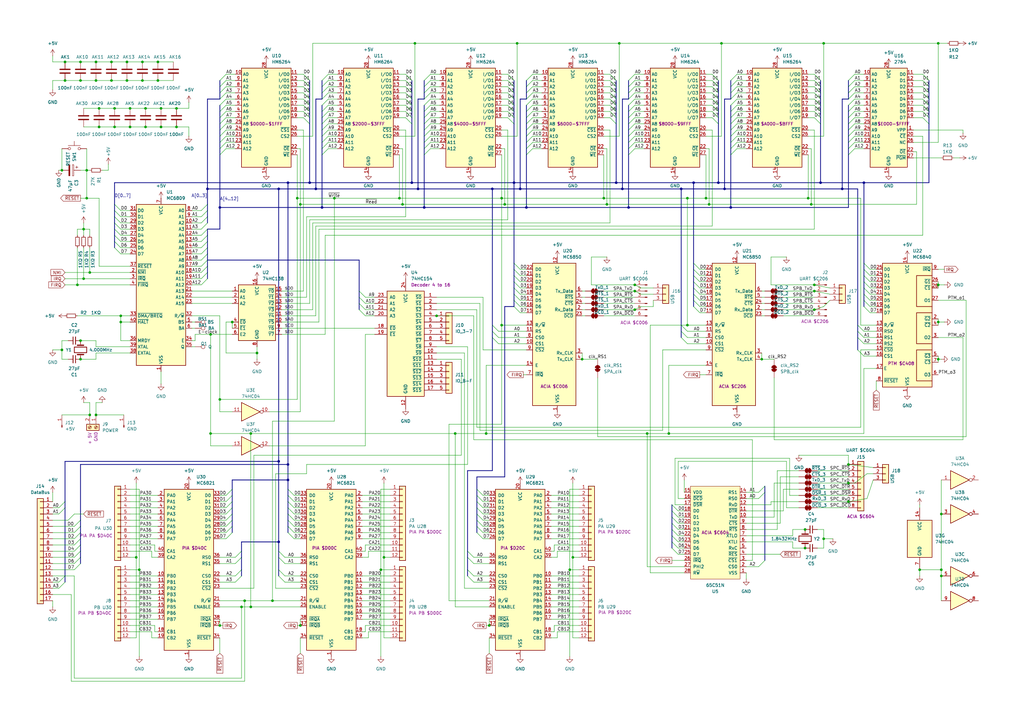
<source format=kicad_sch>
(kicad_sch (version 20231120) (generator "eeschema") (generator_version "8.0")
  (paper "A3")
  (title_block (title "CPU X-3") (date "2024-12-29") (rev "2") (company "Rlink.se"))
  (junction (at 384.81 132.08))
  (junction (at 334.01 119.38))
  (junction (at 53.34 44.45))
  (junction (at 64.77 33.02))
  (junction (at 52.07 33.02))
  (junction (at 86.36 177.8))
  (junction (at 254 17.78))
  (junction (at 132.08 85.09))
  (junction (at 85.09 77.47))
  (junction (at 58.42 33.02))
  (junction (at 58.42 25.4))
  (junction (at 257.81 85.09))
  (junction (at 255.27 77.47))
  (junction (at 55.88 228.6))
  (junction (at 384.81 116.84))
  (junction (at 279.4 77.47))
  (junction (at 39.37 170.18))
  (junction (at 72.39 44.45))
  (junction (at 66.04 44.45))
  (junction (at 31.75 116.84))
  (junction (at 173.99 85.09))
  (junction (at 46.99 44.45))
  (junction (at 212.09 17.78))
  (junction (at 127 74.93))
  (junction (at 121.92 81.28))
  (junction (at 36.83 111.76))
  (junction (at 260.35 116.84))
  (junction (at 40.64 52.07))
  (junction (at 386.08 210.82))
  (junction (at 114.3 189.23))
  (junction (at 330.2 224.79))
  (junction (at 25.4 143.51))
  (junction (at 345.44 77.47))
  (junction (at 347.98 205.74))
  (junction (at 156.21 233.68))
  (junction (at 171.45 77.47))
  (junction (at 384.81 147.32))
  (junction (at 265.43 177.8))
  (junction (at 129.54 77.47))
  (junction (at 99.06 248.92))
  (junction (at 200.66 256.54))
  (junction (at 105.41 144.78))
  (junction (at 118.11 196.85))
  (junction (at 34.29 93.98))
  (junction (at 102.87 177.8))
  (junction (at 294.64 74.93))
  (junction (at 248.92 83.82))
  (junction (at 102.87 248.92))
  (junction (at 165.1 83.82))
  (junction (at 170.18 17.78))
  (junction (at 45.72 33.02))
  (junction (at 72.39 52.07))
  (junction (at 238.76 147.32))
  (junction (at 59.69 44.45))
  (junction (at 289.56 81.28))
  (junction (at 123.19 256.54))
  (junction (at 290.83 83.82))
  (junction (at 207.01 83.82))
  (junction (at 284.48 74.93))
  (junction (at 234.95 228.6))
  (junction (at 90.17 256.54))
  (junction (at 377.19 233.68))
  (junction (at 336.55 74.93))
  (junction (at 168.91 74.93))
  (junction (at 35.56 81.28))
  (junction (at 201.93 77.47))
  (junction (at 95.25 132.08))
  (junction (at 386.08 233.68))
  (junction (at 111.76 246.38))
  (junction (at 347.98 190.5))
  (junction (at 39.37 33.02))
  (junction (at 114.3 222.25))
  (junction (at 52.07 25.4))
  (junction (at 337.82 220.98))
  (junction (at 26.67 33.02))
  (junction (at 49.53 129.54))
  (junction (at 35.56 69.85))
  (junction (at 137.16 81.28))
  (junction (at 86.36 137.16))
  (junction (at 260.35 119.38))
  (junction (at 45.72 25.4))
  (junction (at 213.36 77.47))
  (junction (at 100.33 246.38))
  (junction (at 233.68 233.68))
  (junction (at 25.4 69.85))
  (junction (at 59.69 52.07))
  (junction (at 205.74 133.35))
  (junction (at 337.82 17.78))
  (junction (at 33.02 33.02))
  (junction (at 179.07 129.54))
  (junction (at 334.01 116.84))
  (junction (at 34.29 114.3))
  (junction (at 281.94 81.28))
  (junction (at 247.65 81.28))
  (junction (at 53.34 52.07))
  (junction (at 386.08 236.22))
  (junction (at 334.01 127))
  (junction (at 123.19 83.82))
  (junction (at 157.48 228.6))
  (junction (at 312.42 147.32))
  (junction (at 40.64 44.45))
  (junction (at 118.11 74.93))
  (junction (at 39.37 25.4))
  (junction (at 347.98 198.12))
  (junction (at 332.74 83.82))
  (junction (at 274.32 177.8))
  (junction (at 281.94 133.35))
  (junction (at 114.3 77.47))
  (junction (at 297.18 77.47))
  (junction (at 57.15 233.68))
  (junction (at 295.91 17.78))
  (junction (at 215.9 85.09))
  (junction (at 90.17 85.09))
  (junction (at 49.53 132.08))
  (junction (at 186.69 177.8))
  (junction (at 260.35 127))
  (junction (at 252.73 74.93))
  (junction (at 118.11 190.5))
  (junction (at 66.04 52.07))
  (junction (at 199.39 177.8))
  (junction (at 46.99 52.07))
  (junction (at 90.17 163.83))
  (junction (at 64.77 25.4))
  (junction (at 33.02 139.7))
  (junction (at 36.83 170.18))
  (junction (at 205.74 81.28))
  (junction (at 299.72 85.09))
  (junction (at 210.82 74.93))
  (junction (at 330.2 217.17))
  (junction (at 33.02 25.4))
  (junction (at 26.67 25.4))
  (junction (at 354.33 74.93))
  (junction (at 33.02 147.32))
  (junction (at 384.81 17.78))
  (junction (at 331.47 81.28))
  (junction (at 163.83 81.28))
  (bus_entry (at 292.1 33.02) (size 2.54 2.54))
  (bus_entry (at 198.12 215.9) (size -2.54 -2.54))
  (bus_entry (at 191.77 236.22) (size 2.54 2.54))
  (bus_entry (at 218.44 35.56) (size -2.54 2.54))
  (bus_entry (at 350.52 43.18) (size -2.54 2.54))
  (bus_entry (at 82.55 111.76) (size 2.54 -2.54))
  (bus_entry (at 92.71 203.2) (size 2.54 -2.54))
  (bus_entry (at 124.46 35.56) (size 2.54 2.54))
  (bus_entry (at 114.3 226.06) (size 2.54 2.54))
  (bus_entry (at 166.37 33.02) (size 2.54 2.54))
  (bus_entry (at 46.99 96.52) (size 2.54 2.54))
  (bus_entry (at 198.12 213.36) (size -2.54 -2.54))
  (bus_entry (at 278.13 219.71) (size -2.54 -2.54))
  (bus_entry (at 260.35 48.26) (size -2.54 2.54))
  (bus_entry (at 166.37 45.72) (size 2.54 2.54))
  (bus_entry (at 213.36 128.27) (size -2.54 -2.54))
  (bus_entry (at 26.67 205.74) (size -2.54 2.54))
  (bus_entry (at 176.53 33.02) (size -2.54 2.54))
  (bus_entry (at 82.55 96.52) (size 2.54 -2.54))
  (bus_entry (at 356.87 125.73) (size -2.54 -2.54))
  (bus_entry (at 218.44 43.18) (size -2.54 2.54))
  (bus_entry (at 350.52 55.88) (size -2.54 2.54))
  (bus_entry (at 278.13 224.79) (size -2.54 -2.54))
  (bus_entry (at 198.12 218.44) (size -2.54 -2.54))
  (bus_entry (at 260.35 55.88) (size -2.54 2.54))
  (bus_entry (at 176.53 53.34) (size -2.54 2.54))
  (bus_entry (at 302.26 55.88) (size -2.54 2.54))
  (bus_entry (at 82.55 114.3) (size 2.54 -2.54))
  (bus_entry (at 302.26 53.34) (size -2.54 2.54))
  (bus_entry (at 260.35 35.56) (size -2.54 2.54))
  (bus_entry (at 134.62 48.26) (size -2.54 2.54))
  (bus_entry (at 287.02 125.73) (size -2.54 -2.54))
  (bus_entry (at 287.02 128.27) (size -2.54 -2.54))
  (bus_entry (at 82.55 93.98) (size 2.54 -2.54))
  (bus_entry (at 198.12 220.98) (size -2.54 -2.54))
  (bus_entry (at 292.1 40.64) (size 2.54 2.54))
  (bus_entry (at 134.62 60.96) (size -2.54 2.54))
  (bus_entry (at 124.46 45.72) (size 2.54 2.54))
  (bus_entry (at 99.06 236.22) (size -2.54 2.54))
  (bus_entry (at 99.06 233.68) (size -2.54 2.54))
  (bus_entry (at 378.46 43.18) (size 2.54 2.54))
  (bus_entry (at 218.44 53.34) (size -2.54 2.54))
  (bus_entry (at 287.02 123.19) (size -2.54 -2.54))
  (bus_entry (at 313.69 229.87) (size -2.54 2.54))
  (bus_entry (at 350.52 60.96) (size -2.54 2.54))
  (bus_entry (at 134.62 33.02) (size -2.54 2.54))
  (bus_entry (at 166.37 43.18) (size 2.54 2.54))
  (bus_entry (at 302.26 40.64) (size -2.54 2.54))
  (bus_entry (at 218.44 38.1) (size -2.54 2.54))
  (bus_entry (at 176.53 43.18) (size -2.54 2.54))
  (bus_entry (at 134.62 58.42) (size -2.54 2.54))
  (bus_entry (at 302.26 33.02) (size -2.54 2.54))
  (bus_entry (at 356.87 123.19) (size -2.54 -2.54))
  (bus_entry (at 166.37 40.64) (size 2.54 2.54))
  (bus_entry (at 287.02 120.65) (size -2.54 -2.54))
  (bus_entry (at 292.1 30.48) (size 2.54 2.54))
  (bus_entry (at 350.52 38.1) (size -2.54 2.54))
  (bus_entry (at 208.28 48.26) (size 2.54 2.54))
  (bus_entry (at 250.19 43.18) (size 2.54 2.54))
  (bus_entry (at 114.3 228.6) (size 2.54 2.54))
  (bus_entry (at 92.71 50.8) (size -2.54 2.54))
  (bus_entry (at 92.71 58.42) (size -2.54 2.54))
  (bus_entry (at 92.71 38.1) (size -2.54 2.54))
  (bus_entry (at 208.28 45.72) (size 2.54 2.54))
  (bus_entry (at 334.01 38.1) (size 2.54 2.54))
  (bus_entry (at 218.44 48.26) (size -2.54 2.54))
  (bus_entry (at 176.53 40.64) (size -2.54 2.54))
  (bus_entry (at 26.67 238.76) (size -2.54 2.54))
  (bus_entry (at 378.46 35.56) (size 2.54 2.54))
  (bus_entry (at 334.01 35.56) (size 2.54 2.54))
  (bus_entry (at 124.46 48.26) (size 2.54 2.54))
  (bus_entry (at 82.55 91.44) (size 2.54 -2.54))
  (bus_entry (at 191.77 233.68) (size 2.54 2.54))
  (bus_entry (at 26.67 208.28) (size -2.54 2.54))
  (bus_entry (at 260.35 58.42) (size -2.54 2.54))
  (bus_entry (at 149.86 127) (size -2.54 -2.54))
  (bus_entry (at 134.62 35.56) (size -2.54 2.54))
  (bus_entry (at 92.71 60.96) (size -2.54 2.54))
  (bus_entry (at 82.55 99.06) (size 2.54 -2.54))
  (bus_entry (at 250.19 33.02) (size 2.54 2.54))
  (bus_entry (at 350.52 58.42) (size -2.54 2.54))
  (bus_entry (at 120.65 213.36) (size -2.54 -2.54))
  (bus_entry (at 208.28 43.18) (size 2.54 2.54))
  (bus_entry (at 302.26 35.56) (size -2.54 2.54))
  (bus_entry (at 176.53 50.8) (size -2.54 2.54))
  (bus_entry (at 302.26 48.26) (size -2.54 2.54))
  (bus_entry (at 120.65 215.9) (size -2.54 -2.54))
  (bus_entry (at 134.62 43.18) (size -2.54 2.54))
  (bus_entry (at 356.87 120.65) (size -2.54 -2.54))
  (bus_entry (at 278.13 217.17) (size -2.54 -2.54))
  (bus_entry (at 82.55 116.84) (size 2.54 -2.54))
  (bus_entry (at 260.35 45.72) (size -2.54 2.54))
  (bus_entry (at 279.4 135.89) (size 2.54 2.54))
  (bus_entry (at 99.06 228.6) (size -2.54 2.54))
  (bus_entry (at 176.53 45.72) (size -2.54 2.54))
  (bus_entry (at 92.71 213.36) (size 2.54 -2.54))
  (bus_entry (at 92.71 218.44) (size 2.54 -2.54))
  (bus_entry (at 260.35 60.96) (size -2.54 2.54))
  (bus_entry (at 208.28 35.56) (size 2.54 2.54))
  (bus_entry (at 278.13 227.33) (size -2.54 -2.54))
  (bus_entry (at 356.87 113.03) (size -2.54 -2.54))
  (bus_entry (at 92.71 220.98) (size 2.54 -2.54))
  (bus_entry (at 213.36 123.19) (size -2.54 -2.54))
  (bus_entry (at 99.06 226.06) (size -2.54 2.54))
  (bus_entry (at 302.26 38.1) (size -2.54 2.54))
  (bus_entry (at 176.53 38.1) (size -2.54 2.54))
  (bus_entry (at 92.71 48.26) (size -2.54 2.54))
  (bus_entry (at 260.35 38.1) (size -2.54 2.54))
  (bus_entry (at 278.13 209.55) (size -2.54 -2.54))
  (bus_entry (at 334.01 33.02) (size 2.54 2.54))
  (bus_entry (at 124.46 33.02) (size 2.54 2.54))
  (bus_entry (at 350.52 30.48) (size -2.54 2.54))
  (bus_entry (at 134.62 45.72) (size -2.54 2.54))
  (bus_entry (at 30.48 228.6) (size 2.54 -2.54))
  (bus_entry (at 124.46 38.1) (size 2.54 2.54))
  (bus_entry (at 287.02 115.57) (size -2.54 -2.54))
  (bus_entry (at 378.46 45.72) (size 2.54 2.54))
  (bus_entry (at 351.79 138.43) (size 2.54 2.54))
  (bus_entry (at 351.79 133.35) (size 2.54 2.54))
  (bus_entry (at 166.37 48.26) (size 2.54 2.54))
  (bus_entry (at 218.44 30.48) (size -2.54 2.54))
  (bus_entry (at 278.13 214.63) (size -2.54 -2.54))
  (bus_entry (at 198.12 208.28) (size -2.54 -2.54))
  (bus_entry (at 292.1 38.1) (size 2.54 2.54))
  (bus_entry (at 92.71 45.72) (size -2.54 2.54))
  (bus_entry (at 334.01 40.64) (size 2.54 2.54))
  (bus_entry (at 356.87 115.57) (size -2.54 -2.54))
  (bus_entry (at 149.86 121.92) (size -2.54 -2.54))
  (bus_entry (at 92.71 55.88) (size -2.54 2.54))
  (bus_entry (at 134.62 50.8) (size -2.54 2.54))
  (bus_entry (at 350.52 33.02) (size -2.54 2.54))
  (bus_entry (at 191.77 228.6) (size 2.54 2.54))
  (bus_entry (at 82.55 104.14) (size 2.54 -2.54))
  (bus_entry (at 378.46 30.48) (size 2.54 2.54))
  (bus_entry (at 350.52 35.56) (size -2.54 2.54))
  (bus_entry (at 213.36 110.49) (size -2.54 -2.54))
  (bus_entry (at 120.65 205.74) (size -2.54 -2.54))
  (bus_entry (at 120.65 203.2) (size -2.54 -2.54))
  (bus_entry (at 92.71 210.82) (size 2.54 -2.54))
  (bus_entry (at 287.02 113.03) (size -2.54 -2.54))
  (bus_entry (at 356.87 118.11) (size -2.54 -2.54))
  (bus_entry (at 313.69 201.93) (size -2.54 2.54))
  (bus_entry (at 92.71 30.48) (size -2.54 2.54))
  (bus_entry (at 350.52 53.34) (size -2.54 2.54))
  (bus_entry (at 208.28 33.02) (size 2.54 2.54))
  (bus_entry (at 334.01 48.26) (size 2.54 2.54))
  (bus_entry (at 260.35 33.02) (size -2.54 2.54))
  (bus_entry (at 302.26 50.8) (size -2.54 2.54))
  (bus_entry (at 198.12 205.74) (size -2.54 -2.54))
  (bus_entry (at 124.46 40.64) (size 2.54 2.54))
  (bus_entry (at 198.12 203.2) (size -2.54 -2.54))
  (bus_entry (at 334.01 30.48) (size 2.54 2.54))
  (bus_entry (at 30.48 233.68) (size 2.54 -2.54))
  (bus_entry (at 250.19 40.64) (size 2.54 2.54))
  (bus_entry (at 250.19 30.48) (size 2.54 2.54))
  (bus_entry (at 176.53 60.96) (size -2.54 2.54))
  (bus_entry (at 378.46 40.64) (size 2.54 2.54))
  (bus_entry (at 166.37 38.1) (size 2.54 2.54))
  (bus_entry (at 201.93 138.43) (size 2.54 2.54))
  (bus_entry (at 30.48 226.06) (size 2.54 -2.54))
  (bus_entry (at 260.35 53.34) (size -2.54 2.54))
  (bus_entry (at 279.4 138.43) (size 2.54 2.54))
  (bus_entry (at 92.71 205.74) (size 2.54 -2.54))
  (bus_entry (at 92.71 33.02) (size -2.54 2.54))
  (bus_entry (at 120.65 218.44) (size -2.54 -2.54))
  (bus_entry (at 292.1 45.72) (size 2.54 2.54))
  (bus_entry (at 114.3 233.68) (size 2.54 2.54))
  (bus_entry (at 302.26 43.18) (size -2.54 2.54))
  (bus_entry (at 213.36 115.57) (size -2.54 -2.54))
  (bus_entry (at 260.35 50.8) (size -2.54 2.54))
  (bus_entry (at 120.65 208.28) (size -2.54 -2.54))
  (bus_entry (at 356.87 128.27) (size -2.54 -2.54))
  (bus_entry (at 218.44 33.02) (size -2.54 2.54))
  (bus_entry (at 124.46 30.48) (size 2.54 2.54))
  (bus_entry (at 176.53 30.48) (size -2.54 2.54))
  (bus_entry (at 166.37 35.56) (size 2.54 2.54))
  (bus_entry (at 149.86 129.54) (size -2.54 -2.54))
  (bus_entry (at 134.62 53.34) (size -2.54 2.54))
  (bus_entry (at 356.87 110.49) (size -2.54 -2.54))
  (bus_entry (at 176.53 48.26) (size -2.54 2.54))
  (bus_entry (at 46.99 99.06) (size 2.54 2.54))
  (bus_entry (at 30.48 220.98) (size 2.54 -2.54))
  (bus_entry (at 278.13 222.25) (size -2.54 -2.54))
  (bus_entry (at 302.26 60.96) (size -2.54 2.54))
  (bus_entry (at 92.71 40.64) (size -2.54 2.54))
  (bus_entry (at 292.1 48.26) (size 2.54 2.54))
  (bus_entry (at 279.4 133.35) (size 2.54 2.54))
  (bus_entry (at 250.19 48.26) (size 2.54 2.54))
  (bus_entry (at 250.19 35.56) (size 2.54 2.54))
  (bus_entry (at 92.71 208.28) (size 2.54 -2.54))
  (bus_entry (at 176.53 58.42) (size -2.54 2.54))
  (bus_entry (at 334.01 45.72) (size 2.54 2.54))
  (bus_entry (at 378.46 38.1) (size 2.54 2.54))
  (bus_entry (at 218.44 50.8) (size -2.54 2.54))
  (bus_entry (at 350.52 45.72) (size -2.54 2.54))
  (bus_entry (at 350.52 48.26) (size -2.54 2.54))
  (bus_entry (at 92.71 35.56) (size -2.54 2.54))
  (bus_entry (at 82.55 86.36) (size 2.54 -2.54))
  (bus_entry (at 250.19 45.72) (size 2.54 2.54))
  (bus_entry (at 201.93 133.35) (size 2.54 2.54))
  (bus_entry (at 218.44 60.96) (size -2.54 2.54))
  (bus_entry (at 201.93 135.89) (size 2.54 2.54))
  (bus_entry (at 114.3 236.22) (size 2.54 2.54))
  (bus_entry (at 378.46 48.26) (size 2.54 2.54))
  (bus_entry (at 30.48 231.14) (size 2.54 -2.54))
  (bus_entry (at 313.69 199.39) (size -2.54 2.54))
  (bus_entry (at 378.46 33.02) (size 2.54 2.54))
  (bus_entry (at 191.77 226.06) (size 2.54 2.54))
  (bus_entry (at 334.01 43.18) (size 2.54 2.54))
  (bus_entry (at 351.79 135.89) (size 2.54 2.54))
  (bus_entry (at 287.02 110.49) (size -2.54 -2.54))
  (bus_entry (at 46.99 93.98) (size 2.54 2.54))
  (bus_entry (at 82.55 109.22) (size 2.54 -2.54))
  (bus_entry (at 82.55 101.6) (size 2.54 -2.54))
  (bus_entry (at 149.86 124.46) (size -2.54 -2.54))
  (bus_entry (at 46.99 91.44) (size 2.54 2.54))
  (bus_entry (at 82.55 88.9) (size 2.54 -2.54))
  (bus_entry (at 218.44 40.64) (size -2.54 2.54))
  (bus_entry (at 218.44 55.88) (size -2.54 2.54))
  (bus_entry (at 30.48 218.44) (size 2.54 -2.54))
  (bus_entry (at 124.46 43.18) (size 2.54 2.54))
  (bus_entry (at 120.65 210.82) (size -2.54 -2.54))
  (bus_entry (at 213.36 118.11) (size -2.54 -2.54))
  (bus_entry (at 46.99 86.36) (size 2.54 2.54))
  (bus_entry (at 30.48 223.52) (size 2.54 -2.54))
  (bus_entry (at 213.36 125.73) (size -2.54 -2.54))
  (bus_entry (at 260.35 43.18) (size -2.54 2.54))
  (bus_entry (at 134.62 40.64) (size -2.54 2.54))
  (bus_entry (at 92.71 53.34) (size -2.54 2.54))
  (bus_entry (at 176.53 35.56) (size -2.54 2.54))
  (bus_entry (at 287.02 118.11) (size -2.54 -2.54))
  (bus_entry (at 46.99 101.6) (size 2.54 2.54))
  (bus_entry (at 302.26 30.48) (size -2.54 2.54))
  (bus_entry (at 166.37 30.48) (size 2.54 2.54))
  (bus_entry (at 82.55 106.68) (size 2.54 -2.54))
  (bus_entry (at 208.28 30.48) (size 2.54 2.54))
  (bus_entry (at 218.44 45.72) (size -2.54 2.54))
  (bus_entry (at 92.71 215.9) (size 2.54 -2.54))
  (bus_entry (at 260.35 40.64) (size -2.54 2.54))
  (bus_entry (at 26.67 236.22) (size -2.54 2.54))
  (bus_entry (at 208.28 38.1) (size 2.54 2.54))
  (bus_entry (at 292.1 35.56) (size 2.54 2.54))
  (bus_entry (at 92.71 43.18) (size -2.54 2.54))
  (bus_entry (at 120.65 220.98) (size -2.54 -2.54))
  (bus_entry (at 250.19 38.1) (size 2.54 2.54))
  (bus_entry (at 292.1 43.18) (size 2.54 2.54))
  (bus_entry (at 134.62 55.88) (size -2.54 2.54))
  (bus_entry (at 213.36 113.03) (size -2.54 -2.54))
  (bus_entry (at 46.99 88.9) (size 2.54 2.54))
  (bus_entry (at 134.62 38.1) (size -2.54 2.54))
  (bus_entry (at 30.48 215.9) (size 2.54 -2.54))
  (bus_entry (at 260.35 30.48) (size -2.54 2.54))
  (bus_entry (at 198.12 210.82) (size -2.54 -2.54))
  (bus_entry (at 176.53 55.88) (size -2.54 2.54))
  (bus_entry (at 278.13 212.09) (size -2.54 -2.54))
  (bus_entry (at 350.52 40.64) (size -2.54 2.54))
  (bus_entry (at 302.26 45.72) (size -2.54 2.54))
  (bus_entry (at 351.79 143.51) (size 2.54 2.54))
  (bus_entry (at 218.44 58.42) (size -2.54 2.54))
  (bus_entry (at 134.62 30.48) (size -2.54 2.54))
  (bus_entry (at 213.36 120.65) (size -2.54 -2.54))
  (bus_entry (at 46.99 83.82) (size 2.54 2.54))
  (bus_entry (at 302.26 58.42) (size -2.54 2.54))
  (bus_entry (at 208.28 40.64) (size 2.54 2.54))
  (bus_entry (at 350.52 50.8) (size -2.54 2.54))
  (wire (pts (xy 198.12 143.51) (xy 198.12 121.92)))
  (wire (pts (xy 64.77 243.84) (xy 53.34 243.84)))
  (bus (pts (xy 294.64 74.93) (xy 284.48 74.93)))
  (wire (pts (xy 33.02 25.4) (xy 26.67 25.4)))
  (wire (pts (xy 208.28 90.17) (xy 127 90.17)))
  (wire (pts (xy 331.47 81.28) (xy 331.47 63.5)))
  (bus (pts (xy 118.11 215.9) (xy 118.11 213.36)))
  (bus (pts (xy 252.73 43.18) (xy 252.73 45.72)))
  (bus (pts (xy 347.98 53.34) (xy 347.98 55.88)))
  (wire (pts (xy 394.97 53.34) (xy 394.97 54.61)))
  (wire (pts (xy 271.78 176.53) (xy 196.85 176.53)))
  (wire (pts (xy 90.17 218.44) (xy 92.71 218.44)))
  (wire (pts (xy 82.55 99.06) (xy 78.74 99.06)))
  (wire (pts (xy 215.9 143.51) (xy 198.12 143.51)))
  (wire (pts (xy 276.86 187.96) (xy 323.85 187.96)))
  (wire (pts (xy 50.8 170.18) (xy 39.37 170.18)))
  (wire (pts (xy 317.5 212.09) (xy 317.5 198.12)))
  (bus (pts (xy 381 35.56) (xy 381 38.1)))
  (wire (pts (xy 222.25 33.02) (xy 218.44 33.02)))
  (bus (pts (xy 284.48 113.03) (xy 284.48 110.49)))
  (wire (pts (xy 242.57 105.41) (xy 248.92 105.41)))
  (bus (pts (xy 90.17 58.42) (xy 90.17 60.96)))
  (wire (pts (xy 121.92 35.56) (xy 124.46 35.56)))
  (wire (pts (xy 318.77 217.17) (xy 318.77 193.04)))
  (wire (pts (xy 228.6 226.06) (xy 237.49 226.06)))
  (wire (pts (xy 134.62 35.56) (xy 138.43 35.56)))
  (wire (pts (xy 82.55 86.36) (xy 78.74 86.36)))
  (wire (pts (xy 354.33 151.13) (xy 354.33 177.8)))
  (wire (pts (xy 331.47 38.1) (xy 334.01 38.1)))
  (bus (pts (xy 351.79 77.47) (xy 351.79 133.35)))
  (wire (pts (xy 121.92 81.28) (xy 121.92 163.83)))
  (wire (pts (xy 96.52 35.56) (xy 92.71 35.56)))
  (bus (pts (xy 336.55 38.1) (xy 336.55 40.64)))
  (wire (pts (xy 260.35 40.64) (xy 264.16 40.64)))
  (bus (pts (xy 46.99 96.52) (xy 46.99 99.06)))
  (wire (pts (xy 36.83 111.76) (xy 36.83 101.6)))
  (bus (pts (xy 132.08 60.96) (xy 132.08 63.5)))
  (wire (pts (xy 199.39 256.54) (xy 200.66 256.54)))
  (bus (pts (xy 85.09 99.06) (xy 85.09 101.6)))
  (wire (pts (xy 82.55 116.84) (xy 78.74 116.84)))
  (wire (pts (xy 95.25 132.08) (xy 92.71 132.08)))
  (bus (pts (xy 195.58 218.44) (xy 195.58 215.9)))
  (bus (pts (xy 354.33 115.57) (xy 354.33 113.03)))
  (wire (pts (xy 160.02 261.62) (xy 157.48 261.62)))
  (bus (pts (xy 255.27 77.47) (xy 213.36 77.47)))
  (wire (pts (xy 248.92 83.82) (xy 290.83 83.82)))
  (bus (pts (xy 210.82 48.26) (xy 210.82 50.8)))
  (wire (pts (xy 125.73 88.9) (xy 125.73 121.92)))
  (bus (pts (xy 257.81 58.42) (xy 257.81 60.96)))
  (bus (pts (xy 147.32 121.92) (xy 147.32 124.46)))
  (bus (pts (xy 90.17 48.26) (xy 90.17 50.8)))
  (bus (pts (xy 33.02 228.6) (xy 33.02 226.06)))
  (bus (pts (xy 99.06 233.68) (xy 99.06 236.22)))
  (bus (pts (xy 90.17 43.18) (xy 90.17 45.72)))
  (wire (pts (xy 78.74 119.38) (xy 95.25 119.38)))
  (wire (pts (xy 289.56 30.48) (xy 292.1 30.48)))
  (wire (pts (xy 353.06 133.35) (xy 353.06 81.28)))
  (bus (pts (xy 132.08 40.64) (xy 132.08 38.1)))
  (wire (pts (xy 228.6 228.6) (xy 226.06 228.6)))
  (wire (pts (xy 267.97 123.19) (xy 267.97 125.73)))
  (bus (pts (xy 195.58 215.9) (xy 195.58 213.36)))
  (wire (pts (xy 215.9 125.73) (xy 213.36 125.73)))
  (wire (pts (xy 354.33 30.48) (xy 350.52 30.48)))
  (wire (pts (xy 306.07 33.02) (xy 302.26 33.02)))
  (wire (pts (xy 64.77 33.02) (xy 58.42 33.02)))
  (wire (pts (xy 34.29 96.52) (xy 34.29 93.98)))
  (wire (pts (xy 149.86 182.88) (xy 110.49 182.88)))
  (wire (pts (xy 374.65 64.77) (xy 386.08 64.77)))
  (wire (pts (xy 25.4 60.96) (xy 25.4 69.85)))
  (bus (pts (xy 132.08 45.72) (xy 132.08 48.26)))
  (wire (pts (xy 354.33 33.02) (xy 350.52 33.02)))
  (wire (pts (xy 378.46 33.02) (xy 374.65 33.02)))
  (wire (pts (xy 320.04 195.58) (xy 327.66 195.58)))
  (bus (pts (xy 347.98 60.96) (xy 347.98 63.5)))
  (bus (pts (xy 347.98 85.09) (xy 347.98 63.5)))
  (wire (pts (xy 49.53 129.54) (xy 49.53 132.08)))
  (wire (pts (xy 34.29 52.07) (xy 40.64 52.07)))
  (wire (pts (xy 302.26 45.72) (xy 306.07 45.72)))
  (wire (pts (xy 215.9 138.43) (xy 204.47 138.43)))
  (bus (pts (xy 347.98 45.72) (xy 347.98 48.26)))
  (wire (pts (xy 247.65 60.96) (xy 248.92 60.96)))
  (wire (pts (xy 113.03 194.31) (xy 113.03 241.3)))
  (wire (pts (xy 160.02 205.74) (xy 148.59 205.74)))
  (bus (pts (xy 210.82 74.93) (xy 168.91 74.93)))
  (wire (pts (xy 280.67 207.01) (xy 276.86 207.01)))
  (wire (pts (xy 157.48 228.6) (xy 157.48 261.62)))
  (wire (pts (xy 160.02 210.82) (xy 148.59 210.82)))
  (wire (pts (xy 205.74 133.35) (xy 205.74 81.28)))
  (wire (pts (xy 82.55 88.9) (xy 78.74 88.9)))
  (wire (pts (xy 21.59 231.14) (xy 30.48 231.14)))
  (wire (pts (xy 80.01 137.16) (xy 86.36 137.16)))
  (bus (pts (xy 257.81 53.34) (xy 257.81 55.88)))
  (wire (pts (xy 64.77 259.08) (xy 63.5 259.08)))
  (bus (pts (xy 85.09 109.22) (xy 85.09 111.76)))
  (wire (pts (xy 289.56 63.5) (xy 289.56 81.28)))
  (wire (pts (xy 237.49 251.46) (xy 226.06 251.46)))
  (wire (pts (xy 289.56 128.27) (xy 287.02 128.27)))
  (wire (pts (xy 233.68 200.66) (xy 233.68 233.68)))
  (bus (pts (xy 354.33 107.95) (xy 354.33 110.49)))
  (wire (pts (xy 62.23 226.06) (xy 62.23 228.6)))
  (wire (pts (xy 134.62 45.72) (xy 138.43 45.72)))
  (wire (pts (xy 359.41 140.97) (xy 354.33 140.97)))
  (wire (pts (xy 31.75 93.98) (xy 34.29 93.98)))
  (wire (pts (xy 151.13 226.06) (xy 151.13 228.6)))
  (wire (pts (xy 160.02 246.38) (xy 148.59 246.38)))
  (bus (pts (xy 95.25 200.66) (xy 95.25 203.2)))
  (wire (pts (xy 384.81 147.32) (xy 384.81 146.05)))
  (wire (pts (xy 350.52 45.72) (xy 354.33 45.72)))
  (wire (pts (xy 78.74 142.24) (xy 80.01 142.24)))
  (wire (pts (xy 354.33 58.42) (xy 350.52 58.42)))
  (wire (pts (xy 337.82 224.79) (xy 337.82 220.98)))
  (wire (pts (xy 386.08 210.82) (xy 386.08 233.68)))
  (wire (pts (xy 40.64 52.07) (xy 46.99 52.07)))
  (wire (pts (xy 157.48 198.12) (xy 157.48 228.6)))
  (wire (pts (xy 63.5 226.06) (xy 63.5 223.52)))
  (bus (pts (xy 336.55 45.72) (xy 336.55 48.26)))
  (bus (pts (xy 345.44 77.47) (xy 297.18 77.47)))
  (bus (pts (xy 26.67 208.28) (xy 26.67 236.22)))
  (wire (pts (xy 148.59 213.36) (xy 160.02 213.36)))
  (wire (pts (xy 289.56 53.34) (xy 292.1 53.34)))
  (bus (pts (xy 336.55 74.93) (xy 294.64 74.93)))
  (wire (pts (xy 31.75 116.84) (xy 26.67 116.84)))
  (wire (pts (xy 137.16 81.28) (xy 163.83 81.28)))
  (wire (pts (xy 218.44 35.56) (xy 222.25 35.56)))
  (wire (pts (xy 21.59 210.82) (xy 24.13 210.82)))
  (wire (pts (xy 325.12 217.17) (xy 330.2 217.17)))
  (bus (pts (xy 85.09 93.98) (xy 90.17 93.98)))
  (wire (pts (xy 102.87 177.8) (xy 186.69 177.8)))
  (wire (pts (xy 359.41 118.11) (xy 356.87 118.11)))
  (bus (pts (xy 85.09 77.47) (xy 85.09 83.82)))
  (wire (pts (xy 123.19 213.36) (xy 120.65 213.36)))
  (wire (pts (xy 378.46 45.72) (xy 374.65 45.72)))
  (wire (pts (xy 289.56 115.57) (xy 287.02 115.57)))
  (bus (pts (xy 354.33 74.93) (xy 354.33 107.95)))
  (wire (pts (xy 386.08 196.85) (xy 386.08 210.82)))
  (bus (pts (xy 168.91 33.02) (xy 168.91 35.56)))
  (bus (pts (xy 279.4 133.35) (xy 279.4 77.47)))
  (bus (pts (xy 26.67 205.74) (xy 26.67 189.23)))
  (wire (pts (xy 90.17 220.98) (xy 92.71 220.98)))
  (wire (pts (xy 163.83 40.64) (xy 166.37 40.64)))
  (wire (pts (xy 247.65 119.38) (xy 260.35 119.38)))
  (bus (pts (xy 168.91 45.72) (xy 168.91 48.26)))
  (wire (pts (xy 21.59 243.84) (xy 29.21 243.84)))
  (wire (pts (xy 355.6 204.47) (xy 347.98 205.74)))
  (bus (pts (xy 173.99 33.02) (xy 173.99 35.56)))
  (wire (pts (xy 267.97 118.11) (xy 262.89 118.11)))
  (wire (pts (xy 340.36 120.65) (xy 334.01 119.38)))
  (wire (pts (xy 121.92 33.02) (xy 124.46 33.02)))
  (wire (pts (xy 350.52 38.1) (xy 354.33 38.1)))
  (wire (pts (xy 149.86 226.06) (xy 149.86 223.52)))
  (wire (pts (xy 227.33 256.54) (xy 237.49 256.54)))
  (wire (pts (xy 281.94 133.35) (xy 281.94 81.28)))
  (wire (pts (xy 90.17 210.82) (xy 92.71 210.82)))
  (bus (pts (xy 284.48 118.11) (xy 284.48 115.57)))
  (wire (pts (xy 128.27 17.78) (xy 170.18 17.78)))
  (wire (pts (xy 386.08 233.68) (xy 386.08 236.22)))
  (bus (pts (xy 201.93 77.47) (xy 213.36 77.47)))
  (wire (pts (xy 41.91 69.85) (xy 44.45 69.85)))
  (wire (pts (xy 384.81 148.59) (xy 384.81 147.32)))
  (wire (pts (xy 265.43 232.41) (xy 265.43 177.8)))
  (bus (pts (xy 168.91 43.18) (xy 168.91 45.72)))
  (wire (pts (xy 228.6 226.06) (xy 228.6 228.6)))
  (bus (pts (xy 215.9 35.56) (xy 215.9 38.1)))
  (wire (pts (xy 21.59 36.83) (xy 21.59 33.02)))
  (wire (pts (xy 151.13 259.08) (xy 151.13 261.62)))
  (wire (pts (xy 55.88 198.12) (xy 55.88 228.6)))
  (bus (pts (xy 85.09 86.36) (xy 85.09 88.9)))
  (wire (pts (xy 148.59 238.76) (xy 160.02 238.76)))
  (wire (pts (xy 121.92 256.54) (xy 123.19 256.54)))
  (wire (pts (xy 53.34 246.38) (xy 64.77 246.38)))
  (wire (pts (xy 123.19 236.22) (xy 116.84 236.22)))
  (wire (pts (xy 121.92 43.18) (xy 124.46 43.18)))
  (wire (pts (xy 163.83 30.48) (xy 166.37 30.48)))
  (wire (pts (xy 39.37 25.4) (xy 33.02 25.4)))
  (bus (pts (xy 95.25 210.82) (xy 95.25 208.28)))
  (wire (pts (xy 27.94 147.32) (xy 25.4 147.32)))
  (wire (pts (xy 374.65 55.88) (xy 378.46 55.88)))
  (wire (pts (xy 63.5 259.08) (xy 63.5 256.54)))
  (bus (pts (xy 95.25 205.74) (xy 95.25 203.2)))
  (wire (pts (xy 92.71 144.78) (xy 105.41 144.78)))
  (wire (pts (xy 226.06 226.06) (xy 227.33 226.06)))
  (wire (pts (xy 55.88 228.6) (xy 55.88 261.62)))
  (bus (pts (xy 347.98 43.18) (xy 347.98 45.72)))
  (bus (pts (xy 294.64 45.72) (xy 294.64 48.26)))
  (wire (pts (xy 226.06 213.36) (xy 237.49 213.36)))
  (wire (pts (xy 200.66 218.44) (xy 198.12 218.44)))
  (wire (pts (xy 242.57 116.84) (xy 260.35 116.84)))
  (wire (pts (xy 375.92 62.23) (xy 375.92 83.82)))
  (bus (pts (xy 347.98 58.42) (xy 347.98 60.96)))
  (wire (pts (xy 46.99 52.07) (xy 53.34 52.07)))
  (bus (pts (xy 33.02 231.14) (xy 33.02 228.6)))
  (wire (pts (xy 375.92 83.82) (xy 332.74 83.82)))
  (wire (pts (xy 115.57 137.16) (xy 133.35 137.16)))
  (wire (pts (xy 127 90.17) (xy 127 124.46)))
  (wire (pts (xy 35.56 69.85) (xy 33.02 69.85)))
  (wire (pts (xy 53.34 210.82) (xy 64.77 210.82)))
  (wire (pts (xy 306.07 209.55) (xy 321.31 209.55)))
  (bus (pts (xy 201.93 133.35) (xy 201.93 135.89)))
  (bus (pts (xy 147.32 106.68) (xy 85.09 106.68)))
  (bus (pts (xy 85.09 40.64) (xy 85.09 77.47)))
  (bus (pts (xy 257.81 40.64) (xy 257.81 38.1)))
  (wire (pts (xy 359.41 123.19) (xy 356.87 123.19)))
  (wire (pts (xy 205.74 133.35) (xy 215.9 133.35)))
  (bus (pts (xy 173.99 60.96) (xy 173.99 63.5)))
  (bus (pts (xy 345.44 77.47) (xy 351.79 77.47)))
  (wire (pts (xy 46.99 44.45) (xy 53.34 44.45)))
  (bus (pts (xy 132.08 48.26) (xy 132.08 50.8)))
  (wire (pts (xy 21.59 236.22) (xy 26.67 236.22)))
  (bus (pts (xy 299.72 45.72) (xy 299.72 48.26)))
  (wire (pts (xy 96.52 38.1) (xy 92.71 38.1)))
  (wire (pts (xy 247.65 55.88) (xy 254 55.88)))
  (bus (pts (xy 127 40.64) (xy 127 43.18)))
  (bus (pts (xy 95.25 218.44) (xy 95.25 215.9)))
  (bus (pts (xy 26.67 189.23) (xy 114.3 189.23)))
  (wire (pts (xy 134.62 38.1) (xy 138.43 38.1)))
  (wire (pts (xy 163.83 63.5) (xy 163.83 81.28)))
  (wire (pts (xy 53.34 88.9) (xy 49.53 88.9)))
  (wire (pts (xy 306.07 204.47) (xy 311.15 204.47)))
  (wire (pts (xy 388.62 17.78) (xy 384.81 17.78)))
  (bus (pts (xy 118.11 74.93) (xy 127 74.93)))
  (wire (pts (xy 350.52 53.34) (xy 354.33 53.34)))
  (wire (pts (xy 226.06 254) (xy 237.49 254)))
  (wire (pts (xy 289.56 43.18) (xy 292.1 43.18)))
  (wire (pts (xy 289.56 60.96) (xy 290.83 60.96)))
  (wire (pts (xy 316.23 105.41) (xy 322.58 105.41)))
  (wire (pts (xy 21.59 246.38) (xy 21.59 248.92)))
  (wire (pts (xy 53.34 226.06) (xy 62.23 226.06)))
  (bus (pts (xy 299.72 55.88) (xy 299.72 58.42)))
  (bus (pts (xy 210.82 38.1) (xy 210.82 40.64)))
  (wire (pts (xy 90.17 236.22) (xy 96.52 236.22)))
  (bus (pts (xy 168.91 50.8) (xy 168.91 74.93)))
  (wire (pts (xy 308.61 229.87) (xy 306.07 229.87)))
  (bus (pts (xy 294.64 50.8) (xy 294.64 74.93)))
  (wire (pts (xy 53.34 96.52) (xy 49.53 96.52)))
  (wire (pts (xy 278.13 189.23) (xy 322.58 189.23)))
  (bus (pts (xy 284.48 107.95) (xy 284.48 110.49)))
  (bus (pts (xy 275.59 212.09) (xy 275.59 209.55)))
  (wire (pts (xy 317.5 180.34) (xy 317.5 154.94)))
  (wire (pts (xy 165.1 83.82) (xy 207.01 83.82)))
  (wire (pts (xy 52.07 25.4) (xy 45.72 25.4)))
  (wire (pts (xy 189.23 147.32) (xy 179.07 147.32)))
  (bus (pts (xy 147.32 124.46) (xy 147.32 127)))
  (bus (pts (xy 33.02 226.06) (xy 33.02 223.52)))
  (wire (pts (xy 128.27 17.78) (xy 128.27 55.88)))
  (wire (pts (xy 31.75 116.84) (xy 31.75 101.6)))
  (wire (pts (xy 195.58 127) (xy 179.07 127)))
  (wire (pts (xy 80.01 139.7) (xy 80.01 137.16)))
  (bus (pts (xy 132.08 43.18) (xy 132.08 45.72)))
  (bus (pts (xy 210.82 33.02) (xy 210.82 35.56)))
  (wire (pts (xy 35.56 69.85) (xy 35.56 60.96)))
  (bus (pts (xy 213.36 40.64) (xy 215.9 40.64)))
  (wire (pts (xy 247.65 43.18) (xy 250.19 43.18)))
  (wire (pts (xy 105.41 142.24) (xy 105.41 144.78)))
  (bus (pts (xy 46.99 93.98) (xy 46.99 96.52)))
  (bus (pts (xy 215.9 60.96) (xy 215.9 63.5)))
  (wire (pts (xy 33.02 33.02) (xy 26.67 33.02)))
  (bus (pts (xy 354.33 123.19) (xy 354.33 120.65)))
  (wire (pts (xy 36.83 165.1) (xy 36.83 170.18)))
  (wire (pts (xy 205.74 30.48) (xy 208.28 30.48)))
  (wire (pts (xy 302.26 53.34) (xy 306.07 53.34)))
  (bus (pts (xy 85.09 40.64) (xy 90.17 40.64)))
  (wire (pts (xy 384.81 132.08) (xy 384.81 130.81)))
  (wire (pts (xy 359.41 138.43) (xy 354.33 138.43)))
  (bus (pts (xy 85.09 106.68) (xy 85.09 109.22)))
  (wire (pts (xy 359.41 133.35) (xy 353.06 133.35)))
  (wire (pts (xy 53.34 109.22) (xy 40.64 109.22)))
  (wire (pts (xy 354.33 146.05) (xy 359.41 146.05)))
  (wire (pts (xy 205.74 53.34) (xy 208.28 53.34)))
  (wire (pts (xy 205.74 60.96) (xy 207.01 60.96)))
  (wire (pts (xy 247.65 38.1) (xy 250.19 38.1)))
  (bus (pts (xy 90.17 35.56) (xy 90.17 38.1)))
  (wire (pts (xy 387.35 116.84) (xy 384.81 116.84)))
  (wire (pts (xy 359.41 143.51) (xy 353.06 143.51)))
  (bus (pts (xy 210.82 107.95) (xy 210.82 110.49)))
  (wire (pts (xy 138.43 33.02) (xy 134.62 33.02)))
  (wire (pts (xy 264.16 55.88) (xy 260.35 55.88)))
  (wire (pts (xy 53.34 251.46) (xy 64.77 251.46)))
  (wire (pts (xy 377.19 233.68) (xy 377.19 236.22)))
  (wire (pts (xy 226.06 241.3) (xy 237.49 241.3)))
  (bus (pts (xy 171.45 77.47) (xy 171.45 40.64)))
  (wire (pts (xy 234.95 228.6) (xy 234.95 261.62)))
  (bus (pts (xy 381 38.1) (xy 381 40.64)))
  (wire (pts (xy 237.49 210.82) (xy 226.06 210.82)))
  (wire (pts (xy 250.19 53.34) (xy 250.19 91.44)))
  (wire (pts (xy 30.48 278.13) (xy 99.06 278.13)))
  (bus (pts (xy 129.54 40.64) (xy 132.08 40.64)))
  (bus (pts (xy 191.77 233.68) (xy 191.77 236.22)))
  (wire (pts (xy 64.77 25.4) (xy 58.42 25.4)))
  (wire (pts (xy 125.73 190.5) (xy 125.73 194.31)))
  (wire (pts (xy 30.48 236.22) (xy 30.48 278.13)))
  (bus (pts (xy 127 50.8) (xy 127 74.93)))
  (wire (pts (xy 200.66 213.36) (xy 198.12 213.36)))
  (wire (pts (xy 218.44 60.96) (xy 222.25 60.96)))
  (wire (pts (xy 237.49 200.66) (xy 233.68 200.66)))
  (wire (pts (xy 384.81 17.78) (xy 384.81 58.42)))
  (wire (pts (xy 227.33 226.06) (xy 227.33 223.52)))
  (wire (pts (xy 36.83 93.98) (xy 34.29 93.98)))
  (wire (pts (xy 92.71 43.18) (xy 96.52 43.18)))
  (wire (pts (xy 180.34 33.02) (xy 176.53 33.02)))
  (bus (pts (xy 336.55 35.56) (xy 336.55 38.1)))
  (wire (pts (xy 354.33 55.88) (xy 350.52 55.88)))
  (wire (pts (xy 26.67 111.76) (xy 36.83 111.76)))
  (bus (pts (xy 215.9 48.26) (xy 215.9 50.8)))
  (wire (pts (xy 247.65 48.26) (xy 250.19 48.26)))
  (wire (pts (xy 237.49 205.74) (xy 226.06 205.74)))
  (wire (pts (xy 124.46 119.38) (xy 124.46 53.34)))
  (wire (pts (xy 260.35 43.18) (xy 264.16 43.18)))
  (wire (pts (xy 64.77 248.92) (xy 53.34 248.92)))
  (wire (pts (xy 78.74 129.54) (xy 90.17 129.54)))
  (wire (pts (xy 64.77 213.36) (xy 53.34 213.36)))
  (wire (pts (xy 52.07 33.02) (xy 45.72 33.02)))
  (wire (pts (xy 205.74 55.88) (xy 212.09 55.88)))
  (wire (pts (xy 59.69 52.07) (xy 66.04 52.07)))
  (wire (pts (xy 90.17 213.36) (xy 92.71 213.36)))
  (bus (pts (xy 257.81 35.56) (xy 257.81 38.1)))
  (bus (pts (xy 132.08 50.8) (xy 132.08 53.34)))
  (wire (pts (xy 160.02 233.68) (xy 156.21 233.68)))
  (wire (pts (xy 21.59 25.4) (xy 26.67 25.4)))
  (wire (pts (xy 40.64 109.22) (xy 40.64 81.28)))
  (wire (pts (xy 82.55 91.44) (xy 78.74 91.44)))
  (bus (pts (xy 26.67 205.74) (xy 26.67 208.28)))
  (wire (pts (xy 274.32 149.86) (xy 274.32 177.8)))
  (wire (pts (xy 148.59 203.2) (xy 160.02 203.2)))
  (wire (pts (xy 289.56 118.11) (xy 287.02 118.11)))
  (wire (pts (xy 335.28 208.28) (xy 347.98 208.28)))
  (bus (pts (xy 85.09 88.9) (xy 85.09 91.44)))
  (wire (pts (xy 325.12 222.25) (xy 306.07 222.25)))
  (wire (pts (xy 66.04 52.07) (xy 72.39 52.07)))
  (wire (pts (xy 302.26 38.1) (xy 306.07 38.1)))
  (wire (pts (xy 92.71 48.26) (xy 96.52 48.26)))
  (wire (pts (xy 78.74 93.98) (xy 82.55 93.98)))
  (wire (pts (xy 312.42 119.38) (xy 313.69 119.38)))
  (bus (pts (xy 284.48 107.95) (xy 284.48 74.93)))
  (bus (pts (xy 85.09 83.82) (xy 85.09 86.36)))
  (wire (pts (xy 128.27 91.44) (xy 128.27 127)))
  (wire (pts (xy 86.36 177.8) (xy 102.87 177.8)))
  (bus (pts (xy 294.64 40.64) (xy 294.64 43.18)))
  (wire (pts (xy 302.26 50.8) (xy 306.07 50.8)))
  (wire (pts (xy 262.89 118.11) (xy 260.35 116.84)))
  (bus (pts (xy 347.98 40.64) (xy 347.98 38.1)))
  (wire (pts (xy 115.57 124.46) (xy 127 124.46)))
  (bus (pts (xy 257.81 43.18) (xy 257.81 45.72)))
  (wire (pts (xy 218.44 38.1) (xy 222.25 38.1)))
  (bus (pts (xy 279.4 135.89) (xy 279.4 138.43)))
  (wire (pts (xy 238.76 144.78) (xy 238.76 147.32)))
  (bus (pts (xy 284.48 125.73) (xy 284.48 123.19)))
  (wire (pts (xy 49.53 139.7) (xy 53.34 139.7)))
  (wire (pts (xy 66.04 157.48) (xy 66.04 152.4)))
  (wire (pts (xy 384.81 123.19) (xy 396.24 123.19)))
  (wire (pts (xy 53.34 233.68) (xy 57.15 233.68)))
  (wire (pts (xy 21.59 215.9) (xy 30.48 215.9)))
  (wire (pts (xy 247.65 63.5) (xy 247.65 81.28)))
  (wire (pts (xy 90.17 248.92) (xy 99.06 248.92)))
  (wire (pts (xy 121.92 45.72) (xy 124.46 45.72)))
  (wire (pts (xy 247.65 30.48) (xy 250.19 30.48)))
  (wire (pts (xy 335.28 224.79) (xy 337.82 224.79)))
  (wire (pts (xy 384.81 118.11) (xy 384.81 116.84)))
  (wire (pts (xy 267.97 120.65) (xy 262.89 120.65)))
  (wire (pts (xy 215.9 128.27) (xy 213.36 128.27)))
  (bus (pts (xy 168.91 38.1) (xy 168.91 40.64)))
  (wire (pts (xy 289.56 140.97) (xy 281.94 140.97)))
  (bus (pts (xy 381 33.02) (xy 381 35.56)))
  (bus (pts (xy 99.06 226.06) (xy 99.06 222.25)))
  (bus (pts (xy 114.3 226.06) (xy 114.3 222.25)))
  (bus (pts (xy 95.25 215.9) (xy 95.25 213.36)))
  (wire (pts (xy 207.01 83.82) (xy 248.92 83.82)))
  (wire (pts (xy 347.98 190.5) (xy 347.98 186.69)))
  (wire (pts (xy 280.67 214.63) (xy 278.13 214.63)))
  (wire (pts (xy 218.44 53.34) (xy 222.25 53.34)))
  (wire (pts (xy 21.59 223.52) (xy 30.48 223.52)))
  (bus (pts (xy 210.82 118.11) (xy 210.82 115.57)))
  (wire (pts (xy 27.94 213.36) (xy 30.48 210.82)))
  (wire (pts (xy 53.34 215.9) (xy 64.77 215.9)))
  (wire (pts (xy 289.56 123.19) (xy 287.02 123.19)))
  (bus (pts (xy 195.58 200.66) (xy 195.58 203.2)))
  (wire (pts (xy 96.52 30.48) (xy 92.71 30.48)))
  (wire (pts (xy 242.57 116.84) (xy 242.57 105.41)))
  (wire (pts (xy 180.34 30.48) (xy 176.53 30.48)))
  (wire (pts (xy 123.19 168.91) (xy 123.19 83.82)))
  (wire (pts (xy 53.34 86.36) (xy 49.53 86.36)))
  (wire (pts (xy 123.19 215.9) (xy 120.65 215.9)))
  (wire (pts (xy 36.83 96.52) (xy 36.83 93.98)))
  (wire (pts (xy 306.07 237.49) (xy 306.07 234.95)))
  (wire (pts (xy 226.06 208.28) (xy 237.49 208.28)))
  (wire (pts (xy 306.07 212.09) (xy 317.5 212.09)))
  (bus (pts (xy 118.11 210.82) (xy 118.11 208.28)))
  (bus (pts (xy 33.02 223.52) (xy 33.02 220.98)))
  (wire (pts (xy 218.44 43.18) (xy 222.25 43.18)))
  (wire (pts (xy 53.34 261.62) (xy 55.88 261.62)))
  (wire (pts (xy 121.92 30.48) (xy 124.46 30.48)))
  (wire (pts (xy 121.92 48.26) (xy 124.46 48.26)))
  (wire (pts (xy 104.14 241.3) (xy 90.17 241.3)))
  (wire (pts (xy 148.59 226.06) (xy 149.86 226.06)))
  (wire (pts (xy 226.06 248.92) (xy 237.49 248.92)))
  (wire (pts (xy 34.29 93.98) (xy 34.29 91.44)))
  (wire (pts (xy 275.59 229.87) (xy 280.67 229.87)))
  (wire (pts (xy 347.98 186.69) (xy 327.66 186.69)))
  (wire (pts (xy 378.46 43.18) (xy 374.65 43.18)))
  (wire (pts (xy 200.66 203.2) (xy 198.12 203.2)))
  (wire (pts (xy 160.02 220.98) (xy 148.59 220.98)))
  (wire (pts (xy 96.52 55.88) (xy 92.71 55.88)))
  (wire (pts (xy 200.66 205.74) (xy 198.12 205.74)))
  (bus (pts (xy 191.77 226.06) (xy 191.77 228.6)))
  (wire (pts (xy 49.53 129.54) (xy 53.34 129.54)))
  (bus (pts (xy 99.06 226.06) (xy 99.06 228.6)))
  (wire (pts (xy 176.53 60.96) (xy 180.34 60.96)))
  (wire (pts (xy 250.19 91.44) (xy 128.27 91.44)))
  (wire (pts (xy 316.23 116.84) (xy 334.01 116.84)))
  (bus (pts (xy 279.4 133.35) (xy 279.4 135.89)))
  (wire (pts (xy 289.56 110.49) (xy 287.02 110.49)))
  (wire (pts (xy 82.55 114.3) (xy 78.74 114.3)))
  (bus (pts (xy 381 50.8) (xy 381 74.93)))
  (wire (pts (xy 317.5 147.32) (xy 312.42 147.32)))
  (wire (pts (xy 331.47 43.18) (xy 334.01 43.18)))
  (wire (pts (xy 359.41 110.49) (xy 356.87 110.49)))
  (wire (pts (xy 321.31 119.38) (xy 334.01 119.38)))
  (wire (pts (xy 260.35 45.72) (xy 264.16 45.72)))
  (bus (pts (xy 313.69 201.93) (xy 313.69 229.87)))
  (wire (pts (xy 133.35 96.52) (xy 133.35 137.16)))
  (wire (pts (xy 226.06 203.2) (xy 237.49 203.2)))
  (wire (pts (xy 375.92 62.23) (xy 374.65 62.23)))
  (wire (pts (xy 280.67 224.79) (xy 278.13 224.79)))
  (wire (pts (xy 278.13 204.47) (xy 278.13 189.23)))
  (wire (pts (xy 316.23 205.74) (xy 327.66 205.74)))
  (wire (pts (xy 91.44 256.54) (xy 90.17 256.54)))
  (wire (pts (xy 194.31 180.34) (xy 308.61 180.34)))
  (bus (pts (xy 252.73 33.02) (xy 252.73 35.56)))
  (bus (pts (xy 46.99 101.6) (xy 46.99 99.06)))
  (bus (pts (xy 127 35.56) (xy 127 38.1)))
  (wire (pts (xy 92.71 60.96) (xy 96.52 60.96)))
  (bus (pts (xy 90.17 45.72) (xy 90.17 48.26)))
  (wire (pts (xy 359.41 113.03) (xy 356.87 113.03)))
  (wire (pts (xy 321.31 129.54) (xy 334.01 129.54)))
  (wire (pts (xy 280.67 212.09) (xy 278.13 212.09)))
  (wire (pts (xy 115.57 121.92) (xy 125.73 121.92)))
  (wire (pts (xy 322.58 208.28) (xy 327.66 208.28)))
  (wire (pts (xy 340.36 123.19) (xy 337.82 125.73)))
  (wire (pts (xy 34.29 114.3) (xy 53.34 114.3)))
  (bus (pts (xy 255.27 77.47) (xy 255.27 40.64)))
  (bus (pts (xy 118.11 213.36) (xy 118.11 210.82)))
  (wire (pts (xy 170.18 17.78) (xy 212.09 17.78)))
  (wire (pts (xy 149.86 121.92) (xy 153.67 121.92)))
  (wire (pts (xy 208.28 53.34) (xy 208.28 90.17)))
  (bus (pts (xy 168.91 35.56) (xy 168.91 38.1)))
  (wire (pts (xy 254 17.78) (xy 295.91 17.78)))
  (wire (pts (xy 205.74 40.64) (xy 208.28 40.64)))
  (wire (pts (xy 153.67 137.16) (xy 149.86 137.16)))
  (wire (pts (xy 121.92 40.64) (xy 124.46 40.64)))
  (wire (pts (xy 186.69 177.8) (xy 199.39 177.8)))
  (bus (pts (xy 210.82 125.73) (xy 207.01 125.73)))
  (wire (pts (xy 66.04 44.45) (xy 72.39 44.45)))
  (wire (pts (xy 26.67 114.3) (xy 34.29 114.3)))
  (bus (pts (xy 191.77 228.6) (xy 191.77 233.68)))
  (wire (pts (xy 227.33 223.52) (xy 237.49 223.52)))
  (wire (pts (xy 318.77 193.04) (xy 327.66 193.04)))
  (wire (pts (xy 354.33 177.8) (xy 274.32 177.8)))
  (bus (pts (xy 345.44 77.47) (xy 345.44 40.64)))
  (wire (pts (xy 21.59 205.74) (xy 21.59 201.93)))
  (wire (pts (xy 394.97 138.43) (xy 394.97 180.34)))
  (wire (pts (xy 53.34 52.07) (xy 59.69 52.07)))
  (bus (pts (xy 257.81 85.09) (xy 257.81 63.5)))
  (wire (pts (xy 353.06 143.51) (xy 353.06 175.26)))
  (bus (pts (xy 33.02 220.98) (xy 33.02 218.44)))
  (wire (pts (xy 26.67 236.22) (xy 30.48 236.22)))
  (wire (pts (xy 123.19 208.28) (xy 120.65 208.28)))
  (wire (pts (xy 90.17 208.28) (xy 92.71 208.28)))
  (wire (pts (xy 95.25 182.88) (xy 86.36 182.88)))
  (wire (pts (xy 350.52 40.64) (xy 354.33 40.64)))
  (wire (pts (xy 44.45 69.85) (xy 44.45 67.31)))
  (wire (pts (xy 138.43 55.88) (xy 134.62 55.88)))
  (wire (pts (xy 191.77 190.5) (xy 125.73 190.5)))
  (wire (pts (xy 123.19 246.38) (xy 111.76 246.38)))
  (wire (pts (xy 176.53 43.18) (xy 180.34 43.18)))
  (wire (pts (xy 205.74 38.1) (xy 208.28 38.1)))
  (wire (pts (xy 200.66 208.28) (xy 198.12 208.28)))
  (wire (pts (xy 359.41 151.13) (xy 354.33 151.13)))
  (wire (pts (xy 92.71 45.72) (xy 96.52 45.72)))
  (wire (pts (xy 234.95 198.12) (xy 234.95 228.6)))
  (wire (pts (xy 218.44 45.72) (xy 222.25 45.72)))
  (wire (pts (xy 306.07 214.63) (xy 320.04 214.63)))
  (wire (pts (xy 325.12 219.71) (xy 306.07 219.71)))
  (wire (pts (xy 21.59 33.02) (xy 26.67 33.02)))
  (bus (pts (xy 195.58 208.28) (xy 195.58 205.74)))
  (wire (pts (xy 312.42 121.92) (xy 313.69 121.92)))
  (wire (pts (xy 30.48 210.82) (xy 34.29 210.82)))
  (wire (pts (xy 63.5 223.52) (xy 53.34 223.52)))
  (wire (pts (xy 90.17 246.38) (xy 100.33 246.38)))
  (bus (pts (xy 299.72 58.42) (xy 299.72 60.96)))
  (bus (pts (xy 299.72 35.56) (xy 299.72 38.1)))
  (bus (pts (xy 46.99 86.36) (xy 46.99 88.9)))
  (wire (pts (xy 289.56 149.86) (xy 274.32 149.86)))
  (bus (pts (xy 99.06 222.25) (xy 114.3 222.25)))
  (wire (pts (xy 53.34 116.84) (xy 31.75 116.84)))
  (wire (pts (xy 350.52 35.56) (xy 354.33 35.56)))
  (wire (pts (xy 99.06 278.13) (xy 99.06 248.92)))
  (wire (pts (xy 176.53 40.64) (xy 180.34 40.64)))
  (bus (pts (xy 147.32 119.38) (xy 147.32 121.92)))
  (wire (pts (xy 254 17.78) (xy 254 55.88)))
  (wire (pts (xy 289.56 40.64) (xy 292.1 40.64)))
  (wire (pts (xy 280.67 217.17) (xy 278.13 217.17)))
  (bus (pts (xy 354.33 113.03) (xy 354.33 110.49)))
  (wire (pts (xy 378.46 48.26) (xy 374.65 48.26)))
  (bus (pts (xy 33.02 190.5) (xy 118.11 190.5)))
  (wire (pts (xy 331.47 48.26) (xy 334.01 48.26)))
  (bus (pts (xy 347.98 33.02) (xy 347.98 35.56)))
  (wire (pts (xy 39.37 165.1) (xy 39.37 170.18)))
  (wire (pts (xy 90.17 163.83) (xy 90.17 168.91)))
  (bus (pts (xy 99.06 228.6) (xy 99.06 233.68)))
  (bus (pts (xy 354.33 125.73) (xy 354.33 123.19)))
  (wire (pts (xy 287.02 153.67) (xy 289.56 153.67)))
  (wire (pts (xy 111.76 172.72) (xy 111.76 246.38)))
  (bus (pts (xy 173.99 40.64) (xy 173.99 38.1)))
  (bus (pts (xy 95.25 200.66) (xy 95.25 196.85)))
  (wire (pts (xy 82.55 101.6) (xy 78.74 101.6)))
  (bus (pts (xy 201.93 135.89) (xy 201.93 138.43)))
  (wire (pts (xy 62.23 228.6) (xy 64.77 228.6)))
  (wire (pts (xy 149.86 127) (xy 153.67 127)))
  (wire (pts (xy 176.53 48.26) (xy 180.34 48.26)))
  (wire (pts (xy 384.81 138.43) (xy 394.97 138.43)))
  (wire (pts (xy 289.56 48.26) (xy 292.1 48.26)))
  (bus (pts (xy 114.3 189.23) (xy 114.3 222.25)))
  (wire (pts (xy 212.09 17.78) (xy 254 17.78)))
  (wire (pts (xy 123.19 210.82) (xy 120.65 210.82)))
  (wire (pts (xy 245.11 147.32) (xy 238.76 147.32)))
  (wire (pts (xy 306.07 201.93) (xy 311.15 201.93)))
  (wire (pts (xy 163.83 33.02) (xy 166.37 33.02)))
  (wire (pts (xy 39.37 147.32) (xy 39.37 144.78)))
  (bus (pts (xy 173.99 85.09) (xy 173.99 63.5)))
  (wire (pts (xy 163.83 53.34) (xy 166.37 53.34)))
  (wire (pts (xy 238.76 121.92) (xy 240.03 121.92)))
  (wire (pts (xy 39.37 139.7) (xy 33.02 139.7)))
  (wire (pts (xy 77.47 52.07) (xy 72.39 52.07)))
  (wire (pts (xy 25.4 170.18) (xy 36.83 170.18)))
  (wire (pts (xy 27.94 213.36) (xy 21.59 213.36)))
  (bus (pts (xy 299.72 40.64) (xy 299.72 38.1)))
  (wire (pts (xy 82.55 109.22) (xy 78.74 109.22)))
  (wire (pts (xy 205.74 35.56) (xy 208.28 35.56)))
  (wire (pts (xy 77.47 44.45) (xy 72.39 44.45)))
  (wire (pts (xy 359.41 115.57) (xy 356.87 115.57)))
  (wire (pts (xy 332.74 60.96) (xy 331.47 60.96)))
  (wire (pts (xy 105.41 144.78) (xy 105.41 147.32)))
  (wire (pts (xy 384.81 110.49) (xy 387.35 110.49)))
  (bus (pts (xy 347.98 50.8) (xy 347.98 53.34)))
  (wire (pts (xy 289.56 81.28) (xy 331.47 81.28)))
  (wire (pts (xy 184.15 246.38) (xy 200.66 246.38)))
  (bus (pts (xy 173.99 35.56) (xy 173.99 38.1)))
  (wire (pts (xy 123.19 261.62) (xy 123.19 267.97)))
  (wire (pts (xy 306.07 58.42) (xy 302.26 58.42)))
  (wire (pts (xy 53.34 99.06) (xy 49.53 99.06)))
  (wire (pts (xy 115.57 127) (xy 128.27 127)))
  (wire (pts (xy 337.82 17.78) (xy 337.82 55.88)))
  (bus (pts (xy 114.3 226.06) (xy 114.3 228.6)))
  (wire (pts (xy 353.06 175.26) (xy 195.58 175.26)))
  (wire (pts (xy 350.52 60.96) (xy 354.33 60.96)))
  (wire (pts (xy 78.74 139.7) (xy 80.01 139.7)))
  (wire (pts (xy 200.66 228.6) (xy 194.31 228.6)))
  (wire (pts (xy 199.39 149.86) (xy 199.39 177.8)))
  (bus (pts (xy 257.81 60.96) (xy 257.81 63.5)))
  (wire (pts (xy 53.34 220.98) (xy 64.77 220.98)))
  (wire (pts (xy 123.19 231.14) (xy 116.84 231.14)))
  (wire (pts (xy 176.53 38.1) (xy 180.34 38.1)))
  (wire (pts (xy 160.02 228.6) (xy 157.48 228.6)))
  (wire (pts (xy 377.19 233.68) (xy 386.08 233.68)))
  (wire (pts (xy 321.31 124.46) (xy 334.01 124.46)))
  (wire (pts (xy 316.23 207.01) (xy 316.23 205.74)))
  (bus (pts (xy 257.81 48.26) (xy 257.81 50.8)))
  (bus (pts (xy 90.17 50.8) (xy 90.17 53.34)))
  (wire (pts (xy 306.07 55.88) (xy 302.26 55.88)))
  (wire (pts (xy 189.23 186.69) (xy 189.23 147.32)))
  (wire (pts (xy 86.36 182.88) (xy 86.36 177.8)))
  (bus (pts (xy 294.64 48.26) (xy 294.64 50.8)))
  (wire (pts (xy 90.17 168.91) (xy 95.25 168.91)))
  (wire (pts (xy 238.76 124.46) (xy 240.03 124.46)))
  (wire (pts (xy 200.66 261.62) (xy 200.66 267.97)))
  (bus (pts (xy 347.98 55.88) (xy 347.98 58.42)))
  (wire (pts (xy 215.9 149.86) (xy 199.39 149.86)))
  (bus (pts (xy 347.98 48.26) (xy 347.98 50.8)))
  (wire (pts (xy 280.67 232.41) (xy 265.43 232.41)))
  (bus (pts (xy 118.11 218.44) (xy 118.11 215.9)))
  (wire (pts (xy 49.53 132.08) (xy 53.34 132.08)))
  (bus (pts (xy 347.98 85.09) (xy 299.72 85.09)))
  (wire (pts (xy 306.07 227.33) (xy 320.04 227.33)))
  (wire (pts (xy 289.56 143.51) (xy 271.78 143.51)))
  (wire (pts (xy 359.41 125.73) (xy 356.87 125.73)))
  (bus (pts (xy 195.58 213.36) (xy 195.58 210.82)))
  (wire (pts (xy 90.17 228.6) (xy 96.52 228.6)))
  (wire (pts (xy 359.41 156.21) (xy 359.41 160.02)))
  (wire (pts (xy 200.66 231.14) (xy 194.31 231.14)))
  (wire (pts (xy 148.59 243.84) (xy 160.02 243.84)))
  (wire (pts (xy 163.83 60.96) (xy 165.1 60.96)))
  (wire (pts (xy 130.81 93.98) (xy 130.81 132.08)))
  (wire (pts (xy 125.73 194.31) (xy 113.03 194.31)))
  (wire (pts (xy 340.36 118.11) (xy 334.01 116.84)))
  (wire (pts (xy 21.59 208.28) (xy 24.13 208.28)))
  (bus (pts (xy 173.99 43.18) (xy 173.99 45.72)))
  (bus (pts (xy 336.55 43.18) (xy 336.55 45.72)))
  (wire (pts (xy 149.86 137.16) (xy 149.86 182.88)))
  (wire (pts (xy 321.31 121.92) (xy 334.01 121.92)))
  (wire (pts (xy 45.72 25.4) (xy 39.37 25.4)))
  (wire (pts (xy 53.34 259.08) (xy 62.23 259.08)))
  (wire (pts (xy 196.85 176.53) (xy 196.85 124.46)))
  (wire (pts (xy 280.67 222.25) (xy 278.13 222.25)))
  (wire (pts (xy 151.13 261.62) (xy 148.59 261.62)))
  (wire (pts (xy 384.81 116.84) (xy 384.81 115.57)))
  (wire (pts (xy 330.2 224.79) (xy 325.12 224.79)))
  (bus (pts (xy 299.72 33.02) (xy 299.72 35.56)))
  (bus (pts (xy 90.17 85.09) (xy 90.17 63.5)))
  (bus (pts (xy 114.3 77.47) (xy 114.3 189.23)))
  (wire (pts (xy 238.76 129.54) (xy 240.03 129.54)))
  (bus (pts (xy 252.73 40.64) (xy 252.73 43.18)))
  (wire (pts (xy 331.47 30.48) (xy 334.01 30.48)))
  (bus (pts (xy 132.08 85.09) (xy 90.17 85.09)))
  (wire (pts (xy 374.65 53.34) (xy 394.97 53.34)))
  (bus (pts (xy 85.09 93.98) (xy 85.09 96.52)))
  (bus (pts (xy 351.79 135.89) (xy 351.79 138.43)))
  (bus (pts (xy 95.25 196.85) (xy 118.11 196.85)))
  (bus (pts (xy 257.81 50.8) (xy 257.81 53.34)))
  (wire (pts (xy 384.81 132.08) (xy 387.35 132.08)))
  (bus (pts (xy 257.81 45.72) (xy 257.81 48.26)))
  (wire (pts (xy 247.65 129.54) (xy 260.35 129.54)))
  (wire (pts (xy 262.89 125.73) (xy 260.35 127)))
  (wire (pts (xy 335.28 193.04) (xy 347.98 193.04)))
  (bus (pts (xy 299.72 60.96) (xy 299.72 63.5)))
  (wire (pts (xy 151.13 226.06) (xy 160.02 226.06)))
  (wire (pts (xy 160.02 259.08) (xy 151.13 259.08)))
  (wire (pts (xy 34.29 114.3) (xy 34.29 101.6)))
  (wire (pts (xy 247.65 33.02) (xy 250.19 33.02)))
  (wire (pts (xy 64.77 218.44) (xy 53.34 218.44)))
  (bus (pts (xy 294.64 38.1) (xy 294.64 40.64)))
  (wire (pts (xy 215.9 120.65) (xy 213.36 120.65)))
  (bus (pts (xy 173.99 45.72) (xy 173.99 48.26)))
  (bus (pts (xy 118.11 208.28) (xy 118.11 205.74)))
  (wire (pts (xy 82.55 96.52) (xy 78.74 96.52)))
  (bus (pts (xy 129.54 77.47) (xy 129.54 40.64)))
  (wire (pts (xy 238.76 127) (xy 240.03 127)))
  (wire (pts (xy 276.86 207.01) (xy 276.86 187.96)))
  (wire (pts (xy 113.03 241.3) (xy 123.19 241.3)))
  (wire (pts (xy 190.5 144.78) (xy 179.07 144.78)))
  (bus (pts (xy 118.11 200.66) (xy 118.11 196.85)))
  (wire (pts (xy 86.36 137.16) (xy 95.25 137.16)))
  (wire (pts (xy 29.21 279.4) (xy 100.33 279.4)))
  (bus (pts (xy 210.82 107.95) (xy 210.82 74.93)))
  (wire (pts (xy 39.37 142.24) (xy 53.34 142.24)))
  (wire (pts (xy 215.9 140.97) (xy 204.47 140.97)))
  (bus (pts (xy 210.82 45.72) (xy 210.82 48.26)))
  (wire (pts (xy 262.89 120.65) (xy 260.35 119.38)))
  (wire (pts (xy 350.52 48.26) (xy 354.33 48.26)))
  (wire (pts (xy 289.56 33.02) (xy 292.1 33.02)))
  (wire (pts (xy 90.17 254) (xy 90.17 256.54)))
  (wire (pts (xy 247.65 127) (xy 260.35 127)))
  (wire (pts (xy 40.64 81.28) (xy 35.56 81.28)))
  (wire (pts (xy 205.74 81.28) (xy 247.65 81.28)))
  (wire (pts (xy 207.01 60.96) (xy 207.01 83.82)))
  (wire (pts (xy 200.66 220.98) (xy 198.12 220.98)))
  (wire (pts (xy 134.62 53.34) (xy 138.43 53.34)))
  (wire (pts (xy 148.59 254) (xy 160.02 254)))
  (wire (pts (xy 53.34 200.66) (xy 57.15 200.66)))
  (wire (pts (xy 280.67 234.95) (xy 266.7 234.95)))
  (wire (pts (xy 321.31 200.66) (xy 327.66 200.66)))
  (wire (pts (xy 123.19 220.98) (xy 120.65 220.98)))
  (bus (pts (xy 299.72 53.34) (xy 299.72 55.88)))
  (wire (pts (xy 205.74 63.5) (xy 205.74 81.28)))
  (wire (pts (xy 186.69 177.8) (xy 186.69 248.92)))
  (wire (pts (xy 90.17 205.74) (xy 92.71 205.74)))
  (wire (pts (xy 280.67 209.55) (xy 278.13 209.55)))
  (wire (pts (xy 123.19 205.74) (xy 120.65 205.74)))
  (wire (pts (xy 226.06 218.44) (xy 237.49 218.44)))
  (wire (pts (xy 149.86 124.46) (xy 153.67 124.46)))
  (bus (pts (xy 46.99 83.82) (xy 46.99 86.36)))
  (bus (pts (xy 90.17 55.88) (xy 90.17 58.42)))
  (bus (pts (xy 294.64 35.56) (xy 294.64 38.1)))
  (bus (pts (xy 275.59 219.71) (xy 275.59 217.17)))
  (bus (pts (xy 95.25 213.36) (xy 95.25 210.82)))
  (wire (pts (xy 95.25 134.62) (xy 95.25 132.08)))
  (wire (pts (xy 148.59 259.08) (xy 149.86 259.08)))
  (wire (pts (xy 334.01 53.34) (xy 334.01 93.98)))
  (wire (pts (xy 53.34 236.22) (xy 64.77 236.22)))
  (wire (pts (xy 64.77 238.76) (xy 53.34 238.76)))
  (bus (pts (xy 210.82 40.64) (xy 210.82 43.18)))
  (wire (pts (xy 280.67 196.85) (xy 280.67 201.93)))
  (bus (pts (xy 127 43.18) (xy 127 45.72)))
  (wire (pts (xy 21.59 241.3) (xy 24.13 241.3)))
  (wire (pts (xy 64.77 203.2) (xy 53.34 203.2)))
  (wire (pts (xy 163.83 48.26) (xy 166.37 48.26)))
  (wire (pts (xy 292.1 53.34) (xy 292.1 92.71)))
  (wire (pts (xy 156.21 233.68) (xy 156.21 269.24)))
  (wire (pts (xy 271.78 143.51) (xy 271.78 176.53)))
  (wire (pts (xy 234.95 261.62) (xy 237.49 261.62)))
  (bus (pts (xy 85.09 77.47) (xy 114.3 77.47)))
  (bus (pts (xy 132.08 55.88) (xy 132.08 58.42)))
  (wire (pts (xy 29.21 243.84) (xy 29.21 279.4)))
  (bus (pts (xy 114.3 228.6) (xy 114.3 233.68)))
  (bus (pts (xy 90.17 53.34) (xy 90.17 55.88)))
  (bus (pts (xy 210.82 43.18) (xy 210.82 45.72)))
  (wire (pts (xy 39.37 33.02) (xy 33.02 33.02)))
  (wire (pts (xy 148.59 248.92) (xy 160.02 248.92)))
  (wire (pts (xy 306.07 232.41) (xy 311.15 232.41)))
  (bus (pts (xy 252.73 45.72) (xy 252.73 48.26)))
  (wire (pts (xy 222.25 30.48) (xy 218.44 30.48)))
  (wire (pts (xy 176.53 53.34) (xy 180.34 53.34)))
  (wire (pts (xy 378.46 96.52) (xy 133.35 96.52)))
  (wire (pts (xy 378.46 30.48) (xy 374.65 30.48)))
  (bus (pts (xy 299.72 43.18) (xy 299.72 45.72)))
  (wire (pts (xy 295.91 17.78) (xy 295.91 55.88)))
  (wire (pts (xy 359.41 120.65) (xy 356.87 120.65)))
  (wire (pts (xy 391.16 64.77) (xy 393.7 64.77)))
  (wire (pts (xy 358.14 191.77) (xy 347.98 190.5)))
  (wire (pts (xy 184.15 173.99) (xy 205.74 173.99)))
  (bus (pts (xy 210.82 115.57) (xy 210.82 113.03)))
  (wire (pts (xy 180.34 55.88) (xy 176.53 55.88)))
  (wire (pts (xy 289.56 55.88) (xy 295.91 55.88)))
  (wire (pts (xy 306.07 217.17) (xy 318.77 217.17)))
  (wire (pts (xy 350.52 50.8) (xy 354.33 50.8)))
  (wire (pts (xy 384.81 133.35) (xy 384.81 132.08)))
  (wire (pts (xy 312.42 129.54) (xy 313.69 129.54)))
  (wire (pts (xy 49.53 132.08) (xy 49.53 139.7)))
  (bus (pts (xy 201.93 138.43) (xy 201.93 193.04)))
  (wire (pts (xy 378.46 40.64) (xy 374.65 40.64)))
  (wire (pts (xy 226.06 238.76) (xy 237.49 238.76)))
  (wire (pts (xy 323.85 187.96) (xy 323.85 203.2)))
  (wire (pts (xy 378.46 38.1) (xy 374.65 38.1)))
  (wire (pts (xy 227.33 259.08) (xy 227.33 256.54)))
  (wire (pts (xy 149.86 256.54) (xy 160.02 256.54)))
  (wire (pts (xy 25.4 139.7) (xy 25.4 143.51)))
  (wire (pts (xy 218.44 50.8) (xy 222.25 50.8)))
  (wire (pts (xy 215.9 118.11) (xy 213.36 118.11)))
  (wire (pts (xy 53.34 205.74) (xy 64.77 205.74)))
  (bus (pts (xy 215.9 85.09) (xy 215.9 63.5)))
  (wire (pts (xy 163.83 38.1) (xy 166.37 38.1)))
  (wire (pts (xy 62.23 259.08) (xy 62.23 261.62)))
  (wire (pts (xy 64.77 254) (xy 53.34 254)))
  (wire (pts (xy 334.01 93.98) (xy 130.81 93.98)))
  (wire (pts (xy 148.59 208.28) (xy 160.02 208.28)))
  (wire (pts (xy 115.57 132.08) (xy 130.81 132.08)))
  (wire (pts (xy 77.47 41.91) (xy 77.47 44.45)))
  (wire (pts (xy 335.28 203.2) (xy 347.98 203.2)))
  (bus (pts (xy 381 74.93) (xy 354.33 74.93)))
  (wire (pts (xy 149.86 223.52) (xy 160.02 223.52)))
  (wire (pts (xy 104.14 186.69) (xy 189.23 186.69)))
  (wire (pts (xy 58.42 25.4) (xy 52.07 25.4)))
  (wire (pts (xy 316.23 116.84) (xy 316.23 105.41)))
  (wire (pts (xy 123.19 218.44) (xy 120.65 218.44)))
  (wire (pts (xy 180.34 58.42) (xy 176.53 58.42)))
  (wire (pts (xy 325.12 224.79) (xy 325.12 222.25)))
  (wire (pts (xy 228.6 261.62) (xy 226.06 261.62)))
  (wire (pts (xy 123.19 254) (xy 123.19 256.54)))
  (wire (pts (xy 295.91 17.78) (xy 337.82 17.78)))
  (bus (pts (xy 284.48 74.93) (xy 252.73 74.93)))
  (wire (pts (xy 115.57 119.38) (xy 124.46 119.38)))
  (bus (pts (xy 354.33 120.65) (xy 354.33 118.11)))
  (wire (pts (xy 21.59 238.76) (xy 24.13 238.76)))
  (wire (pts (xy 21.59 22.86) (xy 21.59 25.4)))
  (wire (pts (xy 78.74 121.92) (xy 95.25 121.92)))
  (wire (pts (xy 64.77 226.06) (xy 63.5 226.06)))
  (wire (pts (xy 396.24 123.19) (xy 396.24 179.07)))
  (wire (pts (xy 331.47 55.88) (xy 337.82 55.88)))
  (bus (pts (xy 210.82 74.93) (xy 252.73 74.93)))
  (wire (pts (xy 289.56 125.73) (xy 287.02 125.73)))
  (bus (pts (xy 252.73 48.26) (xy 252.73 50.8)))
  (wire (pts (xy 325.12 217.17) (xy 325.12 219.71)))
  (wire (pts (xy 21.59 228.6) (xy 30.48 228.6)))
  (wire (pts (xy 92.71 50.8) (xy 96.52 50.8)))
  (wire (pts (xy 215.9 123.19) (xy 213.36 123.19)))
  (bus (pts (xy 284.48 115.57) (xy 284.48 113.03)))
  (bus (pts (xy 354.33 74.93) (xy 336.55 74.93)))
  (bus (pts (xy 354.33 118.11) (xy 354.33 115.57)))
  (bus (pts (xy 294.64 43.18) (xy 294.64 45.72)))
  (wire (pts (xy 200.66 248.92) (xy 186.69 248.92)))
  (wire (pts (xy 260.35 50.8) (xy 264.16 50.8)))
  (bus (pts (xy 191.77 193.04) (xy 191.77 226.06)))
  (wire (pts (xy 260.35 35.56) (xy 264.16 35.56)))
  (wire (pts (xy 30.48 220.98) (xy 21.59 220.98)))
  (wire (pts (xy 233.68 233.68) (xy 233.68 269.24)))
  (wire (pts (xy 331.47 45.72) (xy 334.01 45.72)))
  (wire (pts (xy 337.82 17.78) (xy 384.81 17.78)))
  (wire (pts (xy 378.46 35.56) (xy 374.65 35.56)))
  (wire (pts (xy 102.87 248.92) (xy 102.87 177.8)))
  (wire (pts (xy 353.06 81.28) (xy 331.47 81.28)))
  (bus (pts (xy 95.25 208.28) (xy 95.25 205.74)))
  (wire (pts (xy 337.82 217.17) (xy 337.82 220.98)))
  (wire (pts (xy 123.19 203.2) (xy 120.65 203.2)))
  (wire (pts (xy 53.34 241.3) (xy 64.77 241.3)))
  (bus (pts (xy 215.9 55.88) (xy 215.9 58.42)))
  (wire (pts (xy 290.83 60.96) (xy 290.83 83.82)))
  (bus (pts (xy 129.54 77.47) (xy 171.45 77.47)))
  (bus (pts (xy 127 33.02) (xy 127 35.56)))
  (bus (pts (xy 26.67 236.22) (xy 26.67 238.76)))
  (wire (pts (xy 200.66 210.82) (xy 198.12 210.82)))
  (bus (pts (xy 90.17 33.02) (xy 90.17 35.56)))
  (wire (pts (xy 238.76 119.38) (xy 240.03 119.38)))
  (wire (pts (xy 290.83 83.82) (xy 332.74 83.82)))
  (bus (pts (xy 252.73 50.8) (xy 252.73 74.93)))
  (wire (pts (xy 160.02 200.66) (xy 156.21 200.66)))
  (wire (pts (xy 337.82 125.73) (xy 334.01 127)))
  (wire (pts (xy 25.4 147.32) (xy 25.4 143.51)))
  (wire (pts (xy 104.14 186.69) (xy 104.14 241.3)))
  (bus (pts (xy 297.18 77.47) (xy 279.4 77.47)))
  (bus (pts (xy 215.9 40.64) (xy 215.9 38.1)))
  (wire (pts (xy 123.19 83.82) (xy 165.1 83.82)))
  (wire (pts (xy 358.14 196.85) (xy 355.6 204.47)))
  (wire (pts (xy 350.52 198.12) (xy 347.98 198.12)))
  (bus (pts (xy 381 40.64) (xy 381 43.18)))
  (wire (pts (xy 35.56 81.28) (xy 35.56 69.85)))
  (bus (pts (xy 336.55 40.64) (xy 336.55 43.18)))
  (bus (pts (xy 210.82 123.19) (xy 210.82 120.65)))
  (bus (pts (xy 299.72 85.09) (xy 257.81 85.09)))
  (wire (pts (xy 115.57 134.62) (xy 153.67 134.62)))
  (bus (pts (xy 347.98 35.56) (xy 347.98 38.1)))
  (wire (pts (xy 149.86 129.54) (xy 153.67 129.54)))
  (wire (pts (xy 96.52 238.76) (xy 90.17 238.76)))
  (wire (pts (xy 123.19 168.91) (xy 110.49 168.91)))
  (wire (pts (xy 53.34 104.14) (xy 49.53 104.14)))
  (wire (pts (xy 121.92 55.88) (xy 128.27 55.88)))
  (wire (pts (xy 138.43 30.48) (xy 134.62 30.48)))
  (wire (pts (xy 121.92 63.5) (xy 121.92 81.28)))
  (wire (pts (xy 100.33 279.4) (xy 100.33 246.38)))
  (bus (pts (xy 299.72 85.09) (xy 299.72 63.5)))
  (wire (pts (xy 35.56 69.85) (xy 36.83 69.85)))
  (wire (pts (xy 237.49 246.38) (xy 226.06 246.38)))
  (wire (pts (xy 163.83 43.18) (xy 166.37 43.18)))
  (wire (pts (xy 123.19 248.92) (xy 102.87 248.92)))
  (wire (pts (xy 279.4 133.35) (xy 281.94 133.35)))
  (bus (pts (xy 210.82 35.56) (xy 210.82 38.1)))
  (wire (pts (xy 396.24 179.07) (xy 245.11 179.07)))
  (wire (pts (xy 40.64 44.45) (xy 46.99 44.45)))
  (wire (pts (xy 215.9 113.03) (xy 213.36 113.03)))
  (wire (pts (xy 90.17 203.2) (xy 92.71 203.2)))
  (bus (pts (xy 114.3 233.68) (xy 114.3 236.22)))
  (wire (pts (xy 289.56 138.43) (xy 281.94 138.43)))
  (wire (pts (xy 176.53 35.56) (xy 180.34 35.56)))
  (wire (pts (xy 53.34 91.44) (xy 49.53 91.44)))
  (wire (pts (xy 33.02 147.32) (xy 39.37 147.32)))
  (wire (pts (xy 350.52 43.18) (xy 354.33 43.18)))
  (wire (pts (xy 394.97 180.34) (xy 317.5 180.34)))
  (bus (pts (xy 173.99 55.88) (xy 173.99 58.42)))
  (bus (pts (xy 381 48.26) (xy 381 50.8)))
  (wire (pts (xy 205.74 45.72) (xy 208.28 45.72)))
  (wire (pts (xy 386.08 246.38) (xy 386.08 236.22)))
  (bus (pts (xy 299.72 50.8) (xy 299.72 53.34)))
  (bus (pts (xy 215.9 43.18) (xy 215.9 45.72)))
  (wire (pts (xy 247.65 35.56) (xy 250.19 35.56)))
  (wire (pts (xy 264.16 58.42) (xy 260.35 58.42)))
  (wire (pts (xy 312.42 144.78) (xy 312.42 147.32)))
  (wire (pts (xy 237.49 233.68) (xy 233.68 233.68)))
  (wire (pts (xy 280.67 227.33) (xy 278.13 227.33)))
  (wire (pts (xy 179.07 142.24) (xy 191.77 142.24)))
  (wire (pts (xy 302.26 60.96) (xy 306.07 60.96)))
  (wire (pts (xy 166.37 53.34) (xy 166.37 88.9)))
  (wire (pts (xy 359.41 135.89) (xy 354.33 135.89)))
  (bus (pts (xy 215.9 85.09) (xy 173.99 85.09)))
  (wire (pts (xy 264.16 33.02) (xy 260.35 33.02)))
  (wire (pts (xy 266.7 133.35) (xy 279.4 133.35)))
  (bus (pts (xy 257.81 33.02) (xy 257.81 35.56)))
  (wire (pts (xy 281.94 133.35) (xy 289.56 133.35)))
  (wire (pts (xy 247.65 53.34) (xy 250.19 53.34)))
  (bus (pts (xy 275.59 217.17) (xy 275.59 214.63)))
  (bus (pts (xy 255.27 77.47) (xy 279.4 77.47)))
  (bus (pts (xy 297.18 77.47) (xy 297.18 40.64)))
  (bus (pts (xy 252.73 35.56) (xy 252.73 38.1)))
  (wire (pts (xy 190.5 144.78) (xy 190.5 241.3)))
  (bus (pts (xy 132.08 33.02) (xy 132.08 35.56)))
  (wire (pts (xy 247.65 40.64) (xy 250.19 40.64)))
  (bus (pts (xy 275.59 222.25) (xy 275.59 219.71)))
  (wire (pts (xy 111.76 172.72) (xy 137.16 172.72)))
  (wire (pts (xy 281.94 81.28) (xy 289.56 81.28)))
  (wire (pts (xy 289.56 38.1) (xy 292.1 38.1)))
  (wire (pts (xy 237.49 220.98) (xy 226.06 220.98)))
  (bus (pts (xy 118.11 190.5) (xy 118.11 196.85)))
  (wire (pts (xy 205.74 48.26) (xy 208.28 48.26)))
  (wire (pts (xy 266.7 234.95) (xy 266.7 133.35)))
  (bus (pts (xy 127 48.26) (xy 127 50.8)))
  (bus (pts (xy 118.11 200.66) (xy 118.11 203.2)))
  (wire (pts (xy 124.46 53.34) (xy 121.92 53.34)))
  (bus (pts (xy 127 38.1) (xy 127 40.64)))
  (wire (pts (xy 321.31 127) (xy 334.01 127)))
  (wire (pts (xy 137.16 172.72) (xy 137.16 81.28)))
  (wire (pts (xy 214.63 153.67) (xy 215.9 153.67)))
  (wire (pts (xy 215.9 135.89) (xy 204.47 135.89)))
  (wire (pts (xy 123.19 60.96) (xy 123.19 83.82)))
  (bus (pts (xy 173.99 50.8) (xy 173.99 53.34)))
  (bus (pts (xy 201.93 133.35) (xy 201.93 77.47)))
  (wire (pts (xy 62.23 261.62) (xy 64.77 261.62)))
  (wire (pts (xy 33.02 81.28) (xy 35.56 81.28)))
  (wire (pts (xy 134.62 43.18) (xy 138.43 43.18)))
  (bus (pts (xy 168.91 40.64) (xy 168.91 43.18)))
  (wire (pts (xy 166.37 88.9) (xy 125.73 88.9)))
  (wire (pts (xy 302.26 48.26) (xy 306.07 48.26)))
  (bus (pts (xy 215.9 58.42) (xy 215.9 60.96)))
  (wire (pts (xy 331.47 35.56) (xy 334.01 35.56)))
  (wire (pts (xy 82.55 104.14) (xy 78.74 104.14)))
  (wire (pts (xy 121.92 81.28) (xy 137.16 81.28)))
  (wire (pts (xy 190.5 241.3) (xy 200.66 241.3)))
  (bus (pts (xy 381 45.72) (xy 381 48.26)))
  (bus (pts (xy 33.02 218.44) (xy 33.02 215.9)))
  (wire (pts (xy 335.28 200.66) (xy 347.98 200.66)))
  (wire (pts (xy 194.31 238.76) (xy 200.66 238.76)))
  (wire (pts (xy 116.84 238.76) (xy 123.19 238.76)))
  (bus (pts (xy 46.99 91.44) (xy 46.99 93.98)))
  (wire (pts (xy 320.04 214.63) (xy 320.04 195.58)))
  (wire (pts (xy 335.28 195.58) (xy 347.98 195.58)))
  (wire (pts (xy 215.9 115.57) (xy 213.36 115.57)))
  (wire (pts (xy 80.01 134.62) (xy 78.74 134.62)))
  (wire (pts (xy 200.66 254) (xy 200.66 256.54)))
  (bus (pts (xy 336.55 33.02) (xy 336.55 35.56)))
  (bus (pts (xy 213.36 77.47) (xy 213.36 40.64)))
  (wire (pts (xy 226.06 259.08) (xy 227.33 259.08)))
  (wire (pts (xy 41.91 165.1) (xy 39.37 165.1)))
  (wire (pts (xy 53.34 44.45) (xy 59.69 44.45)))
  (bus (pts (xy 173.99 48.26) (xy 173.99 50.8)))
  (wire (pts (xy 337.82 220.98) (xy 341.63 220.98)))
  (wire (pts (xy 237.49 215.9) (xy 226.06 215.9)))
  (bus (pts (xy 299.72 48.26) (xy 299.72 50.8)))
  (wire (pts (xy 163.83 55.88) (xy 170.18 55.88)))
  (bus (pts (xy 294.64 33.02) (xy 294.64 35.56)))
  (bus (pts (xy 85.09 101.6) (xy 85.09 104.14)))
  (wire (pts (xy 176.53 50.8) (xy 180.34 50.8)))
  (wire (pts (xy 90.17 215.9) (xy 92.71 215.9)))
  (bus (pts (xy 171.45 77.47) (xy 201.93 77.47)))
  (bus (pts (xy 127 45.72) (xy 127 48.26)))
  (wire (pts (xy 82.55 111.76) (xy 78.74 111.76)))
  (wire (pts (xy 53.34 228.6) (xy 55.88 228.6)))
  (wire (pts (xy 335.28 198.12) (xy 347.98 198.12)))
  (bus (pts (xy 351.79 138.43) (xy 351.79 143.51)))
  (wire (pts (xy 289.56 45.72) (xy 292.1 45.72)))
  (bus (pts (xy 90.17 93.98) (xy 90.17 85.09)))
  (bus (pts (xy 132.08 58.42) (xy 132.08 60.96)))
  (wire (pts (xy 355.6 194.31) (xy 358.14 194.31)))
  (wire (pts (xy 92.71 40.64) (xy 96.52 40.64)))
  (wire (pts (xy 195.58 175.26) (xy 195.58 127)))
  (wire (pts (xy 218.44 40.64) (xy 222.25 40.64)))
  (bus (pts (xy 351.79 133.35) (xy 351.79 135.89)))
  (bus (pts (xy 215.9 50.8) (xy 215.9 53.34)))
  (bus (pts (xy 201.93 193.04) (xy 191.77 193.04)))
  (bus (pts (xy 173.99 58.42) (xy 173.99 60.96)))
  (wire (pts (xy 100.33 246.38) (xy 111.76 246.38)))
  (wire (pts (xy 57.15 200.66) (xy 57.15 233.68)))
  (wire (pts (xy 45.72 33.02) (xy 39.37 33.02)))
  (wire (pts (xy 165.1 60.96) (xy 165.1 83.82)))
  (wire (pts (xy 194.31 129.54) (xy 194.31 180.34)))
  (bus (pts (xy 336.55 48.26) (xy 336.55 50.8)))
  (bus (pts (xy 147.32 106.68) (xy 147.32 119.38)))
  (bus (pts (xy 210.82 125.73) (xy 210.82 123.19)))
  (wire (pts (xy 289.56 120.65) (xy 287.02 120.65)))
  (wire (pts (xy 58.42 33.02) (xy 52.07 33.02)))
  (bus (pts (xy 207.01 195.58) (xy 195.58 195.58)))
  (bus (pts (xy 215.9 45.72) (xy 215.9 48.26)))
  (wire (pts (xy 64.77 208.28) (xy 53.34 208.28)))
  (wire (pts (xy 260.35 38.1) (xy 264.16 38.1)))
  (bus (pts (xy 33.02 213.36) (xy 33.02 215.9)))
  (wire (pts (xy 280.67 204.47) (xy 278.13 204.47)))
  (wire (pts (xy 350.52 198.12) (xy 355.6 194.31)))
  (wire (pts (xy 317.5 198.12) (xy 327.66 198.12)))
  (wire (pts (xy 92.71 53.34) (xy 96.52 53.34)))
  (wire (pts (xy 90.17 231.14) (xy 96.52 231.14)))
  (bus (pts (xy 168.91 48.26) (xy 168.91 50.8)))
  (wire (pts (xy 377.19 208.28) (xy 377.19 207.01)))
  (bus (pts (xy 171.45 40.64) (xy 173.99 40.64)))
  (wire (pts (xy 335.28 205.74) (xy 347.98 205.74)))
  (wire (pts (xy 222.25 58.42) (xy 218.44 58.42)))
  (wire (pts (xy 205.74 33.02) (xy 208.28 33.02)))
  (bus (pts (xy 275.59 224.79) (xy 275.59 222.25)))
  (bus (pts (xy 195.58 205.74) (xy 195.58 203.2)))
  (wire (pts (xy 212.09 17.78) (xy 212.09 55.88)))
  (wire (pts (xy 123.19 228.6) (xy 116.84 228.6)))
  (wire (pts (xy 289.56 135.89) (xy 281.94 135.89)))
  (wire (pts (xy 184.15 246.38) (xy 184.15 173.99)))
  (wire (pts (xy 321.31 209.55) (xy 321.31 200.66)))
  (bus (pts (xy 275.59 214.63) (xy 275.59 212.09)))
  (wire (pts (xy 245.11 179.07) (xy 245.11 154.94)))
  (wire (pts (xy 215.9 110.49) (xy 213.36 110.49)))
  (wire (pts (xy 247.65 121.92) (xy 260.35 121.92)))
  (bus (pts (xy 210.82 120.65) (xy 210.82 118.11)))
  (wire (pts (xy 364.49 25.4) (xy 364.49 26.67)))
  (bus (pts (xy 345.44 40.64) (xy 347.98 40.64)))
  (wire (pts (xy 302.26 35.56) (xy 306.07 35.56)))
  (bus (pts (xy 297.18 40.64) (xy 299.72 40.64)))
  (wire (pts (xy 200.66 236.22) (xy 194.31 236.22)))
  (bus (pts (xy 132.08 85.09) (xy 132.08 63.5)))
  (wire (pts (xy 237.49 228.6) (xy 234.95 228.6)))
  (bus (pts (xy 284.48 120.65) (xy 284.48 118.11)))
  (bus (pts (xy 118.11 205.74) (xy 118.11 203.2)))
  (wire (pts (xy 53.34 101.6) (xy 49.53 101.6)))
  (bus (pts (xy 195.58 195.58) (xy 195.58 200.66)))
  (wire (pts (xy 71.12 25.4) (xy 64.77 25.4)))
  (wire (pts (xy 71.12 33.02) (xy 64.77 33.02)))
  (wire (pts (xy 191.77 142.24) (xy 191.77 190.5)))
  (wire (pts (xy 39.37 139.7) (xy 39.37 142.24)))
  (wire (pts (xy 149.86 259.08) (xy 149.86 256.54)))
  (bus (pts (xy 215.9 53.34) (xy 215.9 55.88)))
  (bus (pts (xy 85.09 111.76) (xy 85.09 114.3)))
  (bus (pts (xy 210.82 113.03) (xy 210.82 110.49)))
  (bus (pts (xy 114.3 77.47) (xy 129.54 77.47)))
  (wire (pts (xy 200.66 215.9) (xy 198.12 215.9)))
  (wire (pts (xy 289.56 35.56) (xy 292.1 35.56)))
  (bus (pts (xy 257.81 55.88) (xy 257.81 58.42)))
  (bus (pts (xy 132.08 85.09) (xy 173.99 85.09)))
  (wire (pts (xy 248.92 60.96) (xy 248.92 83.82)))
  (wire (pts (xy 359.41 128.27) (xy 356.87 128.27)))
  (wire (pts (xy 331.47 53.34) (xy 334.01 53.34)))
  (wire (pts (xy 374.65 58.42) (xy 384.81 58.42)))
  (wire (pts (xy 34.29 44.45) (xy 40.64 44.45)))
  (wire (pts (xy 86.36 177.8) (xy 86.36 137.16)))
  (wire (pts (xy 92.71 132.08) (xy 92.71 144.78)))
  (wire (pts (xy 237.49 236.22) (xy 226.06 236.22)))
  (wire (pts (xy 289.56 113.03) (xy 287.02 113.03)))
  (wire (pts (xy 302.26 40.64) (xy 306.07 40.64)))
  (wire (pts (xy 160.02 215.9) (xy 148.59 215.9)))
  (wire (pts (xy 151.13 228.6) (xy 148.59 228.6)))
  (wire (pts (xy 176.53 45.72) (xy 180.34 45.72)))
  (wire (pts (xy 260.35 48.26) (xy 264.16 48.26)))
  (wire (pts (xy 134.62 50.8) (xy 138.43 50.8)))
  (wire (pts (xy 228.6 259.08) (xy 228.6 261.62)))
  (wire (pts (xy 59.69 44.45) (xy 66.04 44.45)))
  (wire (pts (xy 260.35 53.34) (xy 264.16 53.34)))
  (wire (pts (xy 134.62 40.64) (xy 138.43 40.64)))
  (wire (pts (xy 247.65 81.28) (xy 281.94 81.28)))
  (wire (pts (xy 267.97 125.73) (xy 262.89 125.73)))
  (wire (pts (xy 302.26 43.18) (xy 306.07 43.18)))
  (wire (pts (xy 163.83 35.56) (xy 166.37 35.56)))
  (wire (pts (xy 386.08 147.32) (xy 384.81 147.32)))
  (bus (pts (xy 132.08 35.56) (xy 132.08 38.1)))
  (wire (pts (xy 337.82 217.17) (xy 335.28 217.17)))
  (wire (pts (xy 218.44 48.26) (xy 222.25 48.26)))
  (wire (pts (xy 156.21 200.66) (xy 156.21 233.68)))
  (wire (pts (xy 199.39 177.8) (xy 265.43 177.8)))
  (wire (pts (xy 160.02 251.46) (xy 148.59 251.46)))
  (wire (pts (xy 82.55 106.68) (xy 78.74 106.68)))
  (bus (pts (xy 90.17 38.1) (xy 90.17 40.64)))
  (wire (pts (xy 280.67 219.71) (xy 278.13 219.71)))
  (bus (pts (xy 381 43.18) (xy 381 45.72)))
  (wire (pts (xy 138.43 58.42) (xy 134.62 58.42)))
  (wire (pts (xy 205.74 133.35) (xy 205.74 173.99)))
  (wire (pts (xy 322.58 189.23) (xy 322.58 208.28)))
  (wire (pts (xy 34.29 165.1) (xy 36.83 165.1)))
  (bus (pts (xy 132.08 53.34) (xy 132.08 55.88)))
  (wire (pts (xy 205.74 43.18) (xy 208.28 43.18)))
  (wire (pts (xy 163.83 81.28) (xy 205.74 81.28)))
  (bus (pts (xy 127 74.93) (xy 168.91 74.93)))
  (wire (pts (xy 265.43 177.8) (xy 274.32 177.8)))
  (wire (pts (xy 39.37 144.78) (xy 53.34 144.78)))
  (wire (pts (xy 237.49 259.08) (xy 228.6 259.08)))
  (bus (pts (xy 46.99 74.93) (xy 46.99 83.82)))
  (wire (pts (xy 332.74 83.82) (xy 332.74 60.96)))
  (bus (pts (xy 46.99 74.93) (xy 118.11 74.93)))
  (wire (pts (xy 226.06 243.84) (xy 237.49 243.84)))
  (wire (pts (xy 115.57 129.54) (xy 129.54 129.54)))
  (wire (pts (xy 53.34 93.98) (xy 49.53 93.98)))
  (bus (pts (xy 118.11 74.93) (xy 118.11 190.5)))
  (bus (pts (xy 85.09 104.14) (xy 85.09 106.68)))
  (wire (pts (xy 316.23 207.01) (xy 306.07 207.01)))
  (wire (pts (xy 312.42 127) (xy 313.69 127)))
  (wire (pts (xy 134.62 48.26) (xy 138.43 48.26)))
  (wire (pts (xy 21.59 233.68) (xy 30.48 233.68)))
  (wire (pts (xy 222.25 55.88) (xy 218.44 55.88)))
  (wire (pts (xy 31.75 129.54) (xy 49.53 129.54)))
  (wire (pts (xy 198.12 121.92) (xy 179.07 121.92)))
  (bus (pts (xy 252.73 38.1) (xy 252.73 40.64)))
  (bus (pts (xy 210.82 50.8) (xy 210.82 74.93)))
  (wire (pts (xy 121.92 163.83) (xy 90.17 163.83)))
  (wire (pts (xy 306.07 30.48) (xy 302.26 30.48)))
  (wire (pts (xy 90.17 129.54) (xy 90.17 163.83)))
  (bus (pts (xy 215.9 33.02) (xy 215.9 35.56)))
  (bus (pts (xy 46.99 88.9) (xy 46.99 91.44)))
  (wire (pts (xy 25.4 143.51) (xy 21.59 143.51)))
  (wire (pts (xy 99.06 248.92) (xy 102.87 248.92)))
  (wire (pts (xy 25.4 139.7) (xy 27.94 139.7)))
  (wire (pts (xy 331.47 40.64) (xy 334.01 40.64)))
  (wire (pts (xy 148.59 218.44) (xy 160.02 218.44)))
  (bus (pts (xy 257.81 85.09) (xy 215.9 85.09)))
  (wire (pts (xy 90.17 261.62) (xy 90.17 267.97)))
  (bus (pts (xy 207.01 125.73) (xy 207.01 195.58)))
  (wire (pts (xy 179.07 129.54) (xy 194.31 129.54)))
  (wire (pts (xy 25.4 69.85) (xy 24.13 69.85)))
  (wire (pts (xy 129.54 92.71) (xy 129.54 129.54)))
  (wire (pts (xy 96.52 33.02) (xy 92.71 33.02)))
  (bus (pts (xy 90.17 60.96) (xy 90.17 63.5)))
  (wire (pts (xy 264.16 30.48) (xy 260.35 30.48)))
  (wire (pts (xy 312.42 124.46) (xy 313.69 124.46)))
  (wire (pts (xy 378.46 55.88) (xy 378.46 96.52)))
  (wire (pts (xy 247.65 45.72) (xy 250.19 45.72)))
  (bus (pts (xy 195.58 210.82) (xy 195.58 208.28)))
  (wire (pts (xy 331.47 33.02) (xy 334.01 33.02)))
  (wire (pts (xy 308.61 180.34) (xy 308.61 229.87)))
  (wire (pts (xy 160.02 236.22) (xy 148.59 236.22)))
  (wire (pts (xy 21.59 226.06) (xy 30.48 226.06)))
  (wire (pts (xy 96.52 58.42) (xy 92.71 58.42)))
  (bus (pts (xy 33.02 213.36) (xy 33.02 190.5)))
  (wire (pts (xy 260.35 60.96) (xy 264.16 60.96)))
  (wire (pts (xy 78.74 124.46) (xy 95.25 124.46)))
  (wire (pts (xy 80.01 132.08) (xy 78.74 132.08)))
  (wire (pts (xy 121.92 60.96) (xy 123.19 60.96)))
  (wire (pts (xy 163.83 45.72) (xy 166.37 45.72)))
  (bus (pts (xy 85.09 96.52) (xy 85.09 99.06)))
  (bus (pts (xy 336.55 50.8) (xy 336.55 74.93)))
  (wire (pts (xy 21.59 218.44) (xy 30.48 218.44)))
  (wire (pts (xy 77.47 55.88) (xy 77.47 52.07)))
  (wire (pts (xy 57.15 233.68) (xy 57.15 269.24)))
  (wire (pts (xy 247.65 124.46) (xy 260.35 124.46)))
  (wire (pts (xy 292.1 92.71) (xy 129.54 92.71)))
  (bus (pts (xy 173.99 53.34) (xy 173.99 55.88)))
  (wire (pts (xy 323.85 203.2) (xy 327.66 203.2)))
  (bus (pts (xy 313.69 199.39) (xy 313.69 201.93)))
  (bus (pts (xy 255.27 40.64) (xy 257.81 40.64)))
  (wire (pts (xy 170.18 17.78) (xy 170.18 55.88)))
  (wire (pts (xy 121.92 38.1) (xy 124.46 38.1)))
  (wire (pts (xy 196.85 124.46) (xy 179.07 124.46)))
  (wire (pts (xy 36.83 111.76) (xy 53.34 111.76)))
  (wire (pts (xy 134.62 60.96) (xy 138.43 60.96)))
  (wire (pts (xy 160.02 241.3) (xy 148.59 241.3)))
  (bus (pts (xy 275.59 207.01) (xy 275.59 209.55)))
  (bus (pts (xy 284.48 123.19) (xy 284.48 120.65)))
  (wire (pts (xy 31.75 96.52) (xy 31.75 93.98)))
  (wire (pts (xy 63.5 256.54) (xy 53.34 256.54)))
  (label "PA12" (at 228.6 208.28 0))
  (label "PA21" (at 151.13 205.74 0))
  (label "A8" (at 134.62 50.8 0))
  (label "D4" (at 166.37 40.64 0))
  (label "A4" (at 176.53 40.64 0))
  (label "D0" (at 166.37 30.48 0))
  (label "A3" (at 134.62 38.1 0))
  (label "D7" (at 356.87 128.27 0))
  (label "PA24" (at 151.13 213.36 0))
  (label "D3" (at 292.1 38.1 0))
  (label "A12" (at 350.52 60.96 0))
  (label "D1" (at 124.46 33.02 0))
  (label "A2" (at 176.53 35.56 0))
  (label "CB21" (at 151.13 256.54 0))
  (label "A1" (at 284.48 138.43 0))
  (label "D7" (at 30.48 233.68 180))
  (label "A0" (at 134.62 30.48 0))
  (label "A2" (at 134.62 35.56 0))
  (label "A11" (at 176.53 58.42 0))
  (label "D7" (at 124.46 48.26 0))
  (label "A10" (at 302.26 55.88 0))
  (label "PB27" (at 151.13 254 0))
  (label "PB33" (at 62.23 243.84 180))
  (label "D5" (at 250.19 43.18 0))
  (label "A2" (at 218.44 35.56 0))
  (label "D0" (at 250.19 30.48 0))
  (label "D1" (at 213.36 113.03 0))
  (label "~{Read}" (at 149.86 83.82 0))
  (label "A1" (at 95.25 231.14 180))
  (label "A7" (at 92.71 48.26 0))
  (label "A0" (at 92.71 30.48 0))
  (label "SPA_~{RTS}" (at 251.46 121.92 0))
  (label "D3" (at 278.13 217.17 0))
  (label "D0" (at 356.87 110.49 0))
  (label "A3" (at 92.71 38.1 0))
  (label "A7" (at 260.35 48.26 0))
  (label "CA21" (at 151.13 223.52 0))
  (label "SPB_~{CTS}" (at 325.12 124.46 0))
  (label "A2" (at 260.35 35.56 0))
  (label "D5" (at 334.01 43.18 0))
  (label "D1" (at 292.1 33.02 0))
  (label "D7" (at 166.37 48.26 0))
  (label "D1" (at 287.02 113.03 0))
  (label "A5" (at 134.62 43.18 0))
  (label "D7" (at 49.53 104.14 0))
  (label "A0" (at 350.52 30.48 0))
  (label "A3" (at 24.13 241.3 180))
  (label "D3" (at 49.53 93.98 0))
  (label "A9" (at 134.62 53.34 0))
  (label "D0" (at 334.01 30.48 0))
  (label "D5" (at 278.13 222.25 0))
  (label "D6" (at 208.28 45.72 0))
  (label "PA22" (at 151.13 208.28 0))
  (label "A10" (at 260.35 55.88 0))
  (label "A7" (at 218.44 48.26 0))
  (label "D7" (at 208.28 48.26 0))
  (label "A0" (at 118.11 228.6 0))
  (label "PA13" (at 228.6 210.82 0))
  (label "PB25" (at 151.13 248.92 0))
  (label "PB15" (at 228.6 248.92 0))
  (label "A10" (at 134.62 55.88 0))
  (label "A[0..3]" (at 85.09 81.28 180))
  (label "D4" (at 334.01 40.64 0))
  (label "D2" (at 208.28 35.56 0))
  (label "D4" (at 287.02 120.65 0))
  (label "A7" (at 134.62 48.26 0))
  (label "A9" (at 260.35 53.34 0))
  (label "CA22" (at 151.13 226.06 0))
  (label "A2" (at 302.26 35.56 0))
  (label "SPB_RxD" (at 325.12 127 0))
  (label "A5" (at 260.35 43.18 0))
  (label "A3" (at 195.58 238.76 0))
  (label "D4" (at 278.13 219.71 0))
  (label "A2" (at 78.74 91.44 0))
  (label "PA35" (at 62.23 215.9 180))
  (label "A2" (at 95.25 236.22 180))
  (label "A1" (at 302.26 33.02 0))
  (label "D6" (at 120.65 218.44 0))
  (label "A4" (at 134.62 40.64 0))
  (label "A0" (at 354.33 135.89 0))
  (label "D3" (at 213.36 118.11 0))
  (label "A1" (at 134.62 33.02 0))
  (label "D7" (at 213.36 128.27 0))
  (label "A8" (at 350.52 50.8 0))
  (label "D3" (at 287.02 118.11 0))
  (label "$00" (at 116.84 119.38 0))
  (label "A5" (at 302.26 43.18 0))
  (label "A12" (at 92.71 60.96 0))
  (label "A6" (at 350.52 45.72 0))
  (label "A0" (at 284.48 135.89 0))
  (label "PB17" (at 228.6 254 0))
  (label "A0" (at 260.35 30.48 0))
  (label "A12" (at 302.26 60.96 0))
  (label "A11" (at 302.26 58.42 0))
  (label "D3" (at 250.19 38.1 0))
  (label "A12" (at 218.44 60.96 0))
  (label "A12" (at 176.53 60.96 0))
  (label "D5" (at 356.87 123.19 0))
  (label "A8" (at 176.53 50.8 0))
  (label "D2" (at 287.02 115.57 0))
  (label "D0" (at 198.12 203.2 0))
  (label "A5" (at 176.53 43.18 0))
  (label "A2" (at 195.58 236.22 0))
  (label "A3" (at 354.33 146.05 0))
  (label "A0" (at 24.13 208.28 180))
  (label "D6" (at 213.36 125.73 0))
  (label "D5" (at 92.71 215.9 180))
  (label "PTM_o2" (at 388.62 138.43 0))
  (label "PA17" (at 228.6 220.98 0))
  (label "D1" (at 30.48 218.44 180))
  (label "A0" (at 78.74 86.36 0))
  (label "PB12" (at 228.6 241.3 0))
  (label "D6" (at 378.46 45.72 0))
  (label "A7" (at 176.53 48.26 0))
  (label "SPC_TxD" (at 340.36 198.12 0))
  (label "D1" (at 356.87 113.03 0))
  (label "A8" (at 302.26 50.8 0))
  (label "PA37" (at 62.23 220.98 180))
  (label "A0" (at 195.58 228.6 0))
  (label "A5" (at 92.71 43.18 0))
  (label "$A0" (at 116.84 132.08 0))
  (label "PB35" (at 62.23 248.92 180))
  (label "D0" (at 124.46 30.48 0))
  (label "A1" (at 218.44 33.02 0))
  (label "A6" (at 302.26 45.72 0))
  (label "D6" (at 92.71 218.44 180))
  (label "SPC_~{DSR}" (at 340.36 203.2 0))
  (label "A5" (at 78.74 99.06 0))
  (label "A11" (at 153.67 127 180))
  (label "D0" (at 49.53 86.36 0))
  (label "D4" (at 213.36 120.65 0))
  (label "D6" (at 292.1 45.72 0))
  (label "D7" (at 92.71 220.98 180))
  (label "A2" (at 118.11 236.22 0))
  (label "D3" (at 198.12 210.82 0))
  (label "D7" (at 334.01 48.26 0))
  (label "PB37" (at 62.23 254 180))
  (label "A2" (at 210.82 140.97 0))
  (label "D6" (at 166.37 45.72 0))
  (label "PA31" (at 62.23 205.74 180))
  (label "A10" (at 218.44 55.88 0))
  (label "D7" (at 287.02 128.27 0))
  (label "A9" (at 92.71 53.34 0))
  (label "PB21" (at 151.13 238.76 0))
  (label "A9" (at 218.44 53.34 0))
  (label "D4" (at 49.53 96.52 0))
  (label "A1" (at 24.13 210.82 180))
  (label "D1" (at 378.46 33.02 0))
  (label "PB11" (at 228.6 238.76 0))
  (label "D1" (at 92.71 205.74 180))
  (label "D2" (at 166.37 35.56 0))
  (label "A3" (at 302.26 38.1 0))
  (label "A3" (at 260.35 38.1 0))
  (label "PB22" (at 151.13 241.3 0))
  (label "D2" (at 356.87 115.57 0))
  (label "D7" (at 378.46 48.26 0))
  (label "PB26" (at 151.13 251.46 0))
  (label "D7" (at 198.12 220.98 0))
  (label "A1" (at 309.88 201.93 180))
  (label "SPA_~{CTS}" (at 251.46 124.46 0))
  (label "D5" (at 292.1 43.18 0))
  (label "D0" (at 378.46 30.48 0))
  (label "A1" (at 118.11 231.14 0))
  (label "D0" (at 278.13 209.55 0))
  (label "CA31" (at 62.23 223.52 180))
  (label "D4" (at 124.46 40.64 0))
  (label "D5" (at 166.37 43.18 0))
  (label "A3" (at 78.74 93.98 0))
  (label "A1" (at 176.53 33.02 0))
  (label "D6" (at 356.87 125.73 0))
  (label "D1" (at 250.19 33.02 0))
  (label "SPC_~{DTR}" (at 340.36 200.66 0))
  (label "PA33" (at 62.23 210.82 180))
  (label "A1" (at 210.82 138.43 0))
  (label "CB32" (at 62.23 259.08 180))
  (label "D2" (at 213.36 115.57 0))
  (label "PA10" (at 228.6 203.2 0))
  (label "clk_RS1" (at 241.3 147.32 0))
  (label "clk_RS2" (at 314.96 147.32 0))
  (label "$E0" (at 116.84 137.16 0))
  (label "A7" (at 78.74 104.14 0))
  (label "D2" (at 250.19 35.56 0))
  (label "A6" (at 134.62 45.72 0))
  (label "D3" (at 208.28 38.1 0))
  (label "PB13" (at 228.6 243.84 0))
  (label "D7" (at 278.13 227.33 0))
  (label "PB24" (at 151.13 246.38 0))
  (label "A7" (at 350.52 48.26 0))
  (label "D5" (at 49.53 99.06 0))
  (label "D5" (at 198.12 215.9 0))
  (label "A1" (at 354.33 138.43 0))
  (label "PB14" (at 228.6 246.38 0))
  (label "D5" (at 378.46 43.18 0))
  (label "PB32" (at 62.23 241.3 180))
  (label "PB23" (at 151.13 243.84 0))
  (label "A9" (at 350.52 53.34 0))
  (label "D2" (at 292.1 35.56 0))
  (label "D2" (at 278.13 214.63 0))
  (label "$20" (at 116.84 121.92 0))
  (label "D1" (at 166.37 33.02 0))
  (label "PB10" (at 228.6 236.22 0))
  (label "D5" (at 120.65 215.9 0))
  (label "A11" (at 134.62 58.42 0))
  (label "D3" (at 334.01 38.1 0))
  (label "A[4..12]" (at 90.17 82.55 0))
  (label "A8" (at 218.44 50.8 0))
  (label "A0" (at 302.26 30.48 0))
  (label "A12" (at 260.35 60.96 0))
  (label "A4" (at 260.35 40.64 0))
  (label "CB22" (at 151.13 259.08 0))
  (label "A6" (at 92.71 45.72 0))
  (label "A1" (at 260.35 33.02 0))
  (label "A2" (at 284.48 140.97 0))
  (label "SPB_~{DCD}" (at 325.12 129.54 0))
  (label "A10" (at 92.71 55.88 0))
  (label "PA14" (at 228.6 213.36 0))
  (label "A1" (at 350.52 33.02 0))
  (label "SPC_~{CTS}" (at 340.36 195.58 0))
  (label "A9" (at 176.53 53.34 0))
  (label "D0" (at 208.28 30.48 0))
  (label "D3" (at 120.65 210.82 0))
  (label "A1" (at 78.74 88.9 0))
  (label "A7" (at 302.26 48.26 0))
  (label "A9" (at 78.74 109.22 0))
  (label "A4" (at 218.44 40.64 0))
  (label "CA11" (at 228.6 223.52 0))
  (label "PB16" (at 228.6 251.46 0))
  (label "A4" (at 302.26 40.64 0))
  (label "PA23" (at 151.13 210.82 0))
  (label "PA27" (at 151.13 220.98 0))
  (label "PA20" (at 151.13 203.2 0))
  (label "D6" (at 30.48 231.14 180))
  (label "A9" (at 302.26 53.34 0))
  (label "A10" (at 153.67 124.46 180))
  (label "D4" (at 30.48 226.06 180))
  (label "D2" (at 334.01 35.56 0))
  (label "A6" (at 260.35 45.72 0))
  (label "A0" (at 309.88 204.47 180))
  (label "A10" (at 78.74 111.76 0))
  (label "A2" (at 350.52 35.56 0))
  (label "A2" (at 24.13 238.76 180))
  (label "D2" (at 378.46 35.56 0))
  (label "A9" (at 153.67 121.92 180))
  (label "CA12" (at 228.6 226.06 0))
  (label "D[0..7]" (at 46.99 81.28 0))
  (label "SPA_TxD" (at 251.46 119.38 0))
  (label "A3" (at 118.11 238.76 0))
  (label "A11" (at 260.35 58.42 0))
  (label "D0" (at 92.71 203.2 180))
  (label "PB34" (at 62.23 246.38 180))
  (label "A6" (at 78.74 101.6 0))
  (label "PA30" (at 62.23 203.2 180))
  (label "SPC_RxD" (at 340.36 205.74 0))
  (label "D5" (at 287.02 123.19 0))
  (label "D3" (at 124.46 38.1 0))
  (label "D7" (at 292.1 48.26 0))
  (label "D4" (at 378.46 40.64 0))
  (label "PB20" (at 151.13 236.22 0))
  (label "PTM_o3" (at 384.81 153.67 0))
  (label "A3" (at 176.53 38.1 0))
  (label "A2" (at 354.33 140.97 0))
  (label "D0" (at 30.3022 215.9 180))
  (label "D3" (at 92.71 210.82 180))
  (label "A12" (at 78.74 116.84 0))
  (label "D4" (at 292.1 40.64 0))
  (label "PA34" (at 62.23 213.36 180))
  (label "PA32" (at 62.23 208.28 180))
  (label "D4" (at 120.65 213.36 0))
  (label "SPA_RxD" (at 251.46 127 0))
  (label "$60" (at 116.84 127 0))
  (label "PTM_o1" (at 388.62 123.19 0))
  (label "D0" (at 287.02 110.49 0))
  (label "A2" (at 309.88 232.41 180))
  (label "D5" (at 124.46 43.18 0))
  (label "D5" (at 208.28 43.18 0))
  (label "D3" (at 166.37 38.1 0))
  (label "~{Write}" (at 134.62 81.28 0))
  (label "D5" (at 213.36 123.19 0))
  (label "D0" (at 292.1 30.48 0))
  (label "A8" (at 92.71 50.8 0))
  (label "D1" (at 334.01 33.02 0))
  (label "D1" (at 278.13 212.09 0))
  (label "CA32" (at 62.23 226.06 180))
  (label "A0" (at 218.44 30.48 0))
  (label "D2" (at 92.71 208.28 180))
  (label "A1" (at 92.71 33.02 0))
  (label "D4" (at 250.19 40.64 0))
  (label "D6" (at 334.01 45.72 0))
  (label "A3" (at 350.52 38.1 0))
  (label "PA26" (at 151.13 218.44 0))
  (label "A11" (at 218.44 58.42 0))
  (label "A8" (at 260.35 50.8 0))
  (label "A0" (at 210.82 135.89 0))
  (label "PA15" (at 228.6 215.9 0))
  (label "D0" (at 120.65 203.2 0))
  (label "D3" (at 30.48 223.52 180))
  (label "A5" (at 218.44 43.18 0))
  (label "A5" (at 350.52 43.18 0))
  (label "D1" (at 49.53 88.9 0))
  (label "D3" (at 378.46 38.1 0))
  (label "A11" (at 92.71 58.42 0))
  (label "A6" (at 176.53 45.72 0))
  (label "PA11" (at 228.6 205.74 0))
  (label "A12" (at 153.67 129.54 180))
  (label "D6" (at 278.13 224.79 0))
  (label "D2" (at 124.46 35.56 0))
  (label "A4" (at 92.71 40.64 0))
  (label "D5" (at 30.48 228.6 180))
  (label "D7" (at 120.65 220.98 0))
  (label "D6" (at 198.12 218.44 0))
  (label "A11" (at 78.74 114.3 0))
  (label "D6" (at 287.02 125.73 0))
  (label "D2" (at 30.48 220.98 180))
  (label "E-clock" (at 81.28 137.16 0))
  (label "SPB_~{RTS}" (at 325.12 121.92 0))
  (label "A3" (at 95.25 238.76 180))
  (label "D7" (at 250.19 48.26 0))
  (label "D0" (at 213.36 110.49 0))
  (label "D6" (at 49.53 101.6 0))
  (label "SPB_TxD" (at 325.12 119.38 0))
  (label "A1" (at 195.58 231.14 0))
  (label "D1" (at 198.12 205.74 0))
  (label "D1" (at 120.65 205.74 0))
  (label "PA36" (at 62.23 218.44 180))
  (label "PA16" (at 228.6 218.44 0))
  (label "D4" (at 92.71 213.36 180))
  (label "$40" (at 116.84 124.46 0))
  (label "A4" (at 78.74 96.52 0))
  (label "$C0" (at 116.84 134.62 0))
  (label "A2" (at 92.71 35.56 0))
  (label "SPC_~{RTS}" (at 340.36 193.04 0))
  (label "PB36" (at 62.23 251.46 180))
  (label "A12" (at 134.62 60.96 0))
  (label "A10" (at 350.52 55.88 0))
  (label "A10" (at 176.53 55.88 0))
  (label "A8" (at 78.74 106.68 0))
  (label "A3" (at 218.44 38.1 0))
  (label "D2" (at 49.53 91.44 0))
  (label "D2" (at 198.12 208.28 0))
  (label "SPA_~{DCD}" (at 251.46 129.54 0))
  (label "PB31" (at 62.23 238.76 180))
  (label "A4" (at 350.52 40.64 0))
  (label "SPC_~{DCD}" (at 340.36 208.28 0))
  (label "D4" (at 198.12 213.36 0))
  (label "A6" (at 218.44 45.72 0))
  (label "D3" (at 356.87 118.11 0))
  (label "CB12" (at 228.6 259.08 0))
  (label "CB11" (at 228.6 256.54 0))
  (label "D4" (at 356.87 120.65 0))
  (label "D2" (at 120.65 208.28 0))
  (label "D4" (at 208.28 40.64 0))
  (label "D6" (at 250.19 45.72 0))
  (label "CB31" (at 62.23 256.54 180))
  (label "A0" (at 176.53 30.48 0))
  (label "A0" (at 95.25 228.6 180))
  (label "PB30" (at 62.23 236.22 180))
  (label "A11" (at 350.52 58.42 0))
  (label "D6" (at 124.46 45.72 0))
  (label "$80" (at 116.84 129.54 0))
  (label "PA25" (at 151.13 215.9 0))
  (label "D1" (at 208.28 33.02 0))
  (global_label "IRQ" (shape output) (at 121.92 256.54 180) (property "Intersheetrefs" "${INTERSHEET_REFS}" (effects (hide yes))))
  (global_label "FIRQ" (shape output) (at 214.63 153.67 180) (property "Intersheetrefs" "${INTERSHEET_REFS}" (effects (hide yes))))
  (global_label "IRQ" (shape output) (at 91.44 256.54 0) (property "Intersheetrefs" "${INTERSHEET_REFS}" (effects (hide yes))))
  (global_label "~{RESET}" (shape input) (at 200.66 267.97 270) (property "Intersheetrefs" "${INTERSHEET_REFS}" (effects (hide yes))))
  (global_label "~{RESET}" (shape input) (at 359.41 160.02 270) (property "Intersheetrefs" "${INTERSHEET_REFS}" (effects (hide yes))))
  (global_label "FIRQ" (shape output) (at 275.59 229.87 180) (property "Intersheetrefs" "${INTERSHEET_REFS}" (effects (hide yes))))
  (global_label "FIRQ" (shape input) (at 26.67 116.84 180) (property "Intersheetrefs" "${INTERSHEET_REFS}" (effects (hide yes))))
  (global_label "~{RESET}" (shape output) (at 33.02 81.28 180) (property "Intersheetrefs" "${INTERSHEET_REFS}" (effects (hide yes))))
  (global_label "IRQ" (shape output) (at 387.35 110.49 0) (property "Intersheetrefs" "${INTERSHEET_REFS}" (effects (hide yes))))
  (global_label "~{RESET}" (shape input) (at 34.29 210.82 0) (property "Intersheetrefs" "${INTERSHEET_REFS}" (effects (hide yes))))
  (global_label "IRQ" (shape input) (at 26.67 114.3 180) (property "Intersheetrefs" "${INTERSHEET_REFS}" (effects (hide yes))))
  (global_label "~{RESET}" (shape input) (at 123.19 267.97 270) (property "Intersheetrefs" "${INTERSHEET_REFS}" (effects (hide yes))))
  (global_label "FIRQ" (shape output) (at 287.02 153.67 180) (property "Intersheetrefs" "${INTERSHEET_REFS}" (effects (hide yes))))
  (global_label "NMI" (shape input) (at 26.67 111.76 180) (property "Intersheetrefs" "${INTERSHEET_REFS}" (effects (hide yes))))
  (global_label "~{RESET}" (shape input) (at 90.17 267.97 270) (property "Intersheetrefs" "${INTERSHEET_REFS}" (effects (hide yes))))
  (global_label "~{RESET}" (shape input) (at 320.04 227.33 0) (property "Intersheetrefs" "${INTERSHEET_REFS}" (effects (hide yes))))
  (global_label "IRQ" (shape output) (at 199.39 256.54 180) (property "Intersheetrefs" "${INTERSHEET_REFS}" (effects (hide yes))))
  (symbol (lib_id "74xx:74HC04") (at 102.87 168.91 0) (unit 5)
    (property "Reference" "U3" (at 102.87 160.02 0))
    (property "Value" "74HC04" (at 102.87 162.56 0))
    (property "Footprint" "Package_DIP:DIP-14_W7.62mm_Socket_LongPads" (effects (hide yes)))
    (property "Datasheet" "https://assets.nexperia.com/documents/data-sheet/74HC_HCT04.pdf" (effects (hide yes)))
    (property "Description" "Hex Inverter" (effects (hide yes)))
  )
  (symbol (lib_id "Connector_Generic:Conn_01x08") (at 353.06 198.12 0) (unit 1)
    (property "Reference" "J15" (at 351.282 187.452 0) (effects (justify left)))
    (property "Value" "UART $C604" (at 346.964 184.658 0) (effects (justify left)))
    (property "Footprint" "Connector_PinSocket_2.54mm:PinSocket_1x08_P2.54mm_Vertical" (effects (hide yes)))
    (property "Description" "Generic connector, single row, 01x08, script generated (kicad-library-utils/schlib/autogen/connector/)" (effects (hide yes)))
    (property "Label" "ACIA $C604" (at 353.06 211.836 0))
  )
  (symbol (lib_id "power:GND") (at 394.97 54.61 0) (unit 1)
    (property "Reference" "#PWR026" (effects (hide yes)))
    (property "Value" "GND" (at 394.97 59.69 0))
    (property "Description" "Power symbol creates a global label with name \"GND\" , ground" (effects (hide yes)))
  )
  (symbol (lib_id "74xx:74HC04") (at 393.7 236.22 0) (unit 3)
    (property "Reference" "U3" (at 393.7 227.33 0))
    (property "Value" "74HC04" (at 393.7 229.87 0))
    (property "Footprint" "Package_DIP:DIP-14_W7.62mm_Socket_LongPads" (effects (hide yes)))
    (property "Datasheet" "https://assets.nexperia.com/documents/data-sheet/74HC_HCT04.pdf" (effects (hide yes)))
    (property "Description" "Hex Inverter" (effects (hide yes)))
  )
  (symbol (lib_id "Device:Crystal") (at 330.2 220.98 270) (mirror x) (unit 1)
    (property "Reference" "Y2" (at 333.756 220.98 90) (effects (justify left)))
    (property "Value" "1.8432MHz" (at 326.898 220.98 90) (effects (justify right)))
    (property "Footprint" "Crystal:Resonator-2Pin_W10.0mm_H5.0mm" (effects (hide yes)))
    (property "Description" "Two pin crystal" (effects (hide yes)))
  )
  (symbol (lib_id "power:GND") (at 341.63 220.98 0) (mirror y) (unit 1)
    (property "Reference" "#PWR031" (effects (hide yes)))
    (property "Value" "GND" (at 341.63 226.06 0))
    (property "Description" "Power symbol creates a global label with name \"GND\" , ground" (effects (hide yes)))
  )
  (symbol (lib_name "MC6850_1") (lib_id "Interface_UART:MC6850") (at 228.6 138.43 0) (unit 1)
    (property "Reference" "U20" (at 230.7941 102.87 0) (effects (justify left)))
    (property "Value" "MC6850" (at 230.7941 105.41 0) (effects (justify left)))
    (property "Footprint" "Package_DIP:DIP-24_18.0mmx34.29mm_W15.24mm_Socket_LongPads" (effects (hide yes)))
    (property "Datasheet" "http://pdf.datasheetcatalog.com/datasheet/motorola/MC6850.pdf" (effects (hide yes)))
    (property "Description" "Asynchronous Communications Interface Adapter 1MHz, DIP-40" (effects (hide yes)))
    (property "Label" "ACIA $C006" (at 227.33 158.496 0))
  )
  (symbol (lib_id "Interface:6821") (at 77.47 233.68 0) (mirror y) (unit 1)
    (property "Reference" "U30" (at 80.4865 195.58 0) (effects (justify right)))
    (property "Value" "MC6821" (at 80.4865 198.12 0) (effects (justify right)))
    (property "Footprint" "Library:X3-IO_DIP-40" (effects (hide yes)))
    (property "Datasheet" "http://pdf.datasheetcatalog.com/datasheet/motorola/6821.pdf" (effects (hide yes)))
    (property "Description" "Peripheral Interface Adapter 1MHz, DIP-40" (effects (hide yes)))
    (property "Label" "PIA $D40C" (at 79.756 224.79 0))
  )
  (symbol (lib_id "power:GND") (at 387.35 132.08 90) (unit 1)
    (property "Reference" "#PWR045" (effects (hide yes)))
    (property "Value" "GND" (at 391.16 132.0799 90) (effects (justify right)))
    (property "Description" "Power symbol creates a global label with name \"GND\" , ground" (effects (hide yes)))
  )
  (symbol (lib_id "Connector:TestPoint") (at 80.01 134.62 270) (unit 1)
    (property "Reference" "BA1" (at 85.09 133.3499 90) (effects (justify right)))
    (property "Value" "BA" (at 85.344 134.62 90) (effects (justify left)))
    (property "Footprint" "TestPoint:TestPoint_Pad_1.5x1.5mm" (effects (hide yes)))
    (property "Description" "test point" (effects (hide yes)))
  )
  (symbol (lib_id "Connector:Conn_01x06_Pin") (at 265.43 121.92 0) (mirror y) (unit 1)
    (property "Reference" "J1" (at 264.795 111.76 0))
    (property "Value" "UART $C006" (at 259.842 114.3 0))
    (property "Footprint" "Connector_PinHeader_2.54mm:PinHeader_1x06_P2.54mm_Vertical" (effects (hide yes)))
    (property "Description" "Generic connector, single row, 01x06, script generated" (effects (hide yes)))
    (property "Label" "ACIA $C006" (at 260.096 132.334 0))
  )
  (symbol (lib_id "power:GND") (at 302.26 168.91 0) (unit 1)
    (property "Reference" "#PWR041" (effects (hide yes)))
    (property "Value" "GND" (at 302.26 173.99 0))
    (property "Description" "Power symbol creates a global label with name \"GND\" , ground" (effects (hide yes)))
  )
  (symbol (lib_id "Connector_Generic:Conn_01x12") (at 48.26 246.38 0) (mirror y) (unit 1)
    (property "Reference" "J8" (at 44.45 246.38 0))
    (property "Value" "PB U30" (at 42.164 249.174 0))
    (property "Footprint" "Connector_PinHeader_2.54mm:PinHeader_1x12_P2.54mm_Vertical" (effects (hide yes)))
    (property "Description" "Generic connector, single row, 01x12, script generated (kicad-library-utils/schlib/autogen/connector/)" (effects (hide yes)))
    (property "Label" "PIA PB $D40C" (at 38.862 251.46 0))
  )
  (symbol (lib_id "Device:R_Small") (at 39.37 69.85 270) (unit 1)
    (property "Reference" "R1" (at 40.64 72.39 0) (effects (justify left)))
    (property "Value" "27K" (at 38.1 72.39 0) (effects (justify left)))
    (property "Footprint" "Resistor_THT:R_Axial_DIN0207_L6.3mm_D2.5mm_P10.16mm_Horizontal" (effects (hide yes)))
    (property "Description" "Resistor, small symbol" (effects (hide yes)))
  )
  (symbol (lib_id "power:+5V") (at 372.11 105.41 0) (unit 1)
    (property "Reference" "#PWR048" (effects (hide yes)))
    (property "Value" "+5V" (at 372.11 100.33 0))
    (property "Description" "Power symbol creates a global label with name \"+5V\"" (effects (hide yes)))
  )
  (symbol (lib_id "Device:C_Small") (at 30.48 139.7 90) (unit 1)
    (property "Reference" "C2" (at 30.4863 133.35 90))
    (property "Value" "27pF" (at 30.4863 135.89 90))
    (property "Footprint" "Capacitor_THT:C_Rect_L4.0mm_W2.5mm_P2.50mm" (effects (hide yes)))
    (property "Description" "Unpolarized capacitor, small symbol" (effects (hide yes)))
  )
  (symbol (lib_id "power:+5V") (at 302.26 105.41 0) (unit 1)
    (property "Reference" "#PWR040" (effects (hide yes)))
    (property "Value" "+5V" (at 302.26 100.33 0))
    (property "Description" "Power symbol creates a global label with name \"+5V\"" (effects (hide yes)))
  )
  (symbol (lib_id "Device:C_Small") (at 332.74 217.17 270) (mirror x) (unit 1)
    (property "Reference" "C4" (at 332.7337 210.82 90))
    (property "Value" "27pF" (at 332.7337 213.36 90))
    (property "Footprint" "Capacitor_THT:C_Rect_L4.0mm_W2.5mm_P2.50mm" (effects (hide yes)))
    (property "Description" "Unpolarized capacitor, small symbol" (effects (hide yes)))
  )
  (symbol (lib_id "Device:R_Small") (at 388.62 64.77 270) (unit 1)
    (property "Reference" "R13" (at 388.62 59.69 90))
    (property "Value" "1KΩ" (at 388.62 62.23 90))
    (property "Footprint" "Resistor_THT:R_Axial_DIN0207_L6.3mm_D2.5mm_P10.16mm_Horizontal" (effects (hide yes)))
    (property "Description" "Resistor, small symbol" (effects (hide yes)))
  )
  (symbol (lib_id "74xx:74LS154") (at 166.37 139.7 0) (unit 1)
    (property "Reference" "U4" (at 168.5641 111.76 0) (effects (justify left)))
    (property "Value" "74HC154" (at 168.5641 114.3 0) (effects (justify left)))
    (property "Footprint" "Package_DIP:DIP-24_W7.62mm_Socket_LongPads" (effects (hide yes)))
    (property "Datasheet" "http://www.ti.com/lit/gpn/sn74LS154" (effects (hide yes)))
    (property "Description" "Decoder 4 to 16" (at 168.5641 116.84 0) (effects (justify left)))
  )
  (symbol (lib_id "power:+5V") (at 276.86 25.4 0) (unit 1)
    (property "Reference" "#PWR019" (effects (hide yes)))
    (property "Value" "+5V" (at 276.86 20.32 0))
    (property "Description" "Power symbol creates a global label with name \"+5V\"" (effects (hide yes)))
  )
  (symbol (lib_id "Device:Crystal") (at 33.02 143.51 90) (unit 1)
    (property "Reference" "Y1" (at 26.924 143.51 90) (effects (justify right)))
    (property "Value" "4.000MHz" (at 36.576 143.51 90) (effects (justify right)))
    (property "Footprint" "Crystal:Resonator-2Pin_W10.0mm_H5.0mm" (effects (hide yes)))
    (property "Description" "Two pin crystal" (effects (hide yes)))
  )
  (symbol (lib_id "power:GND") (at 372.11 161.29 0) (unit 1)
    (property "Reference" "#PWR043" (effects (hide yes)))
    (property "Value" "GND" (at 372.11 166.37 0))
    (property "Description" "Power symbol creates a global label with name \"GND\" , ground" (effects (hide yes)))
  )
  (symbol (lib_id "Jumper:SolderJumper_2_Bridged") (at 331.47 195.58 0) (unit 1) (exclude_from_sim yes) (in_bom no)
    (property "Reference" "~{CTS}_3" (at 335.788 194.564 0))
    (property "Value" "UART-C" (effects (hide yes)))
    (property "Footprint" "Jumper:SolderJumper-2_P1.3mm_Bridged_Pad1.0x1.5mm" (effects (hide yes)))
    (property "Description" "Solder Jumper, 2-pole, closed/bridged" (effects (hide yes)))
  )
  (symbol (lib_id "74xx:74HC04") (at 393.7 210.82 0) (unit 2)
    (property "Reference" "U3" (at 393.7 201.93 0))
    (property "Value" "74HC04" (at 393.7 204.47 0))
    (property "Footprint" "Package_DIP:DIP-14_W7.62mm_Socket_LongPads" (effects (hide yes)))
    (property "Datasheet" "https://assets.nexperia.com/documents/data-sheet/74HC_HCT04.pdf" (effects (hide yes)))
    (property "Description" "Hex Inverter" (effects (hide yes)))
  )
  (symbol (lib_id "Connector_Generic:Conn_01x03") (at 363.22 194.31 0) (unit 1)
    (property "Reference" "J18" (at 365.76 193.0399 0) (effects (justify left)))
    (property "Value" "USB" (at 366.014 198.374 90) (effects (justify left)))
    (property "Footprint" "Connector_PinSocket_2.54mm:PinSocket_1x03_P2.54mm_Vertical" (effects (hide yes)))
    (property "Description" "Generic connector, single row, 01x03, script generated (kicad-library-utils/schlib/autogen/connector/)" (effects (hide yes)))
  )
  (symbol (lib_id "power:GND") (at 151.13 71.12 0) (unit 1)
    (property "Reference" "#PWR012" (effects (hide yes)))
    (property "Value" "GND" (at 151.13 76.2 0))
    (property "Description" "Power symbol creates a global label with name \"GND\" , ground" (effects (hide yes)))
  )
  (symbol (lib_id "Connector:Screw_Terminal_01x02") (at 39.37 175.26 270) (unit 1)
    (property "Reference" "J9" (at 41.91 173.9899 90) (effects (justify left)))
    (property "Value" "POWER" (at 41.91 176.5299 90) (effects (justify left)))
    (property "Footprint" "TerminalBlock_MetzConnect:TerminalBlock_MetzConnect_Type101_RT01602HBWC_1x02_P5.08mm_Horizontal" (effects (hide yes)))
    (property "Description" "Generic screw terminal, single row, 01x02, script generated (kicad-library-utils/schlib/autogen/connector/)" (effects (hide yes)))
    (property "Label" "+ 5V " (at 36.83 179.324 0))
    (property "GND" "GND" (at 39.37 179.07 0))
  )
  (symbol (lib_id "CPU_NXP_6800:MC6809") (at 66.04 116.84 0) (unit 1)
    (property "Reference" "U1" (at 68.2341 78.74 0) (effects (justify left)))
    (property "Value" "MC6809" (at 68.2341 81.28 0) (effects (justify left)))
    (property "Footprint" "Package_DIP:DIP-40_W15.24mm_Socket_LongPads" (effects (hide yes)))
    (property "Datasheet" "http://pdf.datasheetcatalog.com/datasheet/motorola/MC68B09S.pdf" (effects (hide yes)))
    (property "Description" "8-Bit Microprocessing unit 1.0MHz, DIP-40" (effects (hide yes)))
  )
  (symbol (lib_id "Jumper:SolderJumper_2_Bridged") (at 317.5 121.92 0) (unit 1) (exclude_from_sim yes) (in_bom no)
    (property "Reference" "~{RTS}_2" (at 320.548 120.396 0))
    (property "Value" "UART-B" (effects (hide yes)))
    (property "Footprint" "Jumper:SolderJumper-2_P1.3mm_Bridged_Pad1.0x1.5mm" (effects (hide yes)))
    (property "Description" "Solder Jumper, 2-pole, closed/bridged" (effects (hide yes)))
  )
  (symbol (lib_id "power:+5V") (at 280.67 196.85 0) (unit 1)
    (property "Reference" "#PWR030" (effects (hide yes)))
    (property "Value" "+5V" (at 280.67 191.77 0))
    (property "Description" "Power symbol creates a global label with name \"+5V\"" (effects (hide yes)))
  )
  (symbol (lib_id "Device:C") (at 58.42 29.21 0) (unit 1)
    (property "Reference" "AK14" (at 56.642 23.368 0) (effects (justify left)))
    (property "Value" "100nF" (at 55.372 36.068 0) (effects (justify left)))
    (property "Footprint" "Library:Avkopplings_C" (effects (hide yes)))
    (property "Description" "Avkoplings kondensator" (effects (hide yes)))
  )
  (symbol (lib_id "power:GND") (at 166.37 167.64 0) (unit 1)
    (property "Reference" "#PWR037" (effects (hide yes)))
    (property "Value" "GND" (at 166.37 172.72 0))
    (property "Description" "Power symbol creates a global label with name \"GND\" , ground" (effects (hide yes)))
  )
  (symbol (lib_id "Connector_Generic:Conn_01x12") (at 165.1 213.36 0) (unit 1)
    (property "Reference" "J3" (at 167.64 213.3599 0) (effects (justify left)))
    (property "Value" "PA U28" (at 167.64 215.8999 0) (effects (justify left)))
    (property "Footprint" "Connector_PinHeader_2.54mm:PinHeader_1x12_P2.54mm_Vertical" (effects (hide yes)))
    (property "Description" "Generic connector, single row, 01x12, script generated (kicad-library-utils/schlib/autogen/connector/)" (effects (hide yes)))
    (property "Label" "PIA PA $D00C" (at 174.498 218.186 0))
  )
  (symbol (lib_id "Memory_RAM:HY6264AxP") (at 234.95 48.26 0) (unit 1)
    (property "Reference" "U13" (at 237.1441 22.86 0) (effects (justify left)))
    (property "Value" "HM6264" (at 237.1441 25.4 0) (effects (justify left)))
    (property "Footprint" "Library:X3-MEM_DIP-28" (effects (hide yes)))
    (property "Datasheet" "https://www.farnell.com/datasheets/2159.pdf" (effects (hide yes)))
    (property "Description" "Not in Production, 8Kx8 bit Static RAM, 70/85/100/120/150ns, DIP-28" (effects (hide yes)))
    (property "Label" "$6000-$7FFF" (at 235.204 50.8 0))
  )
  (symbol (lib_id "power:+5V") (at 105.41 114.3 0) (unit 1)
    (property "Reference" "#PWR08" (effects (hide yes)))
    (property "Value" "+5V" (at 105.41 109.22 0))
    (property "Description" "Power symbol creates a global label with name \"+5V\"" (effects (hide yes)))
  )
  (symbol (lib_id "power:+5V") (at 77.47 198.12 0) (mirror y) (unit 1)
    (property "Reference" "#PWR056" (effects (hide yes)))
    (property "Value" "+5V" (at 77.47 193.04 0))
    (property "Description" "Power symbol creates a global label with name \"+5V\"" (effects (hide yes)))
  )
  (symbol (lib_id "power:+5V") (at 193.04 25.4 0) (unit 1)
    (property "Reference" "#PWR015" (effects (hide yes)))
    (property "Value" "+5V" (at 193.04 20.32 0))
    (property "Description" "Power symbol creates a global label with name \"+5V\"" (effects (hide yes)))
  )
  (symbol (lib_id "power:GND") (at 105.41 147.32 0) (unit 1)
    (property "Reference" "#PWR010" (effects (hide yes)))
    (property "Value" "GND" (at 105.41 152.4 0))
    (property "Description" "Power symbol creates a global label with name \"GND\" , ground" (effects (hide yes)))
  )
  (symbol (lib_id "power:GND") (at 386.08 147.32 90) (unit 1)
    (property "Reference" "#PWR044" (effects (hide yes)))
    (property "Value" "GND" (at 389.89 147.3199 90) (effects (justify right)))
    (property "Description" "Power symbol creates a global label with name \"GND\" , ground" (effects (hide yes)))
  )
  (symbol (lib_id "Device:C") (at 72.39 48.26 0) (mirror y) (unit 1)
    (property "Reference" "AK20" (at 74.168 42.418 0) (effects (justify left)))
    (property "Value" "100nF" (at 75.438 55.118 0) (effects (justify left)))
    (property "Footprint" "Library:Avkopplings_C" (effects (hide yes)))
    (property "Description" "Avkoplings kondensator" (effects (hide yes)))
  )
  (symbol (lib_id "power:GND") (at 57.15 269.24 0) (mirror y) (unit 1)
    (property "Reference" "#PWR058" (effects (hide yes)))
    (property "Value" "GND" (at 57.15 274.32 0))
    (property "Description" "Power symbol creates a global label with name \"GND\" , ground" (effects (hide yes)))
  )
  (symbol (lib_id "power:+5V") (at 21.59 22.86 0) (unit 1)
    (property "Reference" "#PWR062" (effects (hide yes)))
    (property "Value" "+5V" (at 21.59 17.78 0))
    (property "Description" "Power symbol creates a global label with name \"+5V\"" (effects (hide yes)))
  )
  (symbol (lib_id "Device:C") (at 39.37 29.21 0) (unit 1)
    (property "Reference" "AK11" (at 37.592 23.368 0) (effects (justify left)))
    (property "Value" "100nF" (at 36.322 36.068 0) (effects (justify left)))
    (property "Footprint" "Library:Avkopplings_C" (effects (hide yes)))
    (property "Description" "Avkoplings kondensator" (effects (hide yes)))
  )
  (symbol (lib_id "power:+5V") (at 228.6 105.41 0) (unit 1)
    (property "Reference" "#PWR036" (effects (hide yes)))
    (property "Value" "+5V" (at 228.6 100.33 0))
    (property "Description" "Power symbol creates a global label with name \"+5V\"" (effects (hide yes)))
  )
  (symbol (lib_id "Connector_Generic:Conn_01x03") (at 345.44 120.65 0) (unit 1)
    (property "Reference" "J17" (at 347.98 119.3799 0) (effects (justify left)))
    (property "Value" "USB" (at 348.234 124.714 90) (effects (justify left)))
    (property "Footprint" "Connector_PinSocket_2.54mm:PinSocket_1x03_P2.54mm_Vertical" (effects (hide yes)))
    (property "Description" "Generic connector, single row, 01x03, script generated (kicad-library-utils/schlib/autogen/connector/)" (effects (hide yes)))
  )
  (symbol (lib_id "Device:C_Small") (at 30.48 147.32 270) (mirror x) (unit 1)
    (property "Reference" "C1" (at 30.4736 153.67 90))
    (property "Value" "27pF" (at 30.4736 151.13 90))
    (property "Footprint" "Capacitor_THT:C_Rect_L4.0mm_W2.5mm_P2.50mm" (effects (hide yes)))
    (property "Description" "Unpolarized capacitor, small symbol" (effects (hide yes)))
  )
  (symbol (lib_id "Device:C") (at 34.29 48.26 0) (mirror y) (unit 1)
    (property "Reference" "AK30" (at 36.068 42.418 0) (effects (justify left)))
    (property "Value" "100nF" (at 37.338 55.118 0) (effects (justify left)))
    (property "Footprint" "Library:Avkopplings_C" (effects (hide yes)))
    (property "Description" "Avkoplings kondensator" (effects (hide yes)))
  )
  (symbol (lib_id "power:+5V") (at 151.13 25.4 0) (unit 1)
    (property "Reference" "#PWR014" (effects (hide yes)))
    (property "Value" "+5V" (at 151.13 20.32 0))
    (property "Description" "Power symbol creates a global label with name \"+5V\"" (effects (hide yes)))
  )
  (symbol (lib_id "Device:C") (at 45.72 29.21 0) (unit 1)
    (property "Reference" "AK12" (at 43.942 23.368 0) (effects (justify left)))
    (property "Value" "100nF" (at 42.672 36.068 0) (effects (justify left)))
    (property "Footprint" "Library:Avkopplings_C" (effects (hide yes)))
    (property "Description" "Avkoplings kondensator" (effects (hide yes)))
  )
  (symbol (lib_id "Memory_RAM:HY6264AxP") (at 151.13 48.26 0) (unit 1)
    (property "Reference" "U11" (at 153.3241 22.86 0) (effects (justify left)))
    (property "Value" "HM6264" (at 153.3241 25.4 0) (effects (justify left)))
    (property "Footprint" "Library:X3-MEM_DIP-28" (effects (hide yes)))
    (property "Datasheet" "https://www.farnell.com/datasheets/2159.pdf" (effects (hide yes)))
    (property "Description" "Not in Production, 8Kx8 bit Static RAM, 70/85/100/120/150ns, DIP-28" (effects (hide yes)))
    (property "Label" "$2000-$3FFF" (at 151.13 50.8 0))
  )
  (symbol (lib_id "Interface:6821") (at 213.36 233.68 0) (unit 1)
    (property "Reference" "U29" (at 215.5541 195.58 0) (effects (justify left)))
    (property "Value" "MC6821" (at 215.5541 198.12 0) (effects (justify left)))
    (property "Footprint" "Library:X3-IO_DIP-40" (effects (hide yes)))
    (property "Datasheet" "http://pdf.datasheetcatalog.com/datasheet/motorola/6821.pdf" (effects (hide yes)))
    (property "Description" "Peripheral Interface Adapter 1MHz, DIP-40" (effects (hide yes)))
    (property "Label" "PIA $D20C" (at 210.312 224.79 0))
  )
  (symbol (lib_id "power:+5V") (at 55.88 198.12 0) (mirror y) (unit 1)
    (property "Reference" "#PWR059" (effects (hide yes)))
    (property "Value" "+5V" (at 55.88 193.04 0))
    (property "Description" "Power symbol creates a global label with name \"+5V\"" (effects (hide yes)))
  )
  (symbol (lib_id "power:+5V") (at 377.19 207.01 0) (unit 1)
    (property "Reference" "#PWR035" (effects (hide yes)))
    (property "Value" "+5V" (at 377.19 201.93 0))
    (property "Description" "Power symbol creates a global label with name \"+5V\"" (effects (hide yes)))
  )
  (symbol (lib_id "Device:C") (at 66.04 48.26 0) (mirror y) (unit 1)
    (property "Reference" "AK21" (at 67.818 42.418 0) (effects (justify left)))
    (property "Value" "100nF" (at 69.088 55.118 0) (effects (justify left)))
    (property "Footprint" "Library:Avkopplings_C" (effects (hide yes)))
    (property "Description" "Avkoplings kondensator" (effects (hide yes)))
  )
  (symbol (lib_id "power:+5V") (at 66.04 81.28 0) (unit 1)
    (property "Reference" "#PWR03" (effects (hide yes)))
    (property "Value" "+5V" (at 66.04 76.2 0))
    (property "Description" "Power symbol creates a global label with name \"+5V\"" (effects (hide yes)))
  )
  (symbol (lib_id "power:+5V") (at 109.22 25.4 0) (unit 1)
    (property "Reference" "#PWR013" (effects (hide yes)))
    (property "Value" "+5V" (at 109.22 20.32 0))
    (property "Description" "Power symbol creates a global label with name \"+5V\"" (effects (hide yes)))
  )
  (symbol (lib_id "Jumper:SolderJumper_2_Bridged") (at 317.5 129.54 0) (unit 1) (exclude_from_sim yes) (in_bom no)
    (property "Reference" "~{DCD}_2" (at 320.548 128.016 0))
    (property "Value" "UART-B" (effects (hide yes)))
    (property "Footprint" "Jumper:SolderJumper-2_P1.3mm_Bridged_Pad1.0x1.5mm" (effects (hide yes)))
    (property "Description" "Solder Jumper, 2-pole, closed/bridged" (effects (hide yes)))
  )
  (symbol (lib_id "power:GND") (at 387.35 116.84 90) (unit 1)
    (property "Reference" "#PWR046" (effects (hide yes)))
    (property "Value" "GND" (at 391.16 116.8399 90) (effects (justify right)))
    (property "Description" "Power symbol creates a global label with name \"GND\" , ground" (effects (hide yes)))
  )
  (symbol (lib_id "Connector_Generic:Conn_01x05") (at 184.15 134.62 0) (unit 1)
    (property "Reference" "J10" (at 186.69 133.3499 0) (effects (justify left)))
    (property "Value" "IO_3-7" (at 186.69 135.8899 0) (effects (justify left)))
    (property "Footprint" "Connector_PinHeader_2.54mm:PinHeader_1x05_P2.54mm_Vertical" (effects (hide yes)))
    (property "Description" "Generic connector, single row, 01x05, script generated (kicad-library-utils/schlib/autogen/connector/)" (effects (hide yes)))
  )
  (symbol (lib_id "Connector_Generic:Conn_01x03") (at 273.05 120.65 0) (unit 1)
    (property "Reference" "J16" (at 275.59 119.3799 0) (effects (justify left)))
    (property "Value" "USB" (at 275.844 124.714 90) (effects (justify left)))
    (property "Footprint" "Connector_PinSocket_2.54mm:PinSocket_1x03_P2.54mm_Vertical" (effects (hide yes)))
    (property "Description" "Generic connector, single row, 01x03, script generated (kicad-library-utils/schlib/autogen/connector/)" (effects (hide yes)))
  )
  (symbol (lib_id "power:GND") (at 377.19 236.22 0) (unit 1)
    (property "Reference" "#PWR034" (effects (hide yes)))
    (property "Value" "GND" (at 377.19 241.3 0))
    (property "Description" "Power symbol creates a global label with name \"GND\" , ground" (effects (hide yes)))
  )
  (symbol (lib_id "power:+5V") (at 166.37 114.3 0) (unit 1)
    (property "Reference" "#PWR09" (effects (hide yes)))
    (property "Value" "+5V" (at 166.37 109.22 0))
    (property "Description" "Power symbol creates a global label with name \"+5V\"" (effects (hide yes)))
  )
  (symbol (lib_id "power:+5V") (at 393.7 17.78 270) (unit 1)
    (property "Reference" "#PWR033" (effects (hide yes)))
    (property "Value" "+5V" (at 398.78 17.78 90))
    (property "Description" "Power symbol creates a global label with name \"+5V\"" (effects (hide yes)))
  )
  (symbol (lib_id "Device:R_Small") (at 36.83 99.06 0) (unit 1)
    (property "Reference" "R3" (at 38.1 104.14 90))
    (property "Value" "1KΩ" (at 38.1 107.95 90))
    (property "Footprint" "Resistor_THT:R_Axial_DIN0207_L6.3mm_D2.5mm_P10.16mm_Horizontal" (effects (hide yes)))
    (property "Description" "Resistor, small symbol" (effects (hide yes)))
  )
  (symbol (lib_id "power:+5V") (at 34.29 91.44 0) (unit 1)
    (property "Reference" "#PWR07" (effects (hide yes)))
    (property "Value" "+5V" (at 34.29 87.63 90) (effects (justify left)))
    (property "Description" "Power symbol creates a global label with name \"+5V\"" (effects (hide yes)))
  )
  (symbol (lib_id "power:GND") (at 276.86 71.12 0) (unit 1)
    (property "Reference" "#PWR020" (effects (hide yes)))
    (property "Value" "GND" (at 276.86 76.2 0))
    (property "Description" "Power symbol creates a global label with name \"GND\" , ground" (effects (hide yes)))
  )
  (symbol (lib_id "power:GND") (at 156.21 269.24 0) (unit 1)
    (property "Reference" "#PWR051" (effects (hide yes)))
    (property "Value" "GND" (at 156.21 274.32 0))
    (property "Description" "Power symbol creates a global label with name \"GND\" , ground" (effects (hide yes)))
  )
  (symbol (lib_id "Jumper:SolderJumper_2_Bridged") (at 331.47 193.04 0) (unit 1) (exclude_from_sim yes) (in_bom no)
    (property "Reference" "~{RTS}_3" (at 335.788 192.024 0))
    (property "Value" "UART-C" (effects (hide yes)))
    (property "Footprint" "Jumper:SolderJumper-2_P1.3mm_Bridged_Pad1.0x1.5mm" (effects (hide yes)))
    (property "Description" "Solder Jumper, 2-pole, closed/bridged" (effects (hide yes)))
  )
  (symbol (lib_id "power:+5V") (at 213.36 198.12 0) (unit 1)
    (property "Reference" "#PWR052" (effects (hide yes)))
    (property "Value" "+5V" (at 213.36 193.04 0))
    (property "Description" "Power symbol creates a global label with name \"+5V\"" (effects (hide yes)))
  )
  (symbol (lib_id "power:GND") (at 228.6 168.91 0) (unit 1)
    (property "Reference" "#PWR038" (effects (hide yes)))
    (property "Value" "GND" (at 228.6 173.99 0))
    (property "Description" "Power symbol creates a global label with name \"GND\" , ground" (effects (hide yes)))
  )
  (symbol (lib_id "Connector_Generic:Conn_01x12") (at 48.26 213.36 0) (mirror y) (unit 1)
    (property "Reference" "J7" (at 44.45 213.614 0))
    (property "Value" "PA U30" (at 42.418 216.662 0))
    (property "Footprint" "Connector_PinHeader_2.54mm:PinHeader_1x12_P2.54mm_Vertical" (effects (hide yes)))
    (property "Description" "Generic connector, single row, 01x12, script generated (kicad-library-utils/schlib/autogen/connector/)" (effects (hide yes)))
    (property "Label" "PIA PA $D40C" (at 39.37 219.71 0))
  )
  (symbol (lib_id "74xx:74HC04") (at 393.7 246.38 0) (unit 4)
    (property "Reference" "U3" (at 393.7 237.49 0))
    (property "Value" "74HC04" (at 393.7 240.03 0))
    (property "Footprint" "Package_DIP:DIP-14_W7.62mm_Socket_LongPads" (effects (hide yes)))
    (property "Datasheet" "https://assets.nexperia.com/documents/data-sheet/74HC_HCT04.pdf" (effects (hide yes)))
    (property "Description" "Hex Inverter" (effects (hide yes)))
  )
  (symbol (lib_id "power:+5V") (at 135.89 198.12 0) (unit 1)
    (property "Reference" "#PWR049" (effects (hide yes)))
    (property "Value" "+5V" (at 135.89 193.04 0))
    (property "Description" "Power symbol creates a global label with name \"+5V\"" (effects (hide yes)))
  )
  (symbol (lib_id "74xx:74HC138") (at 105.41 129.54 0) (unit 1)
    (property "Reference" "U2" (at 107.6041 111.76 0) (effects (justify left)))
    (property "Value" "74HC138" (at 107.6041 114.3 0) (effects (justify left)))
    (property "Footprint" "Package_DIP:DIP-16_W7.62mm_Socket_LongPads" (effects (hide yes)))
    (property "Datasheet" "http://www.ti.com/lit/ds/symlink/cd74hc238.pdf" (effects (hide yes)))
    (property "Description" "3-to-8 line decoder/multiplexer inverting, DIP-16/SOIC-16/SSOP-16" (effects (hide yes)))
  )
  (symbol (lib_id "74xx:74HC04") (at 102.87 182.88 0) (unit 6)
    (property "Reference" "U3" (at 102.87 173.99 0))
    (property "Value" "74HC04" (at 102.87 176.53 0))
    (property "Footprint" "Package_DIP:DIP-14_W7.62mm_Socket_LongPads" (effects (hide yes)))
    (property "Datasheet" "https://assets.nexperia.com/documents/data-sheet/74HC_HCT04.pdf" (effects (hide yes)))
    (property "Description" "Hex Inverter" (effects (hide yes)))
  )
  (symbol (lib_id "Device:R_Small") (at 29.21 129.54 90) (unit 1)
    (property "Reference" "R2" (at 34.29 128.27 90))
    (property "Value" "1KΩ" (at 39.37 128.27 90))
    (property "Footprint" "Resistor_THT:R_Axial_DIN0207_L6.3mm_D2.5mm_P10.16mm_Horizontal" (effects (hide yes)))
    (property "Description" "Resistor, small symbol" (effects (hide yes)))
  )
  (symbol (lib_id "Memory_RAM:HY6264AxP") (at 109.22 48.26 0) (unit 1)
    (property "Reference" "U10" (at 111.4141 22.86 0) (effects (justify left)))
    (property "Value" "HM6264" (at 111.4141 25.4 0) (effects (justify left)))
    (property "Footprint" "Library:X3-MEM_DIP-28" (effects (hide yes)))
    (property "Datasheet" "https://www.farnell.com/datasheets/2159.pdf" (effects (hide yes)))
    (property "Description" "Not in Production, 8Kx8 bit Static RAM, 70/85/100/120/150ns, DIP-28" (effects (hide yes)))
    (property "Label" "$0000-$1FFF" (at 109.22 50.8 0))
  )
  (symbol (lib_id "Device:R_Small") (at 34.29 99.06 0) (unit 1)
    (property "Reference" "R4" (at 35.56 104.14 90))
    (property "Value" "1KΩ" (at 35.56 107.95 90))
    (property "Footprint" "Resistor_THT:R_Axial_DIN0207_L6.3mm_D2.5mm_P10.16mm_Horizontal" (effects (hide yes)))
    (property "Description" "Resistor, small symbol" (effects (hide yes)))
  )
  (symbol (lib_id "Rockwell_65xx:65C51N") (at 293.37 218.44 180) (unit 1)
    (property "Reference" "U5" (at 293.37 242.57 0))
    (property "Value" "65C51N" (at 293.37 240.03 0))
    (property "Footprint" "Package_DIP:DIP-28_W15.24mm" (effects (hide yes)))
    (property "Datasheet" "https://www.westerndesigncenter.com/wdc/documentation/w65c51n.pdf" (effects (hide yes)))
    (property "Description" "Asynchronous Communications Interface Adapter" (effects (hide yes)))
    (property "Label" "ACIA $C604" (at 293.37 218.44 0))
  )
  (symbol (lib_id "Device:R_Small") (at 391.16 17.78 270) (unit 1)
    (property "Reference" "R12" (at 391.16 23.368 90))
    (property "Value" "1KΩ" (at 391.16 20.574 90))
    (property "Footprint" "Library:R_Axial_PullUp_long" (effects (hide yes)))
    (property "Description" "Resistor, small symbol" (effects (hide yes)))
  )
  (symbol (lib_id "Jumper:SolderJumper_2_Bridged") (at 243.84 119.38 0) (unit 1) (exclude_from_sim yes) (in_bom no)
    (property "Reference" "TxD_1" (at 246.888 117.856 0))
    (property "Value" "UART-A" (effects (hide yes)))
    (property "Footprint" "Jumper:SolderJumper-2_P1.3mm_Bridged_Pad1.0x1.5mm" (effects (hide yes)))
    (property "Description" "Solder Jumper, 2-pole, closed/bridged" (effects (hide yes)))
  )
  (symbol (lib_id "Connector:TestPoint") (at 80.01 132.08 270) (unit 1)
    (property "Reference" "BS1" (at 85.09 130.8099 90) (effects (justify right)))
    (property "Value" "BS" (at 85.09 132.08 90) (effects (justify left)))
    (property "Footprint" "TestPoint:TestPoint_Pad_1.5x1.5mm" (effects (hide yes)))
    (property "Description" "test point" (effects (hide yes)))
  )
  (symbol (lib_id "Device:C") (at 40.64 48.26 0) (mirror y) (unit 1)
    (property "Reference" "AK29" (at 42.418 42.418 0) (effects (justify left)))
    (property "Value" "100nF" (at 43.688 55.118 0) (effects (justify left)))
    (property "Footprint" "Library:Avkopplings_C" (effects (hide yes)))
    (property "Description" "Avkoplings kondensator" (effects (hide yes)))
  )
  (symbol (lib_id "power:GND") (at 364.49 71.12 0) (unit 1)
    (property "Reference" "#PWR024" (effects (hide yes)))
    (property "Value" "GND" (at 364.49 76.2 0))
    (property "Description" "Power symbol creates a global label with name \"GND\" , ground" (effects (hide yes)))
  )
  (symbol (lib_id "Memory_RAM:HY6264AxP") (at 318.77 48.26 0) (unit 1)
    (property "Reference" "U15" (at 320.9641 22.86 0) (effects (justify left)))
    (property "Value" "HM6264" (at 320.9641 25.4 0) (effects (justify left)))
    (property "Footprint" "Library:X3-MEM_DIP-28" (effects (hide yes)))
    (property "Datasheet" "https://www.farnell.com/datasheets/2159.pdf" (effects (hide yes)))
    (property "Description" "Not in Production, 8Kx8 bit Static RAM, 70/85/100/120/150ns, DIP-28" (effects (hide yes)))
    (property "Label" "$A000-$BFFF" (at 318.77 50.8 0))
  )
  (symbol (lib_id "power:GND") (at 41.91 165.1 0) (mirror x) (unit 1)
    (property "Reference" "#PWR060" (effects (hide yes)))
    (property "Value" "GND" (at 41.91 160.02 0))
    (property "Description" "Power symbol creates a global label with name \"GND\" , ground" (effects (hide yes)))
  )
  (symbol (lib_id "Device:C") (at 53.34 48.26 0) (mirror y) (unit 1)
    (property "Reference" "AK5" (at 55.118 42.418 0) (effects (justify left)))
    (property "Value" "100nF" (at 56.388 55.118 0) (effects (justify left)))
    (property "Footprint" "Library:Avkopplings_C" (effects (hide yes)))
    (property "Description" "Avkoplings kondensator" (effects (hide yes)))
  )
  (symbol (lib_id "power:GND") (at 135.89 269.24 0) (unit 1)
    (property "Reference" "#PWR047" (effects (hide yes)))
    (property "Value" "GND" (at 135.89 274.32 0))
    (property "Description" "Power symbol creates a global label with name \"GND\" , ground" (effects (hide yes)))
  )
  (symbol (lib_id "Jumper:SolderJumper_2_Bridged") (at 331.47 208.28 0) (unit 1) (exclude_from_sim yes) (in_bom no)
    (property "Reference" "~{DCD}_3" (at 336.042 207.264 0))
    (property "Value" "UART-C" (effects (hide yes)))
    (property "Footprint" "Jumper:SolderJumper-2_P1.3mm_Bridged_Pad1.0x1.5mm" (effects (hide yes)))
    (property "Description" "Solder Jumper, 2-pole, closed/bridged" (effects (hide yes)))
  )
  (symbol (lib_id "power:GND") (at 318.77 71.12 0) (unit 1)
    (property "Reference" "#PWR022" (effects (hide yes)))
    (property "Value" "GND" (at 318.77 76.2 0))
    (property "Description" "Power symbol creates a global label with name \"GND\" , ground" (effects (hide yes)))
  )
  (symbol (lib_id "Interface:MC6840") (at 372.11 133.35 0) (unit 1)
    (property "Reference" "U22" (at 374.3041 102.87 0) (effects (justify left)))
    (property "Value" "MC6840" (at 374.3041 105.41 0) (effects (justify left)))
    (property "Footprint" "Package_DIP:DIP-28_W15.24mm_Socket_LongPads" (effects (hide yes)))
    (property "Datasheet" "http://pdf.datasheetcatalog.com/datasheet/motorola/MC6840.pdf" (effects (hide yes)))
    (property "Description" "Motorola Programmable Timer Module, 1.0MHz, DIP-28" (effects (hide yes)))
    (property "Label" "PTM $C408" (at 369.57 149.098 0))
  )
  (symbol (lib_id "Connector:Conn_01x01_Pin") (at 25.4 175.26 90) (unit 1)
    (property "Reference" "J12" (at 26.67 173.3549 90) (effects (justify right)))
    (property "Value" "+5V" (at 26.67 175.8949 90) (effects (justify right)))
    (property "Footprint" "Connector_Pin:Pin_D1.0mm_L10.0mm_LooseFit" (effects (hide yes)))
    (property "Description" "Generic connector, single row, 01x01, script generated" (effects (hide yes)))
  )
  (symbol (lib_id "power:GND") (at 77.47 55.88 0) (mirror y) (unit 1)
    (property "Reference" "#PWR065" (effects (hide yes)))
    (property "Value" "GND" (at 77.47 60.96 0))
    (property "Description" "Power symbol creates a global label with name \"GND\" , ground" (effects (hide yes)))
  )
  (symbol (lib_id "Device:C") (at 71.12 29.21 0) (unit 1)
    (property "Reference" "AK16" (at 69.342 23.368 0) (effects (justify left)))
    (property "Value" "100nF" (at 68.072 36.068 0) (effects (justify left)))
    (property "Footprint" "Library:Avkopplings_C" (effects (hide yes)))
    (property "Description" "Avkoplings kondensator" (effects (hide yes)))
  )
  (symbol (lib_id "Connector_Generic:Conn_01x17") (at 16.51 226.06 0) (mirror y) (unit 1)
    (property "Reference" "J14" (at 16.51 199.39 0))
    (property "Value" "DataBus" (at 16.51 201.93 0))
    (property "Footprint" "Connector_PinHeader_2.54mm:PinHeader_1x17_P2.54mm_Vertical" (effects (hide yes)))
    (property "Description" "Generic connector, single row, 01x17, script generated (kicad-library-utils/schlib/autogen/connector/)" (effects (hide yes)))
  )
  (symbol (lib_id "74xx:74HC04") (at 393.7 196.85 0) (unit 1)
    (property "Reference" "U3" (at 393.7 187.96 0))
    (property "Value" "74HC04" (at 393.7 190.5 0))
    (property "Footprint" "Package_DIP:DIP-14_W7.62mm_Socket_LongPads" (effects (hide yes)))
    (property "Datasheet" "https://assets.nexperia.com/documents/data-sheet/74HC_HCT04.pdf" (effects (hide yes)))
    (property "Description" "Hex Inverter" (effects (hide yes)))
  )
  (symbol (lib_id "Memory_EPROM:2764") (at 364.49 50.8 0) (unit 1)
    (property "Reference" "U16" (at 366.6841 22.86 0) (effects (justify left)))
    (property "Value" "2764" (at 366.6841 25.4 0) (effects (justify left)))
    (property "Footprint" "Library:X3-MEM_DIP-28" (effects (hide yes)))
    (property "Datasheet" "https://downloads.reactivemicro.com/Electronics/ROM/2764%20EPROM.pdf" (effects (hide yes)))
    (property "Description" "EPROM 64 KiBit, [Obsolete 2000-11]" (effects (hide yes)))
    (property "Label" "$E000-$FFFF" (at 366.522 50.8 0))
  )
  (symbol (lib_id "Connector_Generic:Conn_01x12") (at 165.1 246.38 0) (unit 1)
    (property "Reference" "J4" (at 167.64 246.3799 0) (effects (justify left)))
    (property "Value" "PB U28" (at 167.64 248.9199 0) (effects (justify left)))
    (property "Footprint" "Connector_PinHeader_2.54mm:PinHeader_1x12_P2.54mm_Vertical" (effects (hide yes)))
    (property "Description" "Generic connector, single row, 01x12, script generated (kicad-library-utils/schlib/autogen/connector/)" (effects (hide yes)))
    (property "Label" "PIA PB $D00C" (at 174.498 251.46 0))
  )
  (symbol (lib_id "power:+5V") (at 26.67 129.54 90) (unit 1)
    (property "Reference" "#PWR06" (effects (hide yes)))
    (property "Value" "+5V" (at 20.32 129.54 90))
    (property "Description" "Power symbol creates a global label with name \"+5V\"" (effects (hide yes)))
  )
  (symbol (lib_id "power:GND") (at 193.04 71.12 0) (unit 1)
    (property "Reference" "#PWR016" (effects (hide yes)))
    (property "Value" "GND" (at 193.04 76.2 0))
    (property "Description" "Power symbol creates a global label with name \"GND\" , ground" (effects (hide yes)))
  )
  (symbol (lib_id "power:GND") (at 327.66 186.69 0) (unit 1)
    (property "Reference" "#PWR032" (effects (hide yes)))
    (property "Value" "GND" (at 327.66 191.77 0))
    (property "Description" "Power symbol creates a global label with name \"GND\" , ground" (effects (hide yes)))
  )
  (symbol (lib_id "power:GND") (at 233.68 269.24 0) (unit 1)
    (property "Reference" "#PWR054" (effects (hide yes)))
    (property "Value" "GND" (at 233.68 274.32 0))
    (property "Description" "Power symbol creates a global label with name \"GND\" , ground" (effects (hide yes)))
  )
  (symbol (lib_id "power:GND") (at 306.07 237.49 0) (unit 1)
    (property "Reference" "#PWR029" (effects (hide yes)))
    (property "Value" "GND" (at 306.07 242.57 0))
    (property "Description" "Power symbol creates a global label with name \"GND\" , ground" (effects (hide yes)))
  )
  (symbol (lib_id "power:GND") (at 66.04 157.48 0) (unit 1)
    (property "Reference" "#PWR02" (effects (hide yes)))
    (property "Value" "GND" (at 66.04 162.56 0))
    (property "Description" "Power symbol creates a global label with name \"GND\" , ground" (effects (hide yes)))
  )
  (symbol (lib_id "Jumper:SolderJumper_2_Bridged") (at 317.5 151.13 90) (unit 1) (exclude_from_sim yes) (in_bom no)
    (property "Reference" "clk_RS2" (at 320.04 149.8599 90) (effects (justify right)))
    (property "Value" "SPB_clk" (at 320.04 152.3999 90) (effects (justify right)))
    (property "Footprint" "Jumper:SolderJumper-2_P1.3mm_Bridged_RoundedPad1.0x1.5mm" (effects (hide yes)))
    (property "Description" "Solder Jumper, 2-pole, closed/bridged" (effects (hide yes)))
  )
  (symbol (lib_name "MC6850_2") (lib_id "Interface_UART:MC6850") (at 302.26 138.43 0) (unit 1)
    (property "Reference" "U21" (at 304.4541 102.87 0) (effects (justify left)))
    (property "Value" "MC6850" (at 304.4541 105.41 0) (effects (justify left)))
    (property "Footprint" "Package_DIP:DIP-24_18.0mmx34.29mm_W15.24mm_Socket_LongPads" (effects (hide yes)))
    (property "Datasheet" "http://pdf.datasheetcatalog.com/datasheet/motorola/MC6850.pdf" (effects (hide yes)))
    (property "Description" "Asynchronous Communications Interface Adapter 1MHz, DIP-40" (effects (hide yes)))
    (property "Label" "ACIA $C206" (at 300.482 158.496 0))
  )
  (symbol (lib_id "Connector_Generic:Conn_01x05") (at 184.15 154.94 0) (unit 1)
    (property "Reference" "J11" (at 186.69 153.6699 0) (effects (justify left)))
    (property "Value" "IO_B-F" (at 186.69 156.2099 0) (effects (justify left)))
    (property "Footprint" "Connector_PinHeader_2.54mm:PinHeader_1x05_P2.54mm_Vertical" (effects (hide yes)))
    (property "Description" "Generic connector, single row, 01x05, script generated (kicad-library-utils/schlib/autogen/connector/)" (effects (hide yes)))
  )
  (symbol (lib_id "Jumper:SolderJumper_2_Bridged") (at 317.5 124.46 0) (unit 1) (exclude_from_sim yes) (in_bom no)
    (property "Reference" "~{CTS}_2" (at 320.548 122.936 0))
    (property "Value" "UART-B" (effects (hide yes)))
    (property "Footprint" "Jumper:SolderJumper-2_P1.3mm_Bridged_Pad1.0x1.5mm" (effects (hide yes)))
    (property "Description" "Solder Jumper, 2-pole, closed/bridged" (effects (hide yes)))
  )
  (symbol (lib_id "Device:C") (at 33.02 29.21 0) (unit 1)
    (property "Reference" "AK10" (at 31.242 23.368 0) (effects (justify left)))
    (property "Value" "100nF" (at 29.972 36.068 0) (effects (justify left)))
    (property "Footprint" "Library:Avkopplings_C" (effects (hide yes)))
    (property "Description" "Avkoplings kondensator" (effects (hide yes)))
  )
  (symbol (lib_id "power:+5V") (at 44.45 67.31 0) (unit 1)
    (property "Reference" "#PWR04" (effects (hide yes)))
    (property "Value" "+5V" (at 44.45 62.23 90))
    (property "Description" "Power symbol creates a global label with name \"+5V\"" (effects (hide yes)))
  )
  (symbol (lib_id "Jumper:SolderJumper_2_Bridged") (at 317.5 119.38 0) (unit 1) (exclude_from_sim yes) (in_bom no)
    (property "Reference" "TxD_2" (at 320.548 117.856 0))
    (property "Value" "UART-B" (effects (hide yes)))
    (property "Footprint" "Jumper:SolderJumper-2_P1.3mm_Bridged_Pad1.0x1.5mm" (effects (hide yes)))
    (property "Description" "Solder Jumper, 2-pole, closed/bridged" (effects (hide yes)))
  )
  (symbol (lib_id "Jumper:SolderJumper_2_Bridged") (at 317.5 127 0) (unit 1) (exclude_from_sim yes) (in_bom no)
    (property "Reference" "RxD_2" (at 320.548 125.476 0))
    (property "Value" "UART-B" (effects (hide yes)))
    (property "Footprint" "Jumper:SolderJumper-2_P1.3mm_Bridged_Pad1.0x1.5mm" (effects (hide yes)))
    (property "Description" "Solder Jumper, 2-pole, closed/bridged" (effects (hide yes)))
  )
  (symbol (lib_id "Device:C") (at 59.69 48.26 0) (mirror y) (unit 1)
    (property "Reference" "AK22" (at 61.468 42.418 0) (effects (justify left)))
    (property "Value" "100nF" (at 62.738 55.118 0) (effects (justify left)))
    (property "Footprint" "Library:Avkopplings_C" (effects (hide yes)))
    (property "Description" "Avkoplings kondensator" (effects (hide yes)))
  )
  (symbol (lib_id "Jumper:SolderJumper_2_Bridged") (at 243.84 124.46 0) (unit 1) (exclude_from_sim yes) (in_bom no)
    (property "Reference" "~{CTS}_1" (at 246.888 122.936 0))
    (property "Value" "UART-A" (effects (hide yes)))
    (property "Footprint" "Jumper:SolderJumper-2_P1.3mm_Bridged_Pad1.0x1.5mm" (effects (hide yes)))
    (property "Description" "Solder Jumper, 2-pole, closed/bridged" (effects (hide yes)))
  )
  (symbol (lib_id "Device:R_Small") (at 31.75 99.06 0) (unit 1)
    (property "Reference" "R5" (at 33.02 104.14 90))
    (property "Value" "1KΩ" (at 33.02 107.95 90))
    (property "Footprint" "Resistor_THT:R_Axial_DIN0207_L6.3mm_D2.5mm_P10.16mm_Horizontal" (effects (hide yes)))
    (property "Description" "Resistor, small symbol" (effects (hide yes)))
  )
  (symbol (lib_id "power:GND") (at 322.58 105.41 0) (unit 1)
    (property "Reference" "#PWR042" (effects (hide yes)))
    (property "Value" "GND" (at 322.58 110.49 0))
    (property "Description" "Power symbol creates a global label with name \"GND\" , ground" (effects (hide yes)))
  )
  (symbol (lib_id "power:GND") (at 77.47 269.24 0) (mirror y) (unit 1)
    (property "Reference" "#PWR057" (effects (hide yes)))
    (property "Value" "GND" (at 77.47 274.32 0))
    (property "Description" "Power symbol creates a global label with name \"GND\" , ground" (effects (hide yes)))
  )
  (symbol (lib_id "Jumper:SolderJumper_2_Bridged") (at 243.84 127 0) (unit 1) (exclude_from_sim yes) (in_bom no)
    (property "Reference" "RxD_1" (at 246.888 125.476 0))
    (property "Value" "UART-A" (effects (hide yes)))
    (property "Footprint" "Jumper:SolderJumper-2_P1.3mm_Bridged_Pad1.0x1.5mm" (effects (hide yes)))
    (property "Description" "Solder Jumper, 2-pole, closed/bridged" (effects (hide yes)))
  )
  (symbol (lib_id "Device:C") (at 52.07 29.21 0) (unit 1)
    (property "Reference" "AK13" (at 50.292 23.368 0) (effects (justify left)))
    (property "Value" "100nF" (at 49.022 36.068 0) (effects (justify left)))
    (property "Footprint" "Library:Avkopplings_C" (effects (hide yes)))
    (property "Description" "Avkoplings kondensator" (effects (hide yes)))
  )
  (symbol (lib_id "power:GND") (at 24.13 69.85 0) (unit 1)
    (property "Reference" "#PWR05" (effects (hide yes)))
    (property "Value" "GND" (at 24.13 74.93 90))
    (property "Description" "Power symbol creates a global label with name \"GND\" , ground" (effects (hide yes)))
  )
  (symbol (lib_id "Memory_RAM:HY6264AxP") (at 276.86 48.26 0) (unit 1)
    (property "Reference" "U14" (at 279.0541 22.86 0) (effects (justify left)))
    (property "Value" "HM6264" (at 279.0541 25.4 0) (effects (justify left)))
    (property "Footprint" "Library:X3-MEM_DIP-28" (effects (hide yes)))
    (property "Datasheet" "https://www.farnell.com/datasheets/2159.pdf" (effects (hide yes)))
    (property "Description" "Not in Production, 8Kx8 bit Static RAM, 70/85/100/120/150ns, DIP-28" (effects (hide yes)))
    (property "Label" "$8000-$9FFF" (at 276.86 50.8 0))
  )
  (symbol (lib_id "power:GND") (at 21.59 248.92 0) (mirror y) (unit 1)
    (property "Reference" "#PWR027" (effects (hide yes)))
    (property "Value" "GND" (at 21.59 254 0))
    (property "Description" "Power symbol creates a global label with name \"GND\" , ground" (effects (hide yes)))
  )
  (symbol (lib_id "power:+5V") (at 364.49 26.67 0) (unit 1)
    (property "Reference" "#PWR023" (effects (hide yes)))
    (property "Value" "+5V" (at 364.49 21.59 0))
    (property "Description" "Power symbol creates a global label with name \"+5V\"" (effects (hide yes)))
  )
  (symbol (lib_id "74xx:74HC04") (at 377.19 220.98 0) (unit 7)
    (property "Reference" "U3" (at 383.54 219.7099 0) (effects (justify left)))
    (property "Value" "74HC04" (at 383.54 222.2499 0) (effects (justify left)))
    (property "Footprint" "Package_DIP:DIP-14_W7.62mm_Socket_LongPads" (effects (hide yes)))
    (property "Datasheet" "https://assets.nexperia.com/documents/data-sheet/74HC_HCT04.pdf" (effects (hide yes)))
    (property "Description" "Hex Inverter" (effects (hide yes)))
  )
  (symbol (lib_id "Jumper:SolderJumper_2_Bridged") (at 245.11 151.13 90) (unit 1) (exclude_from_sim yes) (in_bom no)
    (property "Reference" "clk_RS1" (at 247.65 149.8599 90) (effects (justify right)))
    (property "Value" "SPA_clk" (at 247.65 152.3999 90) (effects (justify right)))
    (property "Footprint" "Jumper:SolderJumper-2_P1.3mm_Bridged_RoundedPad1.0x1.5mm" (effects (hide yes)))
    (property "Description" "Solder Jumper, 2-pole, closed/bridged" (effects (hide yes)))
  )
  (symbol (lib_id "Device:C") (at 64.77 29.21 0) (unit 1)
    (property "Reference" "AK15" (at 62.992 23.368 0) (effects (justify left)))
    (property "Value" "100nF" (at 61.722 36.068 0) (effects (justify left)))
    (property "Footprint" "Library:Avkopplings_C" (effects (hide yes)))
    (property "Description" "Avkoplings kondensator" (effects (hide yes)))
  )
  (symbol (lib_id "Connector:TestPoint") (at 80.01 142.24 270) (unit 1)
    (property "Reference" "Q1" (at 85.09 140.9699 90) (effects (justify right)))
    (property "Value" "Q" (at 85.344 142.24 90) (effects (justify left)))
    (property "Footprint" "TestPoint:TestPoint_Pad_1.5x1.5mm" (effects (hide yes)))
    (property "Description" "test point" (effects (hide yes)))
  )
  (symbol (lib_id "Device:C") (at 46.99 48.26 0) (mirror y) (unit 1)
    (property "Reference" "AK28" (at 48.768 42.418 0) (effects (justify left)))
    (property "Value" "100nF" (at 50.038 55.118 0) (effects (justify left)))
    (property "Footprint" "Library:Avkopplings_C" (effects (hide yes)))
    (property "Description" "Avkoplings kondensator" (effects (hide yes)))
  )
  (symbol (lib_id "power:GND") (at 21.59 143.51 0) (unit 1)
    (property "Reference" "#PWR01" (effects (hide yes)))
    (property "Value" "GND" (at 21.59 148.59 0))
    (property "Description" "Power symbol creates a global label with name \"GND\" , ground" (effects (hide yes)))
  )
  (symbol (lib_id "power:+5V") (at 34.29 165.1 0) (mirror y) (unit 1)
    (property "Reference" "#PWR061" (effects (hide yes)))
    (property "Value" "+5V" (at 34.29 160.02 0))
    (property "Description" "Power symbol creates a global label with name \"+5V\"" (effects (hide yes)))
  )
  (symbol (lib_id "Device:C_Polarized") (at 29.21 69.85 270) (unit 1)
    (property "Reference" "C3" (at 31.369 73.66 0) (effects (justify left)))
    (property "Value" "47µF" (at 28.829 73.66 0) (effects (justify left)))
    (property "Footprint" "Capacitor_THT:CP_Axial_L11.0mm_D6.0mm_P18.00mm_Horizontal" (effects (hide yes)))
    (property "Description" "Polarized capacitor" (effects (hide yes)))
  )
  (symbol (lib_id "power:+5V") (at 157.48 198.12 0) (unit 1)
    (property "Reference" "#PWR050" (effects (hide yes)))
    (property "Value" "+5V" (at 157.48 193.04 0))
    (property "Description" "Power symbol creates a global label with name \"+5V\"" (effects (hide yes)))
  )
  (symbol (lib_id "power:+5V") (at 77.47 41.91 0) (mirror y) (unit 1)
    (property "Reference" "#PWR064" (effects (hide yes)))
    (property "Value" "+5V" (at 77.47 36.83 0))
    (property "Description" "Power symbol creates a global label with name \"+5V\"" (effects (hide yes)))
  )
  (symbol (lib_id "Connector_Generic:Conn_01x12") (at 242.57 213.36 0) (unit 1)
    (property "Reference" "J5" (at 245.11 213.3599 0) (effects (justify left)))
    (property "Value" "PA U29" (at 245.11 215.8999 0) (effects (justify left)))
    (property "Footprint" "Connector_PinHeader_2.54mm:PinHeader_1x12_P2.54mm_Vertical" (effects (hide yes)))
    (property "Description" "Generic connector, single row, 01x12, script generated (kicad-library-utils/schlib/autogen/connector/)" (effects (hide yes)))
    (property "Label" "PIA PA $D20C" (at 251.968 218.186 0))
  )
  (symbol (lib_id "Memory_RAM:HY6264AxP") (at 193.04 48.26 0) (unit 1)
    (property "Reference" "U12" (at 195.2341 22.86 0) (effects (justify left)))
    (property "Value" "HM6264" (at 195.2341 25.4 0) (effects (justify left)))
    (property "Footprint" "Library:X3-MEM_DIP-28" (effects (hide yes)))
    (property "Datasheet" "https://www.farnell.com/datasheets/2159.pdf" (effects (hide yes)))
    (property "Description" "Not in Production, 8Kx8 bit Static RAM, 70/85/100/120/150ns, DIP-28" (effects (hide yes)))
    (property "Label" "$4000-$5FFF" (at 192.786 50.8 0))
  )
  (symbol (lib_id "Jumper:SolderJumper_2_Bridged") (at 331.47 200.66 0) (unit 1) (exclude_from_sim yes) (in_bom no)
    (property "Reference" "~{DTR}_1" (at 335.788 199.644 0))
    (property "Value" "UART-C" (effects (hide yes)))
    (property "Footprint" "Jumper:SolderJumper-2_P1.3mm_Bridged_Pad1.0x1.5mm" (effects (hide yes)))
    (property "Description" "Solder Jumper, 2-pole, closed/bridged" (effects (hide yes)))
  )
  (symbol (lib_id "Interface:6821") (at 135.89 233.68 0) (unit 1)
    (property "Reference" "U28" (at 138.0841 195.58 0) (effects (justify left)))
    (property "Value" "MC6821" (at 138.0841 198.12 0) (effects (justify left)))
    (property "Footprint" "Library:X3-IO_DIP-40" (effects (hide yes)))
    (property "Datasheet" "http://pdf.datasheetcatalog.com/datasheet/motorola/6821.pdf" (effects (hide yes)))
    (property "Description" "Peripheral Interface Adapter 1MHz, DIP-40" (effects (hide yes)))
    (property "Label" "PIA $D00C" (at 133.096 224.79 0))
  )
  (symbol (lib_id "Jumper:SolderJumper_2_Bridged") (at 243.84 129.54 0) (unit 1) (exclude_from_sim yes) (in_bom no)
    (property "Reference" "~{DCD}_1" (at 246.888 128.016 0))
    (property "Value" "UART-A" (effects (hide yes)))
    (property "Footprint" "Jumper:SolderJumper-2_P1.3mm_Bridged_Pad1.0x1.5mm" (effects (hide yes)))
    (property "Description" "Solder Jumper, 2-pole, closed/bridged" (effects (hide yes)))
  )
  (symbol (lib_id "Device:C_Small") (at 332.74 224.79 90) (unit 1)
    (property "Reference" "C5" (at 332.7464 231.14 90))
    (property "Value" "27pF" (at 332.7464 228.6 90))
    (property "Footprint" "Capacitor_THT:C_Rect_L4.0mm_W2.5mm_P2.50mm" (effects (hide yes)))
    (property "Description" "Unpolarized capacitor, small symbol" (effects (hide yes)))
  )
  (symbol (lib_id "power:GND") (at 248.92 105.41 0) (unit 1)
    (property "Reference" "#PWR039" (effects (hide yes)))
    (property "Value" "GND" (at 248.92 110.49 0))
    (property "Description" "Power symbol creates a global label with name \"GND\" , ground" (effects (hide yes)))
  )
  (symbol (lib_id "Connector:Conn_01x06_Pin") (at 339.09 121.92 0) (mirror y) (unit 1)
    (property "Reference" "J2" (at 338.455 111.76 0))
    (property "Value" "UART $C206" (at 333.756 114.3 0))
    (property "Footprint" "Connector_PinHeader_2.54mm:PinHeader_1x06_P2.54mm_Vertical" (effects (hide yes)))
    (property "Description" "Generic connector, single row, 01x06, script generated" (effects (hide yes)))
    (property "Label" "ACIA $C206" (at 334.264 131.826 0))
  )
  (symbol (lib_id "Connector:Conn_01x01_Pin") (at 50.8 175.26 90) (unit 1)
    (property "Reference" "J13" (at 52.07 173.3549 90) (effects (justify right)))
    (property "Value" "GND" (at 52.07 175.8949 90) (effects (justify right)))
    (property "Footprint" "Connector_Pin:Pin_D1.0mm_L10.0mm_LooseFit" (effects (hide yes)))
    (property "Description" "Generic connector, single row, 01x01, script generated" (effects (hide yes)))
  )
  (symbol (lib_id "power:GND") (at 213.36 269.24 0) (unit 1)
    (property "Reference" "#PWR053" (effects (hide yes)))
    (property "Value" "GND" (at 213.36 274.32 0))
    (property "Description" "Power symbol creates a global label with name \"GND\" , ground" (effects (hide yes)))
  )
  (symbol (lib_id "Jumper:SolderJumper_2_Bridged") (at 243.84 121.92 0) (unit 1) (exclude_from_sim yes) (in_bom no)
    (property "Reference" "~{RTS}_1" (at 246.888 120.396 0))
    (property "Value" "UART-A" (effects (hide yes)))
    (property "Footprint" "Jumper:SolderJumper-2_P1.3mm_Bridged_Pad1.0x1.5mm" (effects (hide yes)))
    (property "Description" "Solder Jumper, 2-pole, closed/bridged" (effects (hide yes)))
  )
  (symbol (lib_id "Device:C") (at 26.67 29.21 0) (unit 1)
    (property "Reference" "AK1" (at 24.892 23.368 0) (effects (justify left)))
    (property "Value" "100nF" (at 23.622 36.068 0) (effects (justify left)))
    (property "Footprint" "Library:Avkopplings_C" (effects (hide yes)))
    (property "Description" "Avkoplings kondensator" (effects (hide yes)))
  )
  (symbol (lib_id "power:GND") (at 109.22 71.12 0) (unit 1)
    (property "Reference" "#PWR011" (effects (hide yes)))
    (property "Value" "GND" (at 109.22 76.2 0))
    (property "Description" "Power symbol creates a global label with name \"GND\" , ground" (effects (hide yes)))
  )
  (symbol (lib_id "Connector_Generic:Conn_01x12") (at 242.57 246.38 0) (unit 1)
    (property "Reference" "J6" (at 245.11 246.3799 0) (effects (justify left)))
    (property "Value" "PB U29" (at 245.11 248.9199 0) (effects (justify left)))
    (property "Footprint" "Connector_PinHeader_2.54mm:PinHeader_1x12_P2.54mm_Vertical" (effects (hide yes)))
    (property "Description" "Generic connector, single row, 01x12, script generated (kicad-library-utils/schlib/autogen/connector/)" (effects (hide yes)))
    (property "Label" "PIA PB $D20C" (at 252.222 251.206 0))
  )
  (symbol (lib_id "power:+5V") (at 234.95 198.12 0) (unit 1)
    (property "Reference" "#PWR055" (effects (hide yes)))
    (property "Value" "+5V" (at 234.95 193.04 0))
    (property "Description" "Power symbol creates a global label with name \"+5V\"" (effects (hide yes)))
  )
  (symbol (lib_id "power:GND") (at 234.95 71.12 0) (unit 1)
    (property "Reference" "#PWR018" (effects (hide yes)))
    (property "Value" "GND" (at 234.95 76.2 0))
    (property "Description" "Power symbol creates a global label with name \"GND\" , ground" (effects (hide yes)))
  )
  (symbol (lib_id "power:+5V") (at 318.77 25.4 0) (unit 1)
    (property "Reference" "#PWR021" (effects (hide yes)))
    (property "Value" "+5V" (at 318.77 20.32 0))
    (property "Description" "Power symbol creates a global label with name \"+5V\"" (effects (hide yes)))
  )
  (symbol (lib_id "Jumper:SolderJumper_2_Bridged") (at 331.47 203.2 0) (unit 1) (exclude_from_sim yes) (in_bom no)
    (property "Reference" "~{DSR}_1" (at 336.042 202.184 0))
    (property "Value" "UART-C" (effects (hide yes)))
    (property "Footprint" "Jumper:SolderJumper-2_P1.3mm_Bridged_Pad1.0x1.5mm" (effects (hide yes)))
    (property "Description" "Solder Jumper, 2-pole, closed/bridged" (effects (hide yes)))
  )
  (symbol (lib_id "Jumper:SolderJumper_2_Bridged") (at 331.47 198.12 0) (unit 1) (exclude_from_sim yes) (in_bom no)
    (property "Reference" "TxD_3" (at 335.788 196.85 0))
    (property "Value" "UART-C" (effects (hide yes)))
    (property "Footprint" "Jumper:SolderJumper-2_P1.3mm_Bridged_Pad1.0x1.5mm" (effects (hide yes)))
    (property "Description" "Solder Jumper, 2-pole, closed/bridged" (effects (hide yes)))
  )
  (symbol (lib_id "power:GND") (at 21.59 36.83 0) (unit 1)
    (property "Reference" "#PWR063" (effects (hide yes)))
    (property "Value" "GND" (at 21.59 41.91 0))
    (property "Description" "Power symbol creates a global label with name \"GND\" , ground" (effects (hide yes)))
  )
  (symbol (lib_id "power:+5V") (at 234.95 25.4 0) (unit 1)
    (property "Reference" "#PWR017" (effects (hide yes)))
    (property "Value" "+5V" (at 234.95 20.32 0))
    (property "Description" "Power symbol creates a global label with name \"+5V\"" (effects (hide yes)))
  )
  (symbol (lib_id "power:+5V") (at 21.59 201.93 0) (mirror y) (unit 1)
    (property "Reference" "#PWR028" (effects (hide yes)))
    (property "Value" "+5V" (at 21.59 196.85 0))
    (property "Description" "Power symbol creates a global label with name \"+5V\"" (effects (hide yes)))
  )
  (symbol (lib_id "power:+5V") (at 393.7 64.77 270) (unit 1)
    (property "Reference" "#PWR025" (effects (hide yes)))
    (property "Value" "+5V" (at 398.78 64.77 90))
    (property "Description" "Power symbol creates a global label with name \"+5V\"" (effects (hide yes)))
  )
  (symbol (lib_id "Switch:SW_Push") (at 30.48 60.96 0) (unit 1)
    (property "Reference" "SW1" (at 30.48 62.23 90) (effects (justify right)))
    (property "Value" "RESET" (at 27.94 62.23 90) (effects (justify right)))
    (property "Footprint" "Button_Switch_THT:SW_PUSH_1P1T_6x3.5mm_H5.0_APEM_MJTP1250" (effects (hide yes)))
    (property "Description" "Push button switch, generic, two pins" (effects (hide yes)))
  )
  (symbol (lib_id "Jumper:SolderJumper_2_Bridged") (at 331.47 205.74 0) (unit 1) (exclude_from_sim yes) (in_bom no)
    (property "Reference" "RxD_3" (at 336.042 204.47 0))
    (property "Value" "UART-C" (effects (hide yes)))
    (property "Footprint" "Jumper:SolderJumper-2_P1.3mm_Bridged_Pad1.0x1.5mm" (effects (hide yes)))
    (property "Description" "Solder Jumper, 2-pole, closed/bridged" (effects (hide yes)))
  )
)
</source>
